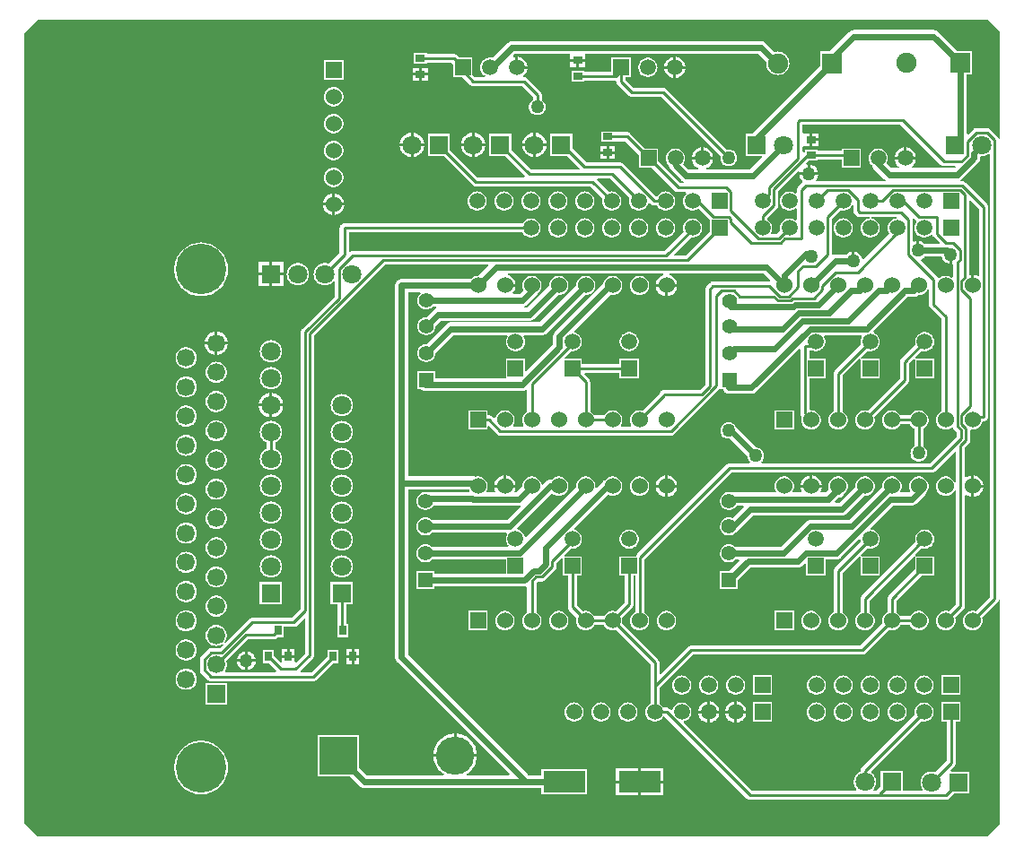
<source format=gtl>
G04*
G04 #@! TF.GenerationSoftware,Altium Limited,Altium Designer,18.1.7 (191)*
G04*
G04 Layer_Physical_Order=1*
G04 Layer_Color=255*
%FSLAX44Y44*%
%MOMM*%
G71*
G01*
G75*
%ADD13C,0.2540*%
%ADD37R,0.7000X0.9500*%
%ADD38R,4.0000X2.0000*%
%ADD39R,0.9000X0.7000*%
%ADD40C,0.6096*%
%ADD41C,3.6000*%
%ADD42R,3.6000X3.6000*%
%ADD43C,1.8000*%
%ADD44R,1.8000X1.8000*%
%ADD45R,1.9000X1.9000*%
%ADD46C,1.9000*%
%ADD47C,1.5240*%
%ADD48R,1.5240X1.5240*%
%ADD49R,1.5240X1.5240*%
%ADD50C,1.5000*%
%ADD51R,1.5000X1.5000*%
%ADD52R,1.8000X1.8000*%
%ADD53C,1.6900*%
%ADD54R,1.6900X1.6900*%
%ADD55C,4.7600*%
%ADD56C,1.4000*%
%ADD57R,1.4000X1.4000*%
%ADD58R,1.5000X1.5000*%
%ADD59C,1.2700*%
G36*
X1396200Y1101993D02*
Y1001208D01*
X1394977Y1001007D01*
X1394732Y1001812D01*
X1394336Y1002554D01*
X1393802Y1003204D01*
X1393802Y1003204D01*
X1386893Y1010113D01*
X1386243Y1010647D01*
X1385502Y1011043D01*
X1384697Y1011287D01*
X1383860Y1011370D01*
X1383859Y1011370D01*
X1374089D01*
X1374089Y1011370D01*
X1373252Y1011287D01*
X1372447Y1011043D01*
X1371705Y1010647D01*
X1371055Y1010113D01*
X1371055Y1010113D01*
X1366079Y1005136D01*
X1364905Y1005623D01*
Y1061525D01*
X1369863D01*
Y1083573D01*
X1356394D01*
X1337966Y1102001D01*
X1337242Y1102619D01*
X1336430Y1103117D01*
X1335551Y1103481D01*
X1334625Y1103704D01*
X1333676Y1103778D01*
X1333676Y1103778D01*
X1257781D01*
X1257781Y1103778D01*
X1256832Y1103704D01*
X1255906Y1103481D01*
X1255026Y1103117D01*
X1254215Y1102620D01*
X1253491Y1102001D01*
X1253491Y1102001D01*
X1234903Y1083414D01*
X1226255D01*
Y1069946D01*
X1162374Y1006065D01*
X1162156Y1005809D01*
X1156140D01*
Y984761D01*
X1171301D01*
X1171787Y983588D01*
X1160358Y972159D01*
X1119106D01*
X1118896Y973429D01*
X1119223Y973540D01*
X1120403Y974121D01*
X1121497Y974853D01*
X1122487Y975721D01*
X1123355Y976710D01*
X1124086Y977804D01*
X1124668Y978985D01*
X1125091Y980231D01*
X1125348Y981522D01*
X1125351Y981565D01*
X1105394D01*
X1105397Y981522D01*
X1105654Y980231D01*
X1106077Y978985D01*
X1106659Y977804D01*
X1107390Y976710D01*
X1108258Y975721D01*
X1109247Y974853D01*
X1110341Y974121D01*
X1111522Y973540D01*
X1111848Y973429D01*
X1111639Y972159D01*
X1102473D01*
X1097209Y977422D01*
X1097804Y978313D01*
X1098327Y979374D01*
X1098708Y980495D01*
X1098938Y981655D01*
X1099016Y982835D01*
X1098938Y984016D01*
X1098708Y985176D01*
X1098327Y986296D01*
X1097804Y987357D01*
X1097147Y988340D01*
X1096367Y989230D01*
X1095478Y990010D01*
X1094494Y990667D01*
X1093433Y991190D01*
X1092313Y991570D01*
X1091153Y991801D01*
X1089972Y991878D01*
X1088792Y991801D01*
X1087632Y991570D01*
X1086512Y991190D01*
X1085451Y990667D01*
X1084467Y990010D01*
X1083578Y989230D01*
X1082798Y988340D01*
X1082141Y987357D01*
X1081617Y986296D01*
X1081237Y985176D01*
X1081006Y984016D01*
X1080929Y982835D01*
X1081006Y981655D01*
X1081237Y980495D01*
X1081617Y979374D01*
X1082141Y978313D01*
X1082798Y977330D01*
X1083578Y976441D01*
X1083906Y976153D01*
Y976080D01*
X1083906Y976079D01*
X1083980Y975130D01*
X1084203Y974204D01*
X1084567Y973325D01*
X1085064Y972513D01*
X1085683Y971789D01*
X1095670Y961802D01*
X1095670Y961802D01*
X1096394Y961184D01*
X1097205Y960686D01*
X1098085Y960322D01*
X1097754Y959112D01*
X1094363D01*
X1073596Y979879D01*
Y991859D01*
X1061616D01*
X1047421Y1006054D01*
X1046771Y1006587D01*
X1046030Y1006984D01*
X1045225Y1007228D01*
X1044388Y1007311D01*
X1044387Y1007310D01*
X1032104D01*
Y1008044D01*
X1020057D01*
Y997996D01*
X1032104D01*
Y998729D01*
X1042610D01*
X1055548Y985791D01*
Y973811D01*
X1067528D01*
X1089552Y951787D01*
X1089552Y951787D01*
X1090202Y951254D01*
X1090944Y950857D01*
X1091749Y950613D01*
X1092586Y950531D01*
X1092586Y950531D01*
X1099932D01*
X1100059Y950356D01*
X1100375Y949261D01*
X1099775Y948735D01*
X1098995Y947845D01*
X1098338Y946862D01*
X1097815Y945801D01*
X1097435Y944681D01*
X1097204Y943520D01*
X1097127Y942340D01*
X1097204Y941160D01*
X1097435Y939999D01*
X1097815Y938879D01*
X1098338Y937818D01*
X1098995Y936835D01*
X1099775Y935945D01*
X1100665Y935165D01*
X1101648Y934508D01*
X1102709Y933985D01*
X1103829Y933605D01*
X1104990Y933374D01*
X1106170Y933297D01*
X1107350Y933374D01*
X1108511Y933605D01*
X1109631Y933985D01*
X1110692Y934508D01*
X1111675Y935165D01*
X1111680Y935170D01*
X1122546Y924304D01*
Y913984D01*
X1099437Y890874D01*
X1089360D01*
X1088874Y892048D01*
X1104832Y908005D01*
X1104990Y907974D01*
X1106170Y907897D01*
X1107350Y907974D01*
X1108511Y908205D01*
X1109631Y908585D01*
X1110692Y909108D01*
X1111675Y909765D01*
X1112565Y910545D01*
X1113345Y911435D01*
X1114002Y912418D01*
X1114525Y913479D01*
X1114905Y914599D01*
X1115136Y915760D01*
X1115213Y916940D01*
X1115136Y918120D01*
X1114905Y919281D01*
X1114525Y920401D01*
X1114002Y921462D01*
X1113345Y922445D01*
X1112565Y923335D01*
X1111675Y924115D01*
X1110692Y924772D01*
X1109631Y925295D01*
X1108511Y925675D01*
X1107350Y925906D01*
X1106170Y925983D01*
X1104990Y925906D01*
X1103829Y925675D01*
X1102709Y925295D01*
X1101648Y924772D01*
X1100665Y924115D01*
X1099775Y923335D01*
X1098995Y922445D01*
X1098338Y921462D01*
X1097815Y920401D01*
X1097435Y919281D01*
X1097204Y918120D01*
X1097127Y916940D01*
X1097204Y915760D01*
X1097435Y914599D01*
X1097815Y913479D01*
X1097932Y913242D01*
X1079629Y894939D01*
X785343D01*
X784506Y894856D01*
X783701Y894612D01*
X783075Y894277D01*
X782640Y894408D01*
X781805Y894911D01*
Y912649D01*
X945824D01*
X945938Y912418D01*
X946595Y911435D01*
X947375Y910545D01*
X948265Y909765D01*
X949248Y909108D01*
X950309Y908585D01*
X951429Y908205D01*
X952590Y907974D01*
X953770Y907897D01*
X954950Y907974D01*
X956111Y908205D01*
X957231Y908585D01*
X958292Y909108D01*
X959275Y909765D01*
X960165Y910545D01*
X960945Y911435D01*
X961602Y912418D01*
X962125Y913479D01*
X962505Y914599D01*
X962736Y915760D01*
X962813Y916940D01*
X962736Y918120D01*
X962505Y919281D01*
X962125Y920401D01*
X961602Y921462D01*
X960945Y922445D01*
X960165Y923335D01*
X959275Y924115D01*
X958292Y924772D01*
X957231Y925295D01*
X956111Y925675D01*
X954950Y925906D01*
X953770Y925983D01*
X952590Y925906D01*
X951429Y925675D01*
X950309Y925295D01*
X949248Y924772D01*
X948265Y924115D01*
X947375Y923335D01*
X946595Y922445D01*
X945938Y921462D01*
X945824Y921231D01*
X777514D01*
X776677Y921148D01*
X775872Y920904D01*
X775130Y920508D01*
X774480Y919974D01*
X773947Y919324D01*
X773550Y918582D01*
X773306Y917777D01*
X773224Y916940D01*
Y893317D01*
X762949Y883043D01*
X761912Y883395D01*
X760559Y883664D01*
X759182Y883754D01*
X757805Y883664D01*
X756452Y883395D01*
X755146Y882952D01*
X753909Y882341D01*
X752762Y881575D01*
X751724Y880665D01*
X750815Y879628D01*
X750049Y878481D01*
X749438Y877244D01*
X748995Y875938D01*
X748726Y874584D01*
X748635Y873208D01*
X748726Y871831D01*
X748995Y870478D01*
X749438Y869172D01*
X750049Y867934D01*
X750815Y866787D01*
X751724Y865750D01*
X752762Y864841D01*
X753909Y864074D01*
X755146Y863464D01*
X756452Y863021D01*
X757805Y862751D01*
X759182Y862661D01*
X760559Y862751D01*
X761912Y863021D01*
X763218Y863464D01*
X764455Y864074D01*
X765602Y864841D01*
X766640Y865750D01*
X767227Y866421D01*
X768497Y865943D01*
Y852259D01*
X737987Y821748D01*
X737453Y821098D01*
X737057Y820356D01*
X736812Y819551D01*
X736730Y818715D01*
X736730Y818714D01*
Y557229D01*
X728029Y548529D01*
X690818D01*
X690818Y548529D01*
X689981Y548446D01*
X689176Y548202D01*
X688434Y547805D01*
X687784Y547272D01*
X687784Y547272D01*
X665624Y525112D01*
X664663Y525931D01*
X665389Y527018D01*
X665968Y528191D01*
X666388Y529429D01*
X666643Y530711D01*
X666729Y532016D01*
X666643Y533321D01*
X666388Y534603D01*
X665968Y535841D01*
X665389Y537014D01*
X664663Y538101D01*
X663801Y539084D01*
X662818Y539946D01*
X661731Y540672D01*
X660558Y541250D01*
X659320Y541671D01*
X658038Y541926D01*
X656733Y542011D01*
X655428Y541926D01*
X654146Y541671D01*
X652908Y541250D01*
X651736Y540672D01*
X650648Y539946D01*
X649665Y539084D01*
X648803Y538101D01*
X648077Y537014D01*
X647499Y535841D01*
X647078Y534603D01*
X646823Y533321D01*
X646738Y532016D01*
X646823Y530711D01*
X647078Y529429D01*
X647499Y528191D01*
X648077Y527018D01*
X648803Y525931D01*
X649665Y524948D01*
X650648Y524086D01*
X651736Y523359D01*
X652908Y522781D01*
X654146Y522361D01*
X655428Y522106D01*
X656733Y522020D01*
X658038Y522106D01*
X659320Y522361D01*
X660558Y522781D01*
X661731Y523359D01*
X662818Y524086D01*
X663637Y523125D01*
X660453Y519940D01*
X652076D01*
X652076Y519940D01*
X651239Y519858D01*
X650434Y519614D01*
X649692Y519217D01*
X649042Y518684D01*
X649042Y518684D01*
X642455Y512097D01*
X641922Y511447D01*
X641525Y510705D01*
X641281Y509900D01*
X641199Y509063D01*
X641199Y509063D01*
Y499372D01*
X641199Y499372D01*
X641281Y498535D01*
X641525Y497730D01*
X641922Y496988D01*
X642455Y496338D01*
X648666Y490128D01*
X648666Y490128D01*
X649316Y489594D01*
X650058Y489198D01*
X650863Y488954D01*
X651700Y488871D01*
X651700Y488871D01*
X748225D01*
X748226Y488871D01*
X749063Y488954D01*
X749867Y489198D01*
X750609Y489594D01*
X751260Y490128D01*
X767051Y505920D01*
X771756D01*
Y518468D01*
X761708D01*
Y512712D01*
X746448Y497452D01*
X736770D01*
X736284Y498626D01*
X748118Y510461D01*
X748119Y510461D01*
X748652Y511111D01*
X749049Y511853D01*
X749293Y512658D01*
X749375Y513495D01*
X749375Y513495D01*
Y815254D01*
X816415Y882293D01*
X913162D01*
X913648Y881120D01*
X904209Y871680D01*
X903661Y871716D01*
X902464Y871638D01*
X901289Y871404D01*
X900154Y871019D01*
X899079Y870489D01*
X898082Y869822D01*
X897181Y869032D01*
X896819Y868619D01*
X831599D01*
X830650Y868544D01*
X829724Y868322D01*
X828845Y867958D01*
X828033Y867461D01*
X827309Y866842D01*
X826691Y866118D01*
X826193Y865307D01*
X825829Y864427D01*
X825607Y863502D01*
X825532Y862553D01*
Y676086D01*
Y511349D01*
X825532Y511349D01*
X825607Y510400D01*
X825829Y509474D01*
X826193Y508595D01*
X826691Y507783D01*
X827309Y507059D01*
X933361Y401007D01*
X932875Y399834D01*
X893120D01*
X892769Y401104D01*
X893605Y401605D01*
X895226Y402808D01*
X896721Y404163D01*
X898076Y405658D01*
X899279Y407279D01*
X900316Y409010D01*
X901179Y410835D01*
X901859Y412735D01*
X902349Y414692D01*
X902645Y416689D01*
X902682Y417434D01*
X861677D01*
X861714Y416689D01*
X862010Y414692D01*
X862501Y412735D01*
X863180Y410835D01*
X864043Y409010D01*
X865081Y407279D01*
X866283Y405658D01*
X867638Y404163D01*
X869134Y402808D01*
X870754Y401605D01*
X871591Y401104D01*
X871239Y399834D01*
X799139D01*
X791214Y407760D01*
Y438228D01*
X752166D01*
Y399180D01*
X782634D01*
X792337Y389478D01*
X792337Y389478D01*
X793061Y388859D01*
X793872Y388362D01*
X794752Y387998D01*
X795677Y387775D01*
X796627Y387701D01*
X796627Y387701D01*
X949180D01*
X949180Y387701D01*
X949181Y387701D01*
X963417D01*
Y382243D01*
X1006464D01*
Y405291D01*
X963417D01*
Y399834D01*
X951693D01*
X837666Y513862D01*
Y670019D01*
X895031D01*
X895194Y669538D01*
X895724Y668463D01*
X895841Y668288D01*
X895162Y667018D01*
X857063D01*
X856274Y667286D01*
X855178Y667504D01*
X854063Y667577D01*
X852948Y667504D01*
X851852Y667286D01*
X850794Y666927D01*
X849792Y666433D01*
X848863Y665812D01*
X848023Y665075D01*
X847286Y664235D01*
X846665Y663306D01*
X846171Y662304D01*
X845812Y661246D01*
X845594Y660150D01*
X845521Y659035D01*
X845594Y657920D01*
X845812Y656824D01*
X846171Y655766D01*
X846665Y654764D01*
X847286Y653835D01*
X848023Y652995D01*
X848863Y652258D01*
X849792Y651637D01*
X850794Y651143D01*
X851852Y650783D01*
X852948Y650566D01*
X854063Y650492D01*
X855178Y650566D01*
X856274Y650783D01*
X857332Y651143D01*
X858334Y651637D01*
X859263Y652258D01*
X860103Y652995D01*
X860840Y653835D01*
X861461Y654764D01*
X861521Y654885D01*
X897560D01*
X897661Y654861D01*
X898610Y654786D01*
X942268D01*
X942269Y654786D01*
X943217Y654861D01*
X943644Y654963D01*
X944288Y653811D01*
X931448Y640971D01*
X860073D01*
X859263Y641682D01*
X858334Y642303D01*
X857332Y642797D01*
X856274Y643156D01*
X855178Y643374D01*
X854063Y643447D01*
X852948Y643374D01*
X851852Y643156D01*
X850794Y642797D01*
X849792Y642303D01*
X848863Y641682D01*
X848023Y640945D01*
X847286Y640105D01*
X846665Y639176D01*
X846171Y638174D01*
X845812Y637116D01*
X845594Y636020D01*
X845521Y634905D01*
X845594Y633790D01*
X845812Y632694D01*
X846171Y631636D01*
X846665Y630634D01*
X847286Y629705D01*
X848023Y628865D01*
X848863Y628128D01*
X849792Y627507D01*
X850794Y627013D01*
X851852Y626654D01*
X852948Y626436D01*
X854063Y626362D01*
X855178Y626436D01*
X856274Y626654D01*
X857332Y627013D01*
X858334Y627507D01*
X859263Y628128D01*
X860073Y628838D01*
X930667D01*
X931352Y627576D01*
X930829Y626515D01*
X930448Y625395D01*
X930218Y624235D01*
X930140Y623055D01*
X930218Y621874D01*
X930448Y620714D01*
X930829Y619594D01*
X931352Y618533D01*
X932009Y617549D01*
X932435Y617063D01*
X931893Y615793D01*
X859820D01*
X859263Y616282D01*
X858334Y616903D01*
X857332Y617397D01*
X856274Y617756D01*
X855178Y617974D01*
X854063Y618047D01*
X852948Y617974D01*
X851852Y617756D01*
X850794Y617397D01*
X849792Y616903D01*
X848863Y616282D01*
X848023Y615545D01*
X847286Y614705D01*
X846665Y613776D01*
X846171Y612774D01*
X845812Y611716D01*
X845594Y610620D01*
X845521Y609505D01*
X845594Y608390D01*
X845812Y607294D01*
X846171Y606236D01*
X846665Y605234D01*
X847286Y604305D01*
X848023Y603465D01*
X848863Y602728D01*
X849792Y602107D01*
X850794Y601613D01*
X851852Y601254D01*
X852948Y601036D01*
X854063Y600962D01*
X855178Y601036D01*
X856274Y601254D01*
X857332Y601613D01*
X858334Y602107D01*
X859263Y602728D01*
X860103Y603465D01*
X860275Y603660D01*
X930160D01*
Y590171D01*
X862587D01*
Y592629D01*
X845539D01*
Y575581D01*
X862587D01*
Y578038D01*
X947099D01*
X947100Y578038D01*
X948048Y578113D01*
X948900Y578317D01*
X948992Y578322D01*
X950170Y577456D01*
Y554124D01*
X949879Y553980D01*
X948882Y553315D01*
X947981Y552524D01*
X947190Y551623D01*
X946525Y550626D01*
X945994Y549551D01*
X945609Y548416D01*
X945375Y547241D01*
X945297Y546045D01*
X945375Y544848D01*
X945609Y543673D01*
X945994Y542538D01*
X946525Y541463D01*
X947190Y540466D01*
X947981Y539565D01*
X948882Y538774D01*
X949879Y538109D01*
X950954Y537578D01*
X952089Y537193D01*
X953264Y536959D01*
X954461Y536881D01*
X955657Y536959D01*
X956832Y537193D01*
X957967Y537578D01*
X959042Y538109D01*
X960039Y538774D01*
X960940Y539565D01*
X961730Y540466D01*
X962396Y541463D01*
X962926Y542538D01*
X963312Y543673D01*
X963546Y544848D01*
X963624Y546045D01*
X963546Y547241D01*
X963312Y548416D01*
X962926Y549551D01*
X962396Y550626D01*
X961730Y551623D01*
X960940Y552524D01*
X960039Y553315D01*
X959042Y553980D01*
X958751Y554124D01*
Y581427D01*
X960343Y583019D01*
X963834D01*
X963834Y583019D01*
X964671Y583101D01*
X965476Y583345D01*
X966218Y583742D01*
X966868Y584276D01*
X976688Y594095D01*
X976688Y594096D01*
X977222Y594746D01*
X977618Y595488D01*
X977863Y596293D01*
X977945Y597130D01*
Y600621D01*
X982560Y605235D01*
X983733Y604749D01*
Y588631D01*
X988466D01*
Y558548D01*
X988466Y558548D01*
X988549Y557711D01*
X988793Y556906D01*
X989189Y556164D01*
X989723Y555514D01*
X996514Y548724D01*
X996409Y548416D01*
X996175Y547241D01*
X996097Y546045D01*
X996175Y544848D01*
X996409Y543673D01*
X996794Y542538D01*
X997325Y541463D01*
X997990Y540466D01*
X998781Y539565D01*
X999682Y538774D01*
X1000679Y538109D01*
X1001754Y537578D01*
X1002889Y537193D01*
X1004064Y536959D01*
X1005260Y536881D01*
X1006457Y536959D01*
X1007632Y537193D01*
X1008767Y537578D01*
X1009842Y538109D01*
X1010839Y538774D01*
X1011740Y539565D01*
X1012531Y540466D01*
X1013196Y541463D01*
X1013340Y541754D01*
X1022581D01*
X1022725Y541463D01*
X1023391Y540466D01*
X1024181Y539565D01*
X1025082Y538774D01*
X1026079Y538109D01*
X1027154Y537578D01*
X1028289Y537193D01*
X1029464Y536959D01*
X1030660Y536881D01*
X1031857Y536959D01*
X1033032Y537193D01*
X1033340Y537298D01*
X1066319Y504318D01*
Y484004D01*
X1066319Y484003D01*
X1066319Y484003D01*
Y467686D01*
X1066088Y467572D01*
X1065105Y466915D01*
X1064215Y466135D01*
X1063435Y465245D01*
X1062778Y464262D01*
X1062255Y463201D01*
X1061875Y462081D01*
X1061644Y460920D01*
X1061567Y459740D01*
X1061644Y458560D01*
X1061875Y457399D01*
X1062255Y456279D01*
X1062778Y455218D01*
X1063435Y454235D01*
X1064215Y453345D01*
X1065105Y452565D01*
X1066088Y451908D01*
X1067149Y451385D01*
X1068269Y451005D01*
X1069430Y450774D01*
X1070610Y450697D01*
X1071790Y450774D01*
X1072951Y451005D01*
X1074071Y451385D01*
X1075132Y451908D01*
X1076115Y452565D01*
X1077005Y453345D01*
X1077785Y454235D01*
X1078442Y455218D01*
X1078474Y455283D01*
X1079728Y455396D01*
X1157219Y377905D01*
X1157220Y377905D01*
X1157870Y377371D01*
X1158612Y376974D01*
X1159417Y376730D01*
X1160254Y376648D01*
X1160254Y376648D01*
X1345013D01*
X1345013Y376648D01*
X1345850Y376730D01*
X1346655Y376974D01*
X1347397Y377371D01*
X1348047Y377905D01*
X1352589Y382447D01*
X1367569D01*
Y403495D01*
X1349896D01*
X1349410Y404668D01*
X1353044Y408302D01*
X1353044Y408302D01*
X1353578Y408952D01*
X1353974Y409694D01*
X1354218Y410499D01*
X1354301Y411336D01*
Y450716D01*
X1359034D01*
Y468764D01*
X1340986D01*
Y450716D01*
X1345719D01*
Y413113D01*
X1335412Y402806D01*
X1334375Y403158D01*
X1333022Y403427D01*
X1331645Y403517D01*
X1330268Y403427D01*
X1328915Y403158D01*
X1327609Y402714D01*
X1326372Y402104D01*
X1325225Y401338D01*
X1324187Y400428D01*
X1323278Y399391D01*
X1322511Y398244D01*
X1321901Y397007D01*
X1321458Y395700D01*
X1321189Y394347D01*
X1321098Y392971D01*
X1321189Y391594D01*
X1321458Y390241D01*
X1321901Y388935D01*
X1322511Y387697D01*
X1323278Y386550D01*
X1323323Y386499D01*
X1322747Y385229D01*
X1304618D01*
Y404291D01*
X1283570D01*
Y389311D01*
X1279488Y385229D01*
X1276845D01*
X1276481Y385797D01*
X1276318Y386499D01*
X1277061Y387347D01*
X1277828Y388494D01*
X1278438Y389731D01*
X1278881Y391038D01*
X1279150Y392391D01*
X1279241Y393767D01*
X1279150Y395144D01*
X1278881Y396497D01*
X1278438Y397803D01*
X1277828Y399041D01*
X1277061Y400188D01*
X1276152Y401225D01*
X1275115Y402135D01*
X1274967Y402233D01*
X1274806Y403868D01*
X1322025Y451088D01*
X1322269Y451005D01*
X1323430Y450774D01*
X1324610Y450697D01*
X1325790Y450774D01*
X1326951Y451005D01*
X1328071Y451385D01*
X1329132Y451908D01*
X1330115Y452565D01*
X1331005Y453345D01*
X1331785Y454235D01*
X1332442Y455218D01*
X1332965Y456279D01*
X1333345Y457399D01*
X1333576Y458560D01*
X1333653Y459740D01*
X1333576Y460920D01*
X1333345Y462081D01*
X1332965Y463201D01*
X1332442Y464262D01*
X1331785Y465245D01*
X1331005Y466135D01*
X1330115Y466915D01*
X1329132Y467572D01*
X1328071Y468095D01*
X1326951Y468475D01*
X1325790Y468706D01*
X1324610Y468783D01*
X1323430Y468706D01*
X1322269Y468475D01*
X1321149Y468095D01*
X1320088Y467572D01*
X1319105Y466915D01*
X1318215Y466135D01*
X1317435Y465245D01*
X1316778Y464262D01*
X1316255Y463201D01*
X1315875Y462081D01*
X1315644Y460920D01*
X1315567Y459740D01*
X1315644Y458560D01*
X1315875Y457399D01*
X1315958Y457155D01*
X1265660Y406858D01*
X1265127Y406208D01*
X1264730Y405466D01*
X1264486Y404661D01*
X1264404Y403824D01*
X1264404Y403824D01*
Y403386D01*
X1263421Y402901D01*
X1262274Y402135D01*
X1261237Y401225D01*
X1260327Y400188D01*
X1259560Y399041D01*
X1258950Y397803D01*
X1258507Y396497D01*
X1258238Y395144D01*
X1258148Y393767D01*
X1258238Y392391D01*
X1258507Y391038D01*
X1258950Y389731D01*
X1259560Y388494D01*
X1260327Y387347D01*
X1261071Y386499D01*
X1260907Y385797D01*
X1260543Y385229D01*
X1162031D01*
X1097683Y449577D01*
X1098101Y450955D01*
X1098351Y451005D01*
X1099471Y451385D01*
X1100532Y451908D01*
X1101515Y452565D01*
X1102405Y453345D01*
X1103185Y454235D01*
X1103842Y455218D01*
X1104365Y456279D01*
X1104745Y457399D01*
X1104976Y458560D01*
X1105053Y459740D01*
X1104976Y460920D01*
X1104745Y462081D01*
X1104365Y463201D01*
X1103842Y464262D01*
X1103185Y465245D01*
X1102405Y466135D01*
X1101515Y466915D01*
X1100532Y467572D01*
X1099471Y468095D01*
X1098351Y468475D01*
X1097190Y468706D01*
X1096010Y468783D01*
X1094830Y468706D01*
X1093669Y468475D01*
X1092549Y468095D01*
X1091488Y467572D01*
X1090505Y466915D01*
X1089615Y466135D01*
X1088835Y465245D01*
X1088178Y464262D01*
X1087655Y463201D01*
X1087275Y462081D01*
X1087225Y461831D01*
X1085847Y461413D01*
X1084486Y462774D01*
X1083836Y463307D01*
X1083094Y463704D01*
X1082289Y463948D01*
X1081452Y464031D01*
X1081452Y464031D01*
X1078556D01*
X1078442Y464262D01*
X1077785Y465245D01*
X1077005Y466135D01*
X1076115Y466915D01*
X1075132Y467572D01*
X1074901Y467686D01*
Y482226D01*
X1106412Y513737D01*
X1266197D01*
X1266197Y513737D01*
X1267034Y513820D01*
X1267839Y514064D01*
X1268580Y514460D01*
X1269231Y514994D01*
X1291534Y537298D01*
X1291841Y537193D01*
X1293017Y536959D01*
X1294213Y536881D01*
X1295409Y536959D01*
X1296585Y537193D01*
X1297720Y537578D01*
X1298795Y538109D01*
X1299792Y538774D01*
X1300693Y539565D01*
X1301483Y540466D01*
X1302149Y541463D01*
X1302293Y541754D01*
X1311534D01*
X1311677Y541463D01*
X1312343Y540466D01*
X1313134Y539565D01*
X1314035Y538774D01*
X1315031Y538109D01*
X1316106Y537578D01*
X1317241Y537193D01*
X1318417Y536959D01*
X1319613Y536881D01*
X1320809Y536959D01*
X1321985Y537193D01*
X1323120Y537578D01*
X1324195Y538109D01*
X1325192Y538774D01*
X1326093Y539565D01*
X1326883Y540466D01*
X1327549Y541463D01*
X1328079Y542538D01*
X1328465Y543673D01*
X1328698Y544848D01*
X1328777Y546045D01*
X1328698Y547241D01*
X1328465Y548416D01*
X1328079Y549551D01*
X1327549Y550626D01*
X1326883Y551623D01*
X1326093Y552524D01*
X1325192Y553315D01*
X1324195Y553980D01*
X1323120Y554510D01*
X1321985Y554896D01*
X1320809Y555130D01*
X1319613Y555208D01*
X1318417Y555130D01*
X1317241Y554896D01*
X1316106Y554510D01*
X1315031Y553980D01*
X1314035Y553315D01*
X1313134Y552524D01*
X1312343Y551623D01*
X1311677Y550626D01*
X1311534Y550335D01*
X1302293D01*
X1302149Y550626D01*
X1301483Y551623D01*
X1300693Y552524D01*
X1299792Y553315D01*
X1298795Y553980D01*
X1298504Y554124D01*
Y565032D01*
X1322102Y588631D01*
X1334082D01*
Y606679D01*
X1317176D01*
X1316546Y606679D01*
X1316010Y607939D01*
X1322474Y614402D01*
X1322718Y614319D01*
X1323878Y614089D01*
X1325058Y614011D01*
X1326239Y614089D01*
X1327399Y614319D01*
X1328519Y614700D01*
X1329580Y615223D01*
X1330564Y615880D01*
X1331453Y616660D01*
X1332233Y617549D01*
X1332890Y618533D01*
X1333413Y619594D01*
X1333793Y620714D01*
X1334024Y621874D01*
X1334102Y623055D01*
X1334024Y624235D01*
X1333793Y625395D01*
X1333413Y626515D01*
X1332890Y627576D01*
X1332233Y628560D01*
X1331453Y629449D01*
X1330564Y630229D01*
X1329580Y630886D01*
X1328519Y631410D01*
X1327399Y631790D01*
X1326239Y632021D01*
X1325058Y632098D01*
X1323878Y632021D01*
X1322718Y631790D01*
X1321598Y631410D01*
X1320537Y630886D01*
X1319553Y630229D01*
X1318664Y629449D01*
X1317884Y628560D01*
X1317227Y627576D01*
X1316703Y626515D01*
X1316323Y625395D01*
X1316092Y624235D01*
X1316015Y623055D01*
X1316092Y621874D01*
X1316323Y620714D01*
X1316406Y620470D01*
X1265779Y569843D01*
X1265246Y569193D01*
X1264849Y568451D01*
X1264605Y567646D01*
X1264522Y566809D01*
X1264522Y566809D01*
Y554124D01*
X1264231Y553980D01*
X1263235Y553315D01*
X1262334Y552524D01*
X1261543Y551623D01*
X1260877Y550626D01*
X1260347Y549551D01*
X1259962Y548416D01*
X1259728Y547241D01*
X1259650Y546045D01*
X1259728Y544848D01*
X1259962Y543673D01*
X1260347Y542538D01*
X1260877Y541463D01*
X1261543Y540466D01*
X1262334Y539565D01*
X1263235Y538774D01*
X1264231Y538109D01*
X1265306Y537578D01*
X1266441Y537193D01*
X1267617Y536959D01*
X1268813Y536881D01*
X1270009Y536959D01*
X1271185Y537193D01*
X1272320Y537578D01*
X1273395Y538109D01*
X1274392Y538774D01*
X1275293Y539565D01*
X1276083Y540466D01*
X1276749Y541463D01*
X1277279Y542538D01*
X1277664Y543673D01*
X1277898Y544848D01*
X1277977Y546045D01*
X1277898Y547241D01*
X1277664Y548416D01*
X1277279Y549551D01*
X1276749Y550626D01*
X1276083Y551623D01*
X1275293Y552524D01*
X1274392Y553315D01*
X1273395Y553980D01*
X1273104Y554124D01*
Y565032D01*
X1314774Y606703D01*
X1316034Y606167D01*
X1316034Y605621D01*
Y594698D01*
X1291179Y569843D01*
X1290646Y569193D01*
X1290249Y568451D01*
X1290005Y567646D01*
X1289922Y566809D01*
X1289922Y566809D01*
Y554124D01*
X1289631Y553980D01*
X1288635Y553315D01*
X1287733Y552524D01*
X1286943Y551623D01*
X1286277Y550626D01*
X1285747Y549551D01*
X1285362Y548416D01*
X1285128Y547241D01*
X1285049Y546045D01*
X1285128Y544848D01*
X1285362Y543673D01*
X1285466Y543365D01*
X1264419Y522319D01*
X1104635D01*
X1103798Y522236D01*
X1102993Y521992D01*
X1102251Y521596D01*
X1101601Y521062D01*
X1101601Y521062D01*
X1076074Y495535D01*
X1074901Y496021D01*
Y506095D01*
X1074901Y506095D01*
X1074818Y506932D01*
X1074574Y507737D01*
X1074177Y508479D01*
X1073644Y509129D01*
X1073644Y509129D01*
X1039408Y543365D01*
X1039512Y543673D01*
X1039746Y544848D01*
X1039824Y546045D01*
X1039746Y547241D01*
X1039512Y548416D01*
X1039408Y548724D01*
X1049364Y558680D01*
X1049364Y558680D01*
X1049898Y559330D01*
X1050294Y560072D01*
X1050538Y560877D01*
X1050621Y561714D01*
Y588631D01*
X1052334D01*
Y554402D01*
X1051479Y553980D01*
X1050482Y553315D01*
X1049581Y552524D01*
X1048791Y551623D01*
X1048124Y550626D01*
X1047594Y549551D01*
X1047209Y548416D01*
X1046975Y547241D01*
X1046897Y546045D01*
X1046975Y544848D01*
X1047209Y543673D01*
X1047594Y542538D01*
X1048124Y541463D01*
X1048791Y540466D01*
X1049581Y539565D01*
X1050482Y538774D01*
X1051479Y538109D01*
X1052554Y537578D01*
X1053689Y537193D01*
X1054864Y536959D01*
X1056060Y536881D01*
X1057257Y536959D01*
X1058432Y537193D01*
X1059567Y537578D01*
X1060642Y538109D01*
X1061639Y538774D01*
X1062540Y539565D01*
X1063331Y540466D01*
X1063996Y541463D01*
X1064527Y542538D01*
X1064912Y543673D01*
X1065146Y544848D01*
X1065224Y546045D01*
X1065146Y547241D01*
X1064912Y548416D01*
X1064527Y549551D01*
X1063996Y550626D01*
X1063331Y551623D01*
X1062540Y552524D01*
X1061639Y553315D01*
X1060915Y553798D01*
Y604100D01*
X1142660Y685845D01*
X1332002D01*
X1332002Y685845D01*
X1332840Y685927D01*
X1333644Y686171D01*
X1334386Y686568D01*
X1335036Y687102D01*
X1353375Y705440D01*
X1354548Y704954D01*
Y677255D01*
X1353278Y676959D01*
X1352949Y677626D01*
X1352283Y678623D01*
X1351493Y679524D01*
X1350592Y680314D01*
X1349595Y680980D01*
X1348520Y681510D01*
X1347385Y681896D01*
X1346209Y682130D01*
X1345013Y682208D01*
X1343817Y682130D01*
X1342641Y681896D01*
X1341506Y681510D01*
X1340431Y680980D01*
X1339435Y680314D01*
X1338533Y679524D01*
X1337743Y678623D01*
X1337077Y677626D01*
X1336547Y676551D01*
X1336162Y675416D01*
X1335928Y674241D01*
X1335849Y673045D01*
X1335928Y671848D01*
X1336162Y670673D01*
X1336547Y669538D01*
X1337077Y668463D01*
X1337743Y667466D01*
X1338533Y666565D01*
X1339435Y665775D01*
X1340431Y665109D01*
X1341506Y664578D01*
X1342641Y664193D01*
X1343817Y663959D01*
X1345013Y663881D01*
X1346209Y663959D01*
X1347385Y664193D01*
X1348520Y664578D01*
X1349595Y665109D01*
X1350592Y665775D01*
X1351493Y666565D01*
X1352283Y667466D01*
X1352949Y668463D01*
X1353278Y669130D01*
X1354548Y668834D01*
Y561647D01*
X1347692Y554791D01*
X1347385Y554896D01*
X1346209Y555130D01*
X1345013Y555208D01*
X1343817Y555130D01*
X1342641Y554896D01*
X1341506Y554510D01*
X1340431Y553980D01*
X1339435Y553315D01*
X1338533Y552524D01*
X1337743Y551623D01*
X1337077Y550626D01*
X1336547Y549551D01*
X1336162Y548416D01*
X1335928Y547241D01*
X1335849Y546045D01*
X1335928Y544848D01*
X1336162Y543673D01*
X1336547Y542538D01*
X1337077Y541463D01*
X1337743Y540466D01*
X1338533Y539565D01*
X1339435Y538774D01*
X1340431Y538109D01*
X1341506Y537578D01*
X1342641Y537193D01*
X1343817Y536959D01*
X1345013Y536881D01*
X1346209Y536959D01*
X1347385Y537193D01*
X1348520Y537578D01*
X1349595Y538109D01*
X1350592Y538774D01*
X1351493Y539565D01*
X1352283Y540466D01*
X1352949Y541463D01*
X1353479Y542538D01*
X1353864Y543673D01*
X1354098Y544848D01*
X1354177Y546045D01*
X1354098Y547241D01*
X1353864Y548416D01*
X1353760Y548724D01*
X1361872Y556836D01*
X1361873Y556836D01*
X1362406Y557486D01*
X1362803Y558228D01*
X1363047Y559033D01*
X1363129Y559870D01*
Y664230D01*
X1363766Y664662D01*
X1364399Y664844D01*
X1365322Y664227D01*
X1366517Y663638D01*
X1367778Y663210D01*
X1369084Y662950D01*
X1369143Y662946D01*
Y673045D01*
Y683143D01*
X1369084Y683139D01*
X1367778Y682879D01*
X1366517Y682451D01*
X1365322Y681862D01*
X1364399Y681245D01*
X1363766Y681427D01*
X1363129Y681859D01*
Y709447D01*
X1367097Y713415D01*
X1367097Y713415D01*
X1367631Y714065D01*
X1368027Y714807D01*
X1368271Y715612D01*
X1368354Y716449D01*
X1368354Y716449D01*
Y725585D01*
X1369624Y726441D01*
X1370413Y726389D01*
X1371609Y726467D01*
X1372785Y726701D01*
X1373920Y727086D01*
X1374995Y727617D01*
X1375992Y728283D01*
X1376893Y729073D01*
X1377683Y729974D01*
X1378349Y730971D01*
X1378879Y732046D01*
X1379265Y733181D01*
X1379498Y734357D01*
X1379500Y734378D01*
X1380827D01*
X1381664Y734461D01*
X1382469Y734705D01*
X1383211Y735101D01*
X1383861Y735635D01*
X1384395Y736285D01*
X1384791Y737027D01*
X1385035Y737832D01*
X1385118Y738669D01*
Y936655D01*
X1385035Y937492D01*
X1384791Y938297D01*
X1384395Y939039D01*
X1383861Y939689D01*
X1383861Y939689D01*
X1363818Y959732D01*
X1363168Y960266D01*
X1362426Y960662D01*
X1361621Y960906D01*
X1360784Y960989D01*
X1360784Y960989D01*
X1359449D01*
X1359091Y962259D01*
X1359463Y962487D01*
X1360187Y963105D01*
X1375500Y978418D01*
X1376118Y979142D01*
X1376616Y979954D01*
X1376980Y980833D01*
X1377202Y981759D01*
X1377277Y982708D01*
X1377277Y982708D01*
Y983679D01*
X1378547Y984766D01*
X1378974Y984738D01*
X1380351Y984829D01*
X1381704Y985098D01*
X1383010Y985541D01*
X1384248Y986152D01*
X1385208Y986793D01*
X1385848Y986608D01*
X1386478Y986179D01*
Y568177D01*
X1373092Y554791D01*
X1372785Y554896D01*
X1371609Y555130D01*
X1370413Y555208D01*
X1369217Y555130D01*
X1368041Y554896D01*
X1366906Y554510D01*
X1365831Y553980D01*
X1364835Y553315D01*
X1363934Y552524D01*
X1363143Y551623D01*
X1362477Y550626D01*
X1361947Y549551D01*
X1361562Y548416D01*
X1361328Y547241D01*
X1361250Y546045D01*
X1361328Y544848D01*
X1361562Y543673D01*
X1361947Y542538D01*
X1362477Y541463D01*
X1363143Y540466D01*
X1363934Y539565D01*
X1364835Y538774D01*
X1365831Y538109D01*
X1366906Y537578D01*
X1368041Y537193D01*
X1369217Y536959D01*
X1370413Y536881D01*
X1371609Y536959D01*
X1372785Y537193D01*
X1373920Y537578D01*
X1374995Y538109D01*
X1375992Y538774D01*
X1376893Y539565D01*
X1377683Y540466D01*
X1378349Y541463D01*
X1378879Y542538D01*
X1379265Y543673D01*
X1379498Y544848D01*
X1379577Y546045D01*
X1379498Y547241D01*
X1379265Y548416D01*
X1379160Y548724D01*
X1393802Y563366D01*
X1393802Y563366D01*
X1394336Y564016D01*
X1394732Y564758D01*
X1394977Y565563D01*
X1396200Y565362D01*
X1396200Y354160D01*
X1384000Y341961D01*
X488598D01*
X475812Y354747D01*
Y1100492D01*
X488599Y1113280D01*
X1384913Y1113280D01*
X1396200Y1101993D01*
D02*
G37*
G36*
X1340380Y976718D02*
X1340380Y976718D01*
X1341030Y976185D01*
X1341772Y975788D01*
X1342577Y975544D01*
X1343414Y975462D01*
X1343414Y975462D01*
X1353639D01*
X1354113Y974352D01*
X1353378Y973462D01*
X1313040D01*
X1312655Y974732D01*
X1312836Y974853D01*
X1313826Y975721D01*
X1314694Y976710D01*
X1315425Y977804D01*
X1316007Y978985D01*
X1316430Y980231D01*
X1316687Y981522D01*
X1316689Y981565D01*
X1296733D01*
X1296736Y981522D01*
X1296993Y980231D01*
X1297416Y978985D01*
X1297998Y977804D01*
X1298729Y976710D01*
X1299597Y975721D01*
X1300586Y974853D01*
X1300768Y974732D01*
X1300382Y973462D01*
X1293946D01*
X1289124Y978284D01*
X1289143Y978313D01*
X1289666Y979374D01*
X1290046Y980495D01*
X1290277Y981655D01*
X1290355Y982835D01*
X1290277Y984016D01*
X1290046Y985176D01*
X1289666Y986296D01*
X1289143Y987357D01*
X1288486Y988340D01*
X1287706Y989230D01*
X1286817Y990010D01*
X1285833Y990667D01*
X1284772Y991190D01*
X1283652Y991570D01*
X1282492Y991801D01*
X1281311Y991878D01*
X1280131Y991801D01*
X1278971Y991570D01*
X1277850Y991190D01*
X1276790Y990667D01*
X1275806Y990010D01*
X1274917Y989230D01*
X1274137Y988340D01*
X1273480Y987357D01*
X1272956Y986296D01*
X1272576Y985176D01*
X1272345Y984016D01*
X1272268Y982835D01*
X1272345Y981655D01*
X1272576Y980495D01*
X1272956Y979374D01*
X1273480Y978313D01*
X1274137Y977330D01*
X1274917Y976441D01*
X1275465Y975959D01*
X1275542Y975642D01*
X1275906Y974763D01*
X1276403Y973951D01*
X1277021Y973227D01*
X1287144Y963105D01*
X1287144Y963105D01*
X1287868Y962487D01*
X1288240Y962259D01*
X1287882Y960989D01*
X1223172D01*
X1222597Y962259D01*
X1222893Y962597D01*
X1223541Y963566D01*
X1224056Y964611D01*
X1224431Y965715D01*
X1224637Y966751D01*
X1207014D01*
X1207220Y965715D01*
X1207594Y964611D01*
X1208110Y963566D01*
X1208757Y962597D01*
X1209526Y961721D01*
X1209851Y961435D01*
X1209931Y961252D01*
X1209897Y959981D01*
X1209813Y959819D01*
X1209707Y959732D01*
X1209707Y959732D01*
X1205829Y955854D01*
X1205296Y955204D01*
X1204899Y954463D01*
X1204655Y953658D01*
X1204573Y952821D01*
X1204573Y952820D01*
Y949926D01*
X1203303Y949350D01*
X1203115Y949515D01*
X1202132Y950172D01*
X1201071Y950695D01*
X1199951Y951075D01*
X1198790Y951306D01*
X1197610Y951383D01*
X1196430Y951306D01*
X1195269Y951075D01*
X1194149Y950695D01*
X1193088Y950172D01*
X1192105Y949515D01*
X1191215Y948735D01*
X1190435Y947845D01*
X1189778Y946862D01*
X1189255Y945801D01*
X1188875Y944681D01*
X1188644Y943520D01*
X1188567Y942340D01*
X1188644Y941160D01*
X1188875Y939999D01*
X1189255Y938879D01*
X1189778Y937818D01*
X1190435Y936835D01*
X1191215Y935945D01*
X1192105Y935165D01*
X1193088Y934508D01*
X1194149Y933985D01*
X1195269Y933605D01*
X1196430Y933374D01*
X1197610Y933297D01*
X1198790Y933374D01*
X1199951Y933605D01*
X1201071Y933985D01*
X1202132Y934508D01*
X1203115Y935165D01*
X1203303Y935330D01*
X1204573Y934754D01*
Y924526D01*
X1203303Y923950D01*
X1203115Y924115D01*
X1202132Y924772D01*
X1201071Y925295D01*
X1199951Y925675D01*
X1198790Y925906D01*
X1197610Y925983D01*
X1196430Y925906D01*
X1195269Y925675D01*
X1194149Y925295D01*
X1193088Y924772D01*
X1192105Y924115D01*
X1191215Y923335D01*
X1190435Y922445D01*
X1189778Y921462D01*
X1189255Y920401D01*
X1188875Y919281D01*
X1188644Y918120D01*
X1188567Y916940D01*
X1188644Y915760D01*
X1188875Y914599D01*
X1188958Y914355D01*
X1185539Y910937D01*
X1180579D01*
X1179900Y912207D01*
X1180042Y912418D01*
X1180565Y913479D01*
X1180945Y914599D01*
X1181176Y915760D01*
X1181253Y916940D01*
X1181176Y918120D01*
X1180945Y919281D01*
X1180565Y920401D01*
X1180042Y921462D01*
X1179385Y922445D01*
X1178605Y923335D01*
X1177715Y924115D01*
X1176732Y924772D01*
X1176667Y924804D01*
X1176554Y926058D01*
X1185538Y935042D01*
X1185538Y935042D01*
X1186071Y935692D01*
X1186468Y936434D01*
X1186712Y937239D01*
X1186795Y938076D01*
X1186795Y938076D01*
Y951361D01*
X1205966Y970532D01*
X1207136Y969906D01*
X1207014Y969291D01*
X1214555D01*
Y976832D01*
X1213940Y976710D01*
X1213314Y977880D01*
X1215704Y980270D01*
X1224037D01*
Y981128D01*
X1246887D01*
Y973811D01*
X1264935D01*
Y991859D01*
X1246887D01*
Y989710D01*
X1224037D01*
Y990319D01*
X1211989D01*
Y988927D01*
X1211368Y988450D01*
X1210104Y989023D01*
Y993344D01*
X1210973Y994255D01*
X1211374Y994255D01*
X1216743D01*
Y1000294D01*
Y1006335D01*
X1211374D01*
X1210973Y1006335D01*
X1210104Y1007245D01*
Y1014734D01*
X1302364D01*
X1340380Y976718D01*
D02*
G37*
G36*
X1258001Y938570D02*
Y932862D01*
X1258001Y932862D01*
X1258084Y932025D01*
X1258328Y931220D01*
X1258724Y930479D01*
X1259258Y929828D01*
X1260622Y928464D01*
X1261273Y927930D01*
X1262014Y927534D01*
X1262819Y927290D01*
X1263656Y927207D01*
X1263656Y927207D01*
X1273065D01*
X1273107Y925937D01*
X1272630Y925906D01*
X1271469Y925675D01*
X1270349Y925295D01*
X1269288Y924772D01*
X1268305Y924115D01*
X1267415Y923335D01*
X1266635Y922445D01*
X1265978Y921462D01*
X1265455Y920401D01*
X1265075Y919281D01*
X1264844Y918120D01*
X1264767Y916940D01*
X1264844Y915760D01*
X1265075Y914599D01*
X1265455Y913479D01*
X1265978Y912418D01*
X1266635Y911435D01*
X1267415Y910545D01*
X1268305Y909765D01*
X1269288Y909108D01*
X1270349Y908585D01*
X1271469Y908205D01*
X1272630Y907974D01*
X1273810Y907897D01*
X1274990Y907974D01*
X1276151Y908205D01*
X1277271Y908585D01*
X1278332Y909108D01*
X1279315Y909765D01*
X1280205Y910545D01*
X1280985Y911435D01*
X1281642Y912418D01*
X1282165Y913479D01*
X1282545Y914599D01*
X1282776Y915760D01*
X1282853Y916940D01*
X1282776Y918120D01*
X1282545Y919281D01*
X1282165Y920401D01*
X1281642Y921462D01*
X1280985Y922445D01*
X1280205Y923335D01*
X1279315Y924115D01*
X1278332Y924772D01*
X1277271Y925295D01*
X1276151Y925675D01*
X1274990Y925906D01*
X1274513Y925937D01*
X1274555Y927207D01*
X1298465D01*
X1298507Y925937D01*
X1298030Y925906D01*
X1296869Y925675D01*
X1295749Y925295D01*
X1294688Y924772D01*
X1293705Y924115D01*
X1292815Y923335D01*
X1292035Y922445D01*
X1291378Y921462D01*
X1290855Y920401D01*
X1290475Y919281D01*
X1290244Y918120D01*
X1290167Y916940D01*
X1290244Y915760D01*
X1290475Y914599D01*
X1290855Y913479D01*
X1291378Y912418D01*
X1292035Y911435D01*
X1292083Y911381D01*
X1267686Y886984D01*
X1266364Y887458D01*
X1266246Y888047D01*
X1265872Y889151D01*
X1265356Y890196D01*
X1264709Y891165D01*
X1263941Y892041D01*
X1263064Y892810D01*
X1262095Y893457D01*
X1261050Y893972D01*
X1259947Y894347D01*
X1258911Y894553D01*
Y885742D01*
X1256371D01*
Y894553D01*
X1255335Y894347D01*
X1254231Y893972D01*
X1253186Y893457D01*
X1252217Y892810D01*
X1251341Y892041D01*
X1251137Y891808D01*
X1241202D01*
X1241202Y891808D01*
X1240253Y891734D01*
X1239327Y891511D01*
X1238815Y891299D01*
X1237965Y891694D01*
X1237595Y892114D01*
Y925457D01*
X1245826Y933688D01*
X1246069Y933605D01*
X1247230Y933374D01*
X1248410Y933297D01*
X1249590Y933374D01*
X1250751Y933605D01*
X1251871Y933985D01*
X1252932Y934508D01*
X1253915Y935165D01*
X1254805Y935945D01*
X1255585Y936835D01*
X1256242Y937818D01*
X1256765Y938879D01*
X1258001Y938570D01*
D02*
G37*
G36*
X1316371Y924439D02*
X1316371Y924438D01*
X1317021Y923905D01*
X1317025Y923903D01*
X1317408Y922543D01*
X1317392Y922433D01*
X1317355Y922325D01*
X1316778Y921462D01*
X1316255Y920401D01*
X1315875Y919281D01*
X1315644Y918120D01*
X1315567Y916940D01*
X1315644Y915760D01*
X1315875Y914599D01*
X1316255Y913479D01*
X1316778Y912418D01*
X1317435Y911435D01*
X1318215Y910545D01*
X1319105Y909765D01*
X1320088Y909108D01*
X1321149Y908585D01*
X1322269Y908205D01*
X1323430Y907974D01*
X1324610Y907897D01*
X1325790Y907974D01*
X1326951Y908205D01*
X1328071Y908585D01*
X1329132Y909108D01*
X1330115Y909765D01*
X1331005Y910545D01*
X1331270Y910847D01*
X1332587Y910424D01*
X1332594Y910360D01*
X1332838Y909555D01*
X1333235Y908813D01*
X1333768Y908163D01*
X1338978Y902953D01*
X1338492Y901779D01*
X1325283D01*
X1325078Y902012D01*
X1324202Y902781D01*
X1323233Y903428D01*
X1322188Y903943D01*
X1321085Y904318D01*
X1320049Y904524D01*
Y895713D01*
X1317509D01*
Y904524D01*
X1316473Y904318D01*
X1315370Y903943D01*
X1315195Y903858D01*
X1313925Y904647D01*
Y924552D01*
X1313925Y924552D01*
X1313867Y925146D01*
X1314415Y925560D01*
X1315058Y925751D01*
X1316371Y924439D01*
D02*
G37*
G36*
X1350895Y882746D02*
X1351644Y882239D01*
Y870588D01*
X1351097Y870190D01*
X1350374Y869968D01*
X1349595Y870489D01*
X1348520Y871019D01*
X1347385Y871404D01*
X1346209Y871638D01*
X1345013Y871716D01*
X1343817Y871638D01*
X1342641Y871404D01*
X1341506Y871019D01*
X1340431Y870489D01*
X1339435Y869822D01*
X1338994Y869436D01*
X1338230Y869487D01*
X1337681Y869653D01*
X1337503Y869783D01*
X1337243Y870268D01*
X1336710Y870918D01*
X1336710Y870918D01*
X1321665Y885963D01*
X1322005Y887419D01*
X1322188Y887482D01*
X1323233Y887997D01*
X1324202Y888644D01*
X1325078Y889413D01*
X1325283Y889646D01*
X1341021D01*
X1341394Y888549D01*
X1341909Y887503D01*
X1342556Y886534D01*
X1343325Y885658D01*
X1344201Y884890D01*
X1345170Y884242D01*
X1346215Y883727D01*
X1347319Y883352D01*
X1348355Y883146D01*
Y891958D01*
X1350895D01*
Y882746D01*
D02*
G37*
G36*
X1376537Y934878D02*
Y871973D01*
X1375267Y871487D01*
X1374310Y871959D01*
X1373048Y872387D01*
X1371742Y872647D01*
X1371683Y872651D01*
Y862552D01*
X1369143D01*
Y872651D01*
X1369084Y872647D01*
X1368393Y872510D01*
X1367123Y873361D01*
Y942632D01*
X1368297Y943118D01*
X1376537Y934878D01*
D02*
G37*
G36*
X1179207Y867379D02*
X1178630Y866160D01*
X1178562Y866167D01*
X1178562Y866167D01*
X1125363D01*
X1125363Y866167D01*
X1124526Y866084D01*
X1123721Y865840D01*
X1122979Y865443D01*
X1122329Y864910D01*
X1119343Y861924D01*
X1118809Y861274D01*
X1118413Y860532D01*
X1118169Y859727D01*
X1118086Y858890D01*
X1118086Y858890D01*
Y769266D01*
X1112901Y764081D01*
X1079352D01*
X1078515Y763998D01*
X1077710Y763754D01*
X1076968Y763357D01*
X1076318Y762824D01*
X1075785Y762174D01*
X1075388Y761432D01*
X1075178Y760737D01*
X1058740Y744300D01*
X1058432Y744404D01*
X1057257Y744638D01*
X1056060Y744716D01*
X1054864Y744638D01*
X1053689Y744404D01*
X1052554Y744019D01*
X1051479Y743488D01*
X1050482Y742822D01*
X1049581Y742032D01*
X1048791Y741131D01*
X1048124Y740134D01*
X1047594Y739059D01*
X1047209Y737924D01*
X1046975Y736749D01*
X1046897Y735553D01*
X1046975Y734357D01*
X1047209Y733181D01*
X1047594Y732046D01*
X1048124Y730971D01*
X1048306Y730699D01*
X1047627Y729429D01*
X1039094D01*
X1038415Y730699D01*
X1038596Y730971D01*
X1039127Y732046D01*
X1039512Y733181D01*
X1039746Y734357D01*
X1039824Y735553D01*
X1039746Y736749D01*
X1039512Y737924D01*
X1039127Y739059D01*
X1038596Y740134D01*
X1037931Y741131D01*
X1037140Y742032D01*
X1036239Y742822D01*
X1035242Y743488D01*
X1034167Y744019D01*
X1033032Y744404D01*
X1031857Y744638D01*
X1030660Y744716D01*
X1029464Y744638D01*
X1028289Y744404D01*
X1027154Y744019D01*
X1026079Y743488D01*
X1025082Y742822D01*
X1024181Y742032D01*
X1023391Y741131D01*
X1022725Y740134D01*
X1022581Y739843D01*
X1013340D01*
X1013196Y740134D01*
X1012531Y741131D01*
X1011740Y742032D01*
X1010839Y742822D01*
X1009842Y743488D01*
X1009551Y743632D01*
Y771591D01*
X1009469Y772428D01*
X1009224Y773233D01*
X1008828Y773975D01*
X1008294Y774625D01*
X1008294Y774625D01*
X1004289Y778631D01*
X1004775Y779804D01*
X1037306D01*
Y775071D01*
X1055354D01*
Y793119D01*
X1037306D01*
Y788385D01*
X1001781D01*
Y793119D01*
X985662D01*
X985176Y794292D01*
X991440Y800556D01*
X991577Y800529D01*
X992757Y800451D01*
X993937Y800529D01*
X995097Y800760D01*
X996218Y801140D01*
X997279Y801663D01*
X998262Y802320D01*
X999151Y803100D01*
X999931Y803989D01*
X1000589Y804973D01*
X1001112Y806034D01*
X1001492Y807154D01*
X1001723Y808314D01*
X1001800Y809495D01*
X1001723Y810675D01*
X1001492Y811835D01*
X1001112Y812955D01*
X1000589Y814016D01*
X999931Y815000D01*
X999151Y815889D01*
X998262Y816669D01*
X997279Y817327D01*
X996218Y817850D01*
X995097Y818230D01*
X994846Y818280D01*
X994427Y819658D01*
X1028440Y853671D01*
X1029464Y853467D01*
X1030660Y853389D01*
X1031857Y853467D01*
X1033032Y853701D01*
X1034167Y854087D01*
X1035242Y854617D01*
X1036239Y855283D01*
X1037140Y856073D01*
X1037931Y856974D01*
X1038596Y857971D01*
X1039127Y859046D01*
X1039512Y860181D01*
X1039746Y861357D01*
X1039824Y862553D01*
X1039746Y863749D01*
X1039512Y864924D01*
X1039127Y866059D01*
X1038596Y867134D01*
X1037931Y868131D01*
X1037140Y869032D01*
X1036239Y869822D01*
X1035242Y870489D01*
X1034167Y871019D01*
X1033032Y871404D01*
X1031857Y871638D01*
X1030660Y871716D01*
X1029464Y871638D01*
X1028289Y871404D01*
X1027154Y871019D01*
X1026079Y870489D01*
X1025082Y869822D01*
X1024181Y869032D01*
X1023391Y868131D01*
X1022725Y867134D01*
X1022194Y866059D01*
X1021809Y864924D01*
X1021629Y864019D01*
X976395Y818785D01*
X975777Y818061D01*
X975279Y817249D01*
X974915Y816370D01*
X974693Y815444D01*
X974618Y814495D01*
X974618Y814495D01*
Y806643D01*
X949381Y781406D01*
X948207Y781892D01*
Y793119D01*
X930160D01*
Y775118D01*
X863388D01*
Y781965D01*
X846340D01*
Y764917D01*
X849640D01*
X849773Y764762D01*
X850497Y764143D01*
X851309Y763646D01*
X852188Y763281D01*
X853114Y763059D01*
X854063Y762985D01*
X945606D01*
X945606Y762985D01*
X946555Y763059D01*
X947481Y763281D01*
X948360Y763646D01*
X948900Y763977D01*
X949746Y763673D01*
X950170Y763325D01*
Y743632D01*
X949879Y743488D01*
X948882Y742822D01*
X947981Y742032D01*
X947190Y741131D01*
X946525Y740134D01*
X945994Y739059D01*
X945609Y737924D01*
X945375Y736749D01*
X945297Y735553D01*
X945375Y734357D01*
X945609Y733181D01*
X945994Y732046D01*
X946525Y730971D01*
X946706Y730699D01*
X946027Y729429D01*
X937494D01*
X936815Y730699D01*
X936996Y730971D01*
X937526Y732046D01*
X937912Y733181D01*
X938146Y734357D01*
X938224Y735553D01*
X938146Y736749D01*
X937912Y737924D01*
X937526Y739059D01*
X936996Y740134D01*
X936330Y741131D01*
X935540Y742032D01*
X934639Y742822D01*
X933642Y743488D01*
X932567Y744019D01*
X931432Y744404D01*
X930257Y744638D01*
X929061Y744716D01*
X927864Y744638D01*
X926689Y744404D01*
X925554Y744019D01*
X924479Y743488D01*
X923482Y742822D01*
X922581Y742032D01*
X921790Y741131D01*
X921124Y740134D01*
X920594Y739059D01*
X920209Y737924D01*
X920145Y737604D01*
X918767Y737186D01*
X917367Y738587D01*
X916717Y739120D01*
X915975Y739517D01*
X915170Y739761D01*
X914333Y739843D01*
X914333Y739843D01*
X912804D01*
Y744697D01*
X894517D01*
Y726409D01*
X912804D01*
Y729354D01*
X913978Y729840D01*
X921713Y722105D01*
X921713Y722105D01*
X922363Y721571D01*
X923105Y721174D01*
X923910Y720930D01*
X924747Y720848D01*
X924747Y720848D01*
X1085774D01*
X1085774Y720848D01*
X1086611Y720930D01*
X1087416Y721174D01*
X1088158Y721571D01*
X1088808Y722105D01*
X1131324Y764621D01*
X1132595Y764564D01*
X1132595Y764564D01*
X1134770D01*
X1134819Y764362D01*
X1135183Y763483D01*
X1135680Y762671D01*
X1136299Y761947D01*
X1137023Y761329D01*
X1137834Y760832D01*
X1138714Y760467D01*
X1139640Y760245D01*
X1140589Y760170D01*
X1161777D01*
X1161777Y760170D01*
X1162726Y760245D01*
X1163652Y760467D01*
X1164531Y760832D01*
X1165343Y761329D01*
X1166067Y761947D01*
X1206594Y802474D01*
X1207767Y801988D01*
Y741508D01*
X1207767Y741508D01*
X1207850Y740671D01*
X1208094Y739866D01*
X1208491Y739124D01*
X1209024Y738474D01*
X1209266Y738232D01*
X1209162Y737924D01*
X1208928Y736749D01*
X1208849Y735553D01*
X1208928Y734357D01*
X1209162Y733181D01*
X1209547Y732046D01*
X1210077Y730971D01*
X1210743Y729974D01*
X1211534Y729073D01*
X1212435Y728283D01*
X1213431Y727617D01*
X1214506Y727086D01*
X1215641Y726701D01*
X1216817Y726467D01*
X1218013Y726389D01*
X1219209Y726467D01*
X1220385Y726701D01*
X1221520Y727086D01*
X1222595Y727617D01*
X1223592Y728283D01*
X1224493Y729073D01*
X1225283Y729974D01*
X1225949Y730971D01*
X1226479Y732046D01*
X1226864Y733181D01*
X1227098Y734357D01*
X1227177Y735553D01*
X1227098Y736749D01*
X1226864Y737924D01*
X1226479Y739059D01*
X1225949Y740134D01*
X1225283Y741131D01*
X1224493Y742032D01*
X1223592Y742822D01*
X1222595Y743488D01*
X1221520Y744019D01*
X1220385Y744404D01*
X1219209Y744638D01*
X1218013Y744716D01*
X1217619Y744690D01*
X1216349Y745715D01*
Y775071D01*
X1231376D01*
Y793119D01*
X1216349D01*
Y800865D01*
X1218013D01*
X1218013Y800865D01*
X1218850Y800948D01*
X1219171Y801045D01*
X1220012Y800760D01*
X1221172Y800529D01*
X1222352Y800451D01*
X1223532Y800529D01*
X1224693Y800760D01*
X1225813Y801140D01*
X1226874Y801663D01*
X1227857Y802320D01*
X1228747Y803100D01*
X1229527Y803989D01*
X1230184Y804973D01*
X1230707Y806034D01*
X1231087Y807154D01*
X1231318Y808314D01*
X1231395Y809495D01*
X1231318Y810675D01*
X1231087Y811835D01*
X1230707Y812955D01*
X1230184Y814016D01*
X1230041Y814230D01*
X1230720Y815500D01*
X1265337D01*
X1266016Y814230D01*
X1265873Y814016D01*
X1265350Y812955D01*
X1264970Y811835D01*
X1264739Y810675D01*
X1264662Y809495D01*
X1264739Y808314D01*
X1264970Y807154D01*
X1265053Y806910D01*
X1240379Y782237D01*
X1239846Y781586D01*
X1239449Y780845D01*
X1239205Y780040D01*
X1239122Y779203D01*
X1239122Y779202D01*
Y743632D01*
X1238831Y743488D01*
X1237835Y742822D01*
X1236934Y742032D01*
X1236143Y741131D01*
X1235477Y740134D01*
X1234947Y739059D01*
X1234562Y737924D01*
X1234328Y736749D01*
X1234249Y735553D01*
X1234328Y734357D01*
X1234562Y733181D01*
X1234947Y732046D01*
X1235477Y730971D01*
X1236143Y729974D01*
X1236934Y729073D01*
X1237835Y728283D01*
X1238831Y727617D01*
X1239906Y727086D01*
X1241041Y726701D01*
X1242217Y726467D01*
X1243413Y726389D01*
X1244609Y726467D01*
X1245785Y726701D01*
X1246920Y727086D01*
X1247995Y727617D01*
X1248992Y728283D01*
X1249893Y729073D01*
X1250683Y729974D01*
X1251349Y730971D01*
X1251879Y732046D01*
X1252264Y733181D01*
X1252498Y734357D01*
X1252577Y735553D01*
X1252498Y736749D01*
X1252264Y737924D01*
X1251879Y739059D01*
X1251349Y740134D01*
X1250683Y741131D01*
X1249893Y742032D01*
X1248992Y742822D01*
X1247995Y743488D01*
X1247704Y743632D01*
Y777425D01*
X1263421Y793143D01*
X1264681Y792607D01*
X1264681Y792061D01*
Y775071D01*
X1282729D01*
Y793119D01*
X1265823D01*
X1265193Y793119D01*
X1264657Y794379D01*
X1271121Y800842D01*
X1271365Y800760D01*
X1272525Y800529D01*
X1273705Y800451D01*
X1274886Y800529D01*
X1276046Y800760D01*
X1277166Y801140D01*
X1278227Y801663D01*
X1279210Y802320D01*
X1280100Y803100D01*
X1280880Y803989D01*
X1281537Y804973D01*
X1282060Y806034D01*
X1282440Y807154D01*
X1282671Y808314D01*
X1282749Y809495D01*
X1282671Y810675D01*
X1282440Y811835D01*
X1282060Y812955D01*
X1281537Y814016D01*
X1280880Y815000D01*
X1280100Y815889D01*
X1279210Y816669D01*
X1278227Y817327D01*
X1277166Y817850D01*
X1277138Y817859D01*
X1276798Y819316D01*
X1308918Y851436D01*
X1314563D01*
X1314563Y851436D01*
X1315512Y851510D01*
X1316438Y851733D01*
X1317317Y852097D01*
X1318129Y852594D01*
X1318853Y853213D01*
X1319065Y853425D01*
X1319613Y853389D01*
X1320809Y853467D01*
X1321985Y853701D01*
X1323120Y854087D01*
X1324195Y854617D01*
X1325192Y855283D01*
X1326093Y856073D01*
X1326883Y856974D01*
X1327549Y857971D01*
X1328079Y859046D01*
X1328115Y859152D01*
X1329385Y858942D01*
Y844427D01*
X1329385Y844427D01*
X1329468Y843590D01*
X1329712Y842785D01*
X1330108Y842043D01*
X1330642Y841393D01*
X1340723Y831312D01*
Y743632D01*
X1340431Y743488D01*
X1339435Y742822D01*
X1338533Y742032D01*
X1337743Y741131D01*
X1337077Y740134D01*
X1336547Y739059D01*
X1336162Y737924D01*
X1335928Y736749D01*
X1335849Y735553D01*
X1335928Y734357D01*
X1336162Y733181D01*
X1336547Y732046D01*
X1337077Y730971D01*
X1337743Y729974D01*
X1338533Y729073D01*
X1339435Y728283D01*
X1340431Y727617D01*
X1341506Y727086D01*
X1342641Y726701D01*
X1343817Y726467D01*
X1345013Y726389D01*
X1346209Y726467D01*
X1347385Y726701D01*
X1348520Y727086D01*
X1349595Y727617D01*
X1350591Y728283D01*
X1351938Y727922D01*
X1352011Y727838D01*
X1352368Y727172D01*
X1352901Y726522D01*
X1355708Y723714D01*
Y719909D01*
X1330225Y694426D01*
X1171477D01*
X1171008Y695696D01*
X1171359Y695996D01*
X1172164Y696938D01*
X1172812Y697995D01*
X1173286Y699140D01*
X1173575Y700345D01*
X1173672Y701581D01*
X1173575Y702816D01*
X1173286Y704022D01*
X1172812Y705167D01*
X1172164Y706224D01*
X1171359Y707166D01*
X1170417Y707971D01*
X1169360Y708618D01*
X1168215Y709093D01*
X1167010Y709382D01*
X1166514Y709421D01*
X1147604Y728331D01*
X1147265Y729149D01*
X1146617Y730206D01*
X1145812Y731148D01*
X1144870Y731953D01*
X1143813Y732601D01*
X1142668Y733075D01*
X1141463Y733364D01*
X1140227Y733462D01*
X1138992Y733364D01*
X1137787Y733075D01*
X1136641Y732601D01*
X1135585Y731953D01*
X1134642Y731148D01*
X1133837Y730206D01*
X1133190Y729149D01*
X1132716Y728004D01*
X1132426Y726799D01*
X1132329Y725563D01*
X1132426Y724328D01*
X1132716Y723123D01*
X1133190Y721978D01*
X1133837Y720921D01*
X1134642Y719978D01*
X1135585Y719173D01*
X1136641Y718526D01*
X1137787Y718052D01*
X1138992Y717762D01*
X1140227Y717665D01*
X1141046Y717729D01*
X1157934Y700842D01*
X1157973Y700345D01*
X1158262Y699140D01*
X1158736Y697995D01*
X1159384Y696938D01*
X1160189Y695996D01*
X1160540Y695696D01*
X1160072Y694426D01*
X1140883D01*
X1140883Y694426D01*
X1140046Y694344D01*
X1139241Y694100D01*
X1138499Y693703D01*
X1137849Y693169D01*
X1137849Y693169D01*
X1053590Y608911D01*
X1053057Y608261D01*
X1052660Y607519D01*
X1052416Y606714D01*
X1052412Y606679D01*
X1037306D01*
Y588631D01*
X1042039D01*
Y563491D01*
X1033340Y554791D01*
X1033032Y554896D01*
X1031857Y555130D01*
X1030660Y555208D01*
X1029464Y555130D01*
X1028289Y554896D01*
X1027154Y554510D01*
X1026079Y553980D01*
X1025082Y553315D01*
X1024181Y552524D01*
X1023391Y551623D01*
X1022725Y550626D01*
X1022581Y550335D01*
X1013340D01*
X1013196Y550626D01*
X1012531Y551623D01*
X1011740Y552524D01*
X1010839Y553315D01*
X1009842Y553980D01*
X1008767Y554510D01*
X1007632Y554896D01*
X1006457Y555130D01*
X1005260Y555208D01*
X1004064Y555130D01*
X1002889Y554896D01*
X1002581Y554791D01*
X997048Y560325D01*
Y588631D01*
X1001781D01*
Y606679D01*
X985662D01*
X985176Y607852D01*
X991440Y614116D01*
X991577Y614089D01*
X992757Y614011D01*
X993937Y614089D01*
X995097Y614319D01*
X996218Y614700D01*
X997279Y615223D01*
X998262Y615880D01*
X999151Y616660D01*
X999931Y617549D01*
X1000589Y618533D01*
X1001112Y619594D01*
X1001492Y620714D01*
X1001723Y621874D01*
X1001800Y623055D01*
X1001723Y624235D01*
X1001492Y625395D01*
X1001112Y626515D01*
X1000589Y627576D01*
X999931Y628560D01*
X999151Y629449D01*
X998262Y630229D01*
X997279Y630886D01*
X996218Y631410D01*
X995097Y631790D01*
X994845Y631840D01*
X994427Y633218D01*
X1026239Y665030D01*
X1027154Y664578D01*
X1028289Y664193D01*
X1029464Y663959D01*
X1030660Y663881D01*
X1031857Y663959D01*
X1033032Y664193D01*
X1034167Y664578D01*
X1035242Y665109D01*
X1036239Y665775D01*
X1037140Y666565D01*
X1037931Y667466D01*
X1038596Y668463D01*
X1039127Y669538D01*
X1039512Y670673D01*
X1039746Y671848D01*
X1039824Y673045D01*
X1039746Y674241D01*
X1039512Y675416D01*
X1039127Y676551D01*
X1038596Y677626D01*
X1037931Y678623D01*
X1037140Y679524D01*
X1036239Y680314D01*
X1035242Y680980D01*
X1034167Y681510D01*
X1033032Y681896D01*
X1031857Y682130D01*
X1030660Y682208D01*
X1029464Y682130D01*
X1028289Y681896D01*
X1027154Y681510D01*
X1026079Y680980D01*
X1025082Y680314D01*
X1024181Y679524D01*
X1023421Y678657D01*
X1022920Y678450D01*
X1022108Y677952D01*
X1021385Y677334D01*
X1021384Y677334D01*
X1015576Y671526D01*
X1014959Y671688D01*
X1014363Y672109D01*
X1014424Y673045D01*
X1014346Y674241D01*
X1014112Y675416D01*
X1013727Y676551D01*
X1013196Y677626D01*
X1012531Y678623D01*
X1011740Y679524D01*
X1010839Y680314D01*
X1009842Y680980D01*
X1008767Y681510D01*
X1007632Y681896D01*
X1006457Y682130D01*
X1005260Y682208D01*
X1004064Y682130D01*
X1002889Y681896D01*
X1001754Y681510D01*
X1000679Y680980D01*
X999682Y680314D01*
X998781Y679524D01*
X997990Y678623D01*
X997325Y677626D01*
X996794Y676551D01*
X996409Y675416D01*
X996175Y674241D01*
X996097Y673045D01*
X996175Y671848D01*
X996224Y671602D01*
X949347Y624725D01*
X947969Y625143D01*
X947919Y625395D01*
X947539Y626515D01*
X947015Y627576D01*
X946358Y628560D01*
X945578Y629449D01*
X944689Y630229D01*
X943705Y630886D01*
X942644Y631410D01*
X941524Y631790D01*
X941272Y631840D01*
X940854Y633218D01*
X973818Y666182D01*
X974282Y665775D01*
X975279Y665109D01*
X976354Y664578D01*
X977489Y664193D01*
X978664Y663959D01*
X979861Y663881D01*
X981057Y663959D01*
X982232Y664193D01*
X983367Y664578D01*
X984442Y665109D01*
X985439Y665775D01*
X986340Y666565D01*
X987131Y667466D01*
X987796Y668463D01*
X988326Y669538D01*
X988712Y670673D01*
X988946Y671848D01*
X989024Y673045D01*
X988946Y674241D01*
X988712Y675416D01*
X988326Y676551D01*
X987796Y677626D01*
X987131Y678623D01*
X986340Y679524D01*
X985439Y680314D01*
X984442Y680980D01*
X983367Y681510D01*
X982232Y681896D01*
X981057Y682130D01*
X979861Y682208D01*
X978664Y682130D01*
X977489Y681896D01*
X976354Y681510D01*
X975279Y680980D01*
X974282Y680314D01*
X973381Y679524D01*
X973019Y679111D01*
X972101D01*
X971152Y679036D01*
X970226Y678814D01*
X969347Y678450D01*
X968535Y677952D01*
X967811Y677334D01*
X964748Y674271D01*
X963442Y674761D01*
X963312Y675416D01*
X962926Y676551D01*
X962396Y677626D01*
X961730Y678623D01*
X960940Y679524D01*
X960039Y680314D01*
X959042Y680980D01*
X957967Y681510D01*
X956832Y681896D01*
X955657Y682130D01*
X954461Y682208D01*
X953264Y682130D01*
X952089Y681896D01*
X950954Y681510D01*
X949879Y680980D01*
X948882Y680314D01*
X947981Y679524D01*
X947190Y678623D01*
X946525Y677626D01*
X945994Y676551D01*
X945609Y675416D01*
X945375Y674241D01*
X945297Y673045D01*
X945333Y672496D01*
X939756Y666919D01*
X938478D01*
X937994Y668189D01*
X938467Y669148D01*
X938895Y670409D01*
X939155Y671715D01*
X939159Y671775D01*
X929061D01*
X918962D01*
X918966Y671715D01*
X919226Y670409D01*
X919654Y669148D01*
X920127Y668189D01*
X919643Y666919D01*
X912093D01*
X911414Y668189D01*
X911596Y668463D01*
X912126Y669538D01*
X912512Y670673D01*
X912746Y671848D01*
X912824Y673045D01*
X912746Y674241D01*
X912512Y675416D01*
X912126Y676551D01*
X911596Y677626D01*
X910930Y678623D01*
X910140Y679524D01*
X909239Y680314D01*
X908242Y680980D01*
X907167Y681510D01*
X906032Y681896D01*
X904857Y682130D01*
X903661Y682208D01*
X902464Y682130D01*
X901856Y682009D01*
X901568Y682078D01*
X900619Y682152D01*
X900619Y682152D01*
X837666D01*
Y856486D01*
X849380D01*
X849765Y855216D01*
X849664Y855148D01*
X848824Y854412D01*
X848087Y853572D01*
X847466Y852643D01*
X846972Y851640D01*
X846613Y850582D01*
X846395Y849486D01*
X846322Y848371D01*
X846395Y847256D01*
X846613Y846161D01*
X846972Y845102D01*
X847466Y844100D01*
X848087Y843171D01*
X848824Y842331D01*
X849664Y841594D01*
X850593Y840974D01*
X851595Y840479D01*
X852653Y840120D01*
X853749Y839902D01*
X854864Y839829D01*
X855979Y839902D01*
X857075Y840120D01*
X858133Y840479D01*
X859135Y840974D01*
X860064Y841594D01*
X860874Y842305D01*
X863998D01*
X864148Y841035D01*
X863970Y840992D01*
X863091Y840628D01*
X862279Y840130D01*
X861555Y839512D01*
X861555Y839512D01*
X854824Y832781D01*
X853749Y832711D01*
X852653Y832493D01*
X851595Y832133D01*
X850593Y831639D01*
X849664Y831018D01*
X848824Y830282D01*
X848087Y829442D01*
X847466Y828512D01*
X846972Y827510D01*
X846613Y826452D01*
X846395Y825356D01*
X846322Y824241D01*
X846395Y823126D01*
X846613Y822030D01*
X846972Y820972D01*
X847466Y819970D01*
X848087Y819041D01*
X848824Y818201D01*
X849664Y817464D01*
X850593Y816844D01*
X851595Y816349D01*
X852653Y815990D01*
X853749Y815772D01*
X854864Y815699D01*
X855979Y815772D01*
X857075Y815990D01*
X858133Y816349D01*
X859135Y816844D01*
X860064Y817464D01*
X860904Y818201D01*
X861641Y819041D01*
X862262Y819970D01*
X862756Y820972D01*
X863115Y822030D01*
X863333Y823126D01*
X863404Y824201D01*
X868358Y829156D01*
X952530D01*
X952530Y829155D01*
X953479Y829230D01*
X954405Y829452D01*
X955284Y829817D01*
X956096Y830314D01*
X956820Y830932D01*
X979312Y853425D01*
X979861Y853389D01*
X981057Y853467D01*
X982232Y853701D01*
X983367Y854087D01*
X984442Y854617D01*
X985439Y855283D01*
X986340Y856073D01*
X987131Y856974D01*
X987796Y857971D01*
X988326Y859046D01*
X988712Y860181D01*
X988946Y861357D01*
X989024Y862553D01*
X988946Y863749D01*
X988712Y864924D01*
X988326Y866059D01*
X987796Y867134D01*
X987131Y868131D01*
X986340Y869032D01*
X985439Y869822D01*
X984442Y870489D01*
X983367Y871019D01*
X982232Y871404D01*
X981057Y871638D01*
X979861Y871716D01*
X978664Y871638D01*
X977489Y871404D01*
X976354Y871019D01*
X975279Y870489D01*
X974282Y869822D01*
X973381Y869032D01*
X972590Y868131D01*
X971925Y867134D01*
X971394Y866059D01*
X971009Y864924D01*
X970775Y863749D01*
X970697Y862553D01*
X970733Y862004D01*
X950017Y841289D01*
X947176D01*
X947026Y842559D01*
X947204Y842602D01*
X948084Y842966D01*
X948895Y843463D01*
X949619Y844082D01*
X958750Y853213D01*
X958750Y853213D01*
X959369Y853937D01*
X959866Y854748D01*
X960115Y855349D01*
X960940Y856073D01*
X961730Y856974D01*
X962396Y857971D01*
X962926Y859046D01*
X963312Y860181D01*
X963546Y861357D01*
X963624Y862553D01*
X963546Y863749D01*
X963312Y864924D01*
X962926Y866059D01*
X962396Y867134D01*
X961730Y868131D01*
X960940Y869032D01*
X960039Y869822D01*
X959042Y870489D01*
X957967Y871019D01*
X956832Y871404D01*
X955657Y871638D01*
X954461Y871716D01*
X953264Y871638D01*
X952089Y871404D01*
X950954Y871019D01*
X949879Y870489D01*
X948882Y869822D01*
X947981Y869032D01*
X947190Y868131D01*
X946525Y867134D01*
X945994Y866059D01*
X945609Y864924D01*
X945375Y863749D01*
X945297Y862553D01*
X945375Y861357D01*
X945609Y860181D01*
X945994Y859046D01*
X946467Y858088D01*
X942816Y854438D01*
X937117D01*
X937017Y854545D01*
X936572Y855708D01*
X937138Y856354D01*
X937878Y857462D01*
X938467Y858656D01*
X938895Y859917D01*
X939155Y861224D01*
X939159Y861283D01*
X929060D01*
Y863822D01*
X939159D01*
X939155Y863882D01*
X938895Y865188D01*
X938467Y866449D01*
X937878Y867644D01*
X937138Y868751D01*
X936260Y869752D01*
X935259Y870630D01*
X934151Y871370D01*
X932957Y871959D01*
X932161Y872229D01*
X932371Y873499D01*
X1078150D01*
X1078360Y872229D01*
X1077564Y871959D01*
X1076370Y871370D01*
X1075262Y870630D01*
X1074261Y869752D01*
X1073383Y868751D01*
X1072643Y867644D01*
X1072054Y866449D01*
X1071626Y865188D01*
X1071366Y863882D01*
X1071362Y863822D01*
X1081460D01*
X1091559D01*
X1091555Y863882D01*
X1091295Y865188D01*
X1090867Y866449D01*
X1090278Y867644D01*
X1089538Y868751D01*
X1088660Y869752D01*
X1087659Y870630D01*
X1086551Y871370D01*
X1085357Y871959D01*
X1084561Y872229D01*
X1084771Y873499D01*
X1173087D01*
X1179207Y867379D01*
D02*
G37*
G36*
X740794Y547498D02*
Y515272D01*
X731899Y506377D01*
X730726Y506863D01*
Y510924D01*
X724686D01*
X718646D01*
Y506961D01*
X717473Y506475D01*
X710710Y513238D01*
Y518468D01*
X700662D01*
Y505920D01*
X705892D01*
X713186Y498626D01*
X712700Y497452D01*
X665475D01*
X664931Y498722D01*
X665389Y499408D01*
X665968Y500581D01*
X666388Y501819D01*
X666643Y503101D01*
X666729Y504406D01*
X666643Y505710D01*
X666388Y506993D01*
X666135Y507739D01*
X686855Y528460D01*
X711243D01*
X711243Y528460D01*
X712080Y528543D01*
X712885Y528787D01*
X713627Y529183D01*
X714277Y529717D01*
X714980Y530420D01*
X720210D01*
Y539947D01*
X729806D01*
X729806Y539947D01*
X730643Y540030D01*
X731448Y540274D01*
X732190Y540670D01*
X732840Y541204D01*
X739621Y547984D01*
X740794Y547498D01*
D02*
G37*
%LPC*%
G36*
X1171112Y1093026D02*
X1171112Y1093026D01*
X943332Y1093026D01*
X935798D01*
X935798Y1093026D01*
X934848Y1092951D01*
X933923Y1092729D01*
X933043Y1092365D01*
X932232Y1091868D01*
X931508Y1091249D01*
X917452Y1077193D01*
X917194Y1077281D01*
X916033Y1077512D01*
X914853Y1077589D01*
X913672Y1077512D01*
X912512Y1077281D01*
X911392Y1076901D01*
X910331Y1076378D01*
X909348Y1075720D01*
X908458Y1074940D01*
X907678Y1074051D01*
X907021Y1073067D01*
X906498Y1072007D01*
X906118Y1070886D01*
X905887Y1069726D01*
X905809Y1068546D01*
X905887Y1067365D01*
X906118Y1066205D01*
X906498Y1065085D01*
X907021Y1064024D01*
X907678Y1063040D01*
X908458Y1062151D01*
X909348Y1061371D01*
X910331Y1060714D01*
X910590Y1060586D01*
X910294Y1059316D01*
X901056D01*
X898477Y1061895D01*
Y1077570D01*
X886497D01*
X883856Y1080211D01*
X883206Y1080744D01*
X882464Y1081141D01*
X881659Y1081385D01*
X880822Y1081467D01*
X880822Y1081467D01*
X855478D01*
Y1082039D01*
X843430D01*
Y1071991D01*
X855478D01*
Y1072886D01*
X879045D01*
X880429Y1071502D01*
Y1059522D01*
X888714D01*
X896245Y1051992D01*
X896895Y1051458D01*
X897637Y1051062D01*
X898441Y1050817D01*
X899278Y1050735D01*
X945316D01*
X955400Y1040651D01*
Y1037846D01*
X955048Y1037630D01*
X954106Y1036825D01*
X953301Y1035882D01*
X952653Y1034826D01*
X952179Y1033681D01*
X951889Y1032476D01*
X951792Y1031240D01*
X951889Y1030004D01*
X952179Y1028799D01*
X952653Y1027654D01*
X953301Y1026598D01*
X954106Y1025655D01*
X955048Y1024850D01*
X956105Y1024202D01*
X957250Y1023728D01*
X958455Y1023439D01*
X959691Y1023342D01*
X960926Y1023439D01*
X962131Y1023728D01*
X963276Y1024202D01*
X964333Y1024850D01*
X965276Y1025655D01*
X966081Y1026598D01*
X966728Y1027654D01*
X967203Y1028799D01*
X967492Y1030004D01*
X967589Y1031240D01*
X967492Y1032476D01*
X967203Y1033681D01*
X966728Y1034826D01*
X966081Y1035882D01*
X965276Y1036825D01*
X964333Y1037630D01*
X963981Y1037846D01*
Y1042429D01*
X963899Y1043266D01*
X963655Y1044071D01*
X963258Y1044812D01*
X962725Y1045462D01*
X962725Y1045463D01*
X950127Y1058060D01*
X949477Y1058593D01*
X948736Y1058990D01*
X947931Y1059234D01*
X947094Y1059316D01*
X947093Y1059316D01*
X946797D01*
X946400Y1060497D01*
X946404Y1060586D01*
X947367Y1061431D01*
X948235Y1062421D01*
X948966Y1063515D01*
X949548Y1064695D01*
X949972Y1065942D01*
X950228Y1067233D01*
X950231Y1067276D01*
X940253D01*
Y1068546D01*
X938983D01*
Y1078524D01*
X938940Y1078521D01*
X937649Y1078264D01*
X937391Y1078177D01*
X936702Y1079284D01*
X938310Y1080893D01*
X943332D01*
X990714D01*
Y1076285D01*
X997754D01*
X1004794D01*
Y1080893D01*
X1168599Y1080893D01*
X1175548Y1073944D01*
X1175526Y1073832D01*
X1175431Y1072390D01*
X1175526Y1070948D01*
X1175807Y1069531D01*
X1176272Y1068162D01*
X1176911Y1066866D01*
X1177714Y1065665D01*
X1178667Y1064578D01*
X1179753Y1063625D01*
X1180955Y1062822D01*
X1182251Y1062183D01*
X1183619Y1061719D01*
X1185037Y1061437D01*
X1186479Y1061342D01*
X1187921Y1061437D01*
X1189338Y1061719D01*
X1190706Y1062183D01*
X1192002Y1062822D01*
X1193204Y1063625D01*
X1194291Y1064578D01*
X1195243Y1065665D01*
X1196046Y1066866D01*
X1196685Y1068162D01*
X1197150Y1069531D01*
X1197432Y1070948D01*
X1197526Y1072390D01*
X1197432Y1073832D01*
X1197150Y1075249D01*
X1196685Y1076618D01*
X1196046Y1077914D01*
X1195243Y1079115D01*
X1194291Y1080202D01*
X1193204Y1081155D01*
X1192002Y1081957D01*
X1190706Y1082597D01*
X1189338Y1083061D01*
X1187921Y1083343D01*
X1186479Y1083438D01*
X1185037Y1083343D01*
X1183619Y1083061D01*
X1183597Y1083054D01*
X1175402Y1091249D01*
X1174678Y1091868D01*
X1173866Y1092365D01*
X1172987Y1092729D01*
X1172061Y1092952D01*
X1171112Y1093026D01*
D02*
G37*
G36*
X1090678Y1078524D02*
Y1069816D01*
X1099386D01*
X1099383Y1069859D01*
X1099127Y1071150D01*
X1098704Y1072396D01*
X1098121Y1073577D01*
X1097390Y1074671D01*
X1096522Y1075660D01*
X1095533Y1076528D01*
X1094439Y1077259D01*
X1093258Y1077841D01*
X1092012Y1078264D01*
X1090721Y1078521D01*
X1090678Y1078524D01*
D02*
G37*
G36*
X1088138D02*
X1088094Y1078521D01*
X1086804Y1078264D01*
X1085557Y1077841D01*
X1084377Y1077259D01*
X1083283Y1076528D01*
X1082293Y1075660D01*
X1081425Y1074671D01*
X1080694Y1073577D01*
X1080112Y1072396D01*
X1079689Y1071150D01*
X1079432Y1069859D01*
X1079429Y1069816D01*
X1088138D01*
Y1078524D01*
D02*
G37*
G36*
X941523D02*
Y1069816D01*
X950231D01*
X950228Y1069859D01*
X949972Y1071150D01*
X949548Y1072396D01*
X948966Y1073577D01*
X948235Y1074671D01*
X947367Y1075660D01*
X946378Y1076528D01*
X945284Y1077259D01*
X944103Y1077841D01*
X942857Y1078264D01*
X941566Y1078521D01*
X941523Y1078524D01*
D02*
G37*
G36*
X1004794Y1073745D02*
X999024D01*
Y1068975D01*
X1004794D01*
Y1073745D01*
D02*
G37*
G36*
X996484D02*
X990714D01*
Y1068975D01*
X996484D01*
Y1073745D01*
D02*
G37*
G36*
X1047632Y1077570D02*
X1029584D01*
Y1064306D01*
X1003778D01*
Y1065039D01*
X991730D01*
Y1054991D01*
X1003778D01*
Y1055724D01*
X1033360D01*
X1034155Y1055144D01*
X1034370Y1054488D01*
X1034400Y1054189D01*
X1034644Y1053384D01*
X1035040Y1052642D01*
X1035574Y1051992D01*
X1045442Y1042123D01*
X1046092Y1041590D01*
X1046834Y1041193D01*
X1047639Y1040949D01*
X1048476Y1040867D01*
X1076400D01*
X1132523Y984744D01*
X1132426Y984343D01*
X1132329Y983108D01*
X1132426Y981872D01*
X1132716Y980667D01*
X1133190Y979522D01*
X1133837Y978465D01*
X1134642Y977523D01*
X1135585Y976718D01*
X1136641Y976070D01*
X1137787Y975596D01*
X1138992Y975306D01*
X1140227Y975209D01*
X1141463Y975306D01*
X1142668Y975596D01*
X1143813Y976070D01*
X1144870Y976718D01*
X1145812Y977523D01*
X1146617Y978465D01*
X1147265Y979522D01*
X1147739Y980667D01*
X1148028Y981872D01*
X1148126Y983108D01*
X1148028Y984343D01*
X1147739Y985548D01*
X1147265Y986693D01*
X1146617Y987750D01*
X1145812Y988693D01*
X1144870Y989498D01*
X1143813Y990145D01*
X1142668Y990619D01*
X1141463Y990909D01*
X1140227Y991006D01*
X1138992Y990909D01*
X1138590Y990812D01*
X1081211Y1048191D01*
X1080561Y1048725D01*
X1079819Y1049121D01*
X1079015Y1049366D01*
X1078177Y1049448D01*
X1078177Y1049448D01*
X1050253D01*
X1042898Y1056803D01*
Y1059522D01*
X1047632D01*
Y1077570D01*
D02*
G37*
G36*
X856494Y1068055D02*
X850724D01*
Y1063285D01*
X856494D01*
Y1068055D01*
D02*
G37*
G36*
X848184D02*
X842414D01*
Y1063285D01*
X848184D01*
Y1068055D01*
D02*
G37*
G36*
X1064008Y1077589D02*
X1062827Y1077512D01*
X1061667Y1077281D01*
X1060547Y1076901D01*
X1059486Y1076378D01*
X1058503Y1075720D01*
X1057613Y1074940D01*
X1056833Y1074051D01*
X1056176Y1073067D01*
X1055653Y1072007D01*
X1055273Y1070886D01*
X1055042Y1069726D01*
X1054965Y1068546D01*
X1055042Y1067365D01*
X1055273Y1066205D01*
X1055653Y1065085D01*
X1056176Y1064024D01*
X1056833Y1063040D01*
X1057613Y1062151D01*
X1058503Y1061371D01*
X1059486Y1060714D01*
X1060547Y1060191D01*
X1061667Y1059811D01*
X1062827Y1059580D01*
X1064008Y1059502D01*
X1065188Y1059580D01*
X1066348Y1059811D01*
X1067469Y1060191D01*
X1068530Y1060714D01*
X1069513Y1061371D01*
X1070402Y1062151D01*
X1071182Y1063040D01*
X1071840Y1064024D01*
X1072363Y1065085D01*
X1072743Y1066205D01*
X1072974Y1067365D01*
X1073051Y1068546D01*
X1072974Y1069726D01*
X1072743Y1070886D01*
X1072363Y1072007D01*
X1071840Y1073067D01*
X1071182Y1074051D01*
X1070402Y1074940D01*
X1069513Y1075720D01*
X1068530Y1076378D01*
X1067469Y1076901D01*
X1066348Y1077281D01*
X1065188Y1077512D01*
X1064008Y1077589D01*
D02*
G37*
G36*
X1099386Y1067276D02*
X1090678D01*
Y1058568D01*
X1090721Y1058570D01*
X1092012Y1058827D01*
X1093258Y1059250D01*
X1094439Y1059832D01*
X1095533Y1060563D01*
X1096522Y1061431D01*
X1097390Y1062421D01*
X1098121Y1063515D01*
X1098704Y1064695D01*
X1099127Y1065942D01*
X1099383Y1067233D01*
X1099386Y1067276D01*
D02*
G37*
G36*
X1088138D02*
X1079429D01*
X1079432Y1067233D01*
X1079689Y1065942D01*
X1080112Y1064695D01*
X1080694Y1063515D01*
X1081425Y1062421D01*
X1082293Y1061431D01*
X1083283Y1060563D01*
X1084377Y1059832D01*
X1085557Y1059250D01*
X1086804Y1058827D01*
X1088094Y1058570D01*
X1088138Y1058568D01*
Y1067276D01*
D02*
G37*
G36*
X776718Y1075333D02*
X758430D01*
Y1057045D01*
X776718D01*
Y1075333D01*
D02*
G37*
G36*
X856494Y1060745D02*
X850724D01*
Y1055975D01*
X856494D01*
Y1060745D01*
D02*
G37*
G36*
X848184D02*
X842414D01*
Y1055975D01*
X848184D01*
Y1060745D01*
D02*
G37*
G36*
X767574Y1049952D02*
X766378Y1049874D01*
X765202Y1049640D01*
X764067Y1049255D01*
X762992Y1048725D01*
X761996Y1048059D01*
X761095Y1047268D01*
X760304Y1046367D01*
X759638Y1045370D01*
X759108Y1044295D01*
X758723Y1043160D01*
X758489Y1041985D01*
X758410Y1040789D01*
X758489Y1039593D01*
X758723Y1038417D01*
X759108Y1037282D01*
X759638Y1036207D01*
X760304Y1035210D01*
X761095Y1034309D01*
X761996Y1033519D01*
X762992Y1032853D01*
X764067Y1032323D01*
X765202Y1031937D01*
X766378Y1031703D01*
X767574Y1031625D01*
X768770Y1031703D01*
X769946Y1031937D01*
X771081Y1032323D01*
X772156Y1032853D01*
X773153Y1033519D01*
X774054Y1034309D01*
X774844Y1035210D01*
X775510Y1036207D01*
X776040Y1037282D01*
X776425Y1038417D01*
X776659Y1039593D01*
X776738Y1040789D01*
X776659Y1041985D01*
X776425Y1043160D01*
X776040Y1044295D01*
X775510Y1045370D01*
X774844Y1046367D01*
X774054Y1047268D01*
X773153Y1048059D01*
X772156Y1048725D01*
X771081Y1049255D01*
X769946Y1049640D01*
X768770Y1049874D01*
X767574Y1049952D01*
D02*
G37*
G36*
Y1024552D02*
X766378Y1024474D01*
X765202Y1024240D01*
X764067Y1023855D01*
X762992Y1023325D01*
X761996Y1022659D01*
X761095Y1021868D01*
X760304Y1020967D01*
X759638Y1019970D01*
X759108Y1018895D01*
X758723Y1017760D01*
X758489Y1016585D01*
X758410Y1015389D01*
X758489Y1014193D01*
X758723Y1013017D01*
X759108Y1011882D01*
X759638Y1010807D01*
X760304Y1009810D01*
X761095Y1008909D01*
X761996Y1008119D01*
X762992Y1007453D01*
X764067Y1006923D01*
X765202Y1006537D01*
X766378Y1006303D01*
X767574Y1006225D01*
X768770Y1006303D01*
X769946Y1006537D01*
X771081Y1006923D01*
X772156Y1007453D01*
X773153Y1008119D01*
X774054Y1008909D01*
X774844Y1009810D01*
X775510Y1010807D01*
X776040Y1011882D01*
X776425Y1013017D01*
X776659Y1014193D01*
X776738Y1015389D01*
X776659Y1016585D01*
X776425Y1017760D01*
X776040Y1018895D01*
X775510Y1019970D01*
X774844Y1020967D01*
X774054Y1021868D01*
X773153Y1022659D01*
X772156Y1023325D01*
X771081Y1023855D01*
X769946Y1024240D01*
X768770Y1024474D01*
X767574Y1024552D01*
D02*
G37*
G36*
X900450Y1006815D02*
Y996604D01*
X910661D01*
X910645Y996843D01*
X910350Y998327D01*
X909864Y999760D01*
X909195Y1001116D01*
X908354Y1002374D01*
X907357Y1003511D01*
X906220Y1004509D01*
X904962Y1005349D01*
X903605Y1006018D01*
X902173Y1006505D01*
X900689Y1006800D01*
X900450Y1006815D01*
D02*
G37*
G36*
X958192D02*
Y996604D01*
X968404D01*
X968388Y996843D01*
X968093Y998327D01*
X967607Y999760D01*
X966938Y1001116D01*
X966097Y1002374D01*
X965100Y1003511D01*
X963962Y1004509D01*
X962705Y1005349D01*
X961348Y1006018D01*
X959915Y1006505D01*
X958432Y1006800D01*
X958192Y1006815D01*
D02*
G37*
G36*
X842707D02*
Y996604D01*
X852918D01*
X852902Y996843D01*
X852607Y998327D01*
X852121Y999760D01*
X851452Y1001116D01*
X850611Y1002374D01*
X849614Y1003511D01*
X848477Y1004509D01*
X847219Y1005349D01*
X845862Y1006018D01*
X844430Y1006505D01*
X842946Y1006800D01*
X842707Y1006815D01*
D02*
G37*
G36*
X955652D02*
X955413Y1006800D01*
X953929Y1006505D01*
X952497Y1006018D01*
X951140Y1005349D01*
X949882Y1004509D01*
X948745Y1003511D01*
X947747Y1002374D01*
X946907Y1001116D01*
X946238Y999760D01*
X945752Y998327D01*
X945456Y996843D01*
X945441Y996604D01*
X955652D01*
Y1006815D01*
D02*
G37*
G36*
X840167D02*
X839927Y1006800D01*
X838443Y1006505D01*
X837011Y1006018D01*
X835654Y1005349D01*
X834396Y1004509D01*
X833259Y1003511D01*
X832262Y1002374D01*
X831421Y1001116D01*
X830752Y999760D01*
X830266Y998327D01*
X829971Y996843D01*
X829955Y996604D01*
X840167D01*
Y1006815D01*
D02*
G37*
G36*
X897910D02*
X897670Y1006800D01*
X896186Y1006505D01*
X894754Y1006018D01*
X893397Y1005349D01*
X892139Y1004509D01*
X891002Y1003511D01*
X890005Y1002374D01*
X889164Y1001116D01*
X888495Y999760D01*
X888009Y998327D01*
X887714Y996843D01*
X887698Y996604D01*
X897910D01*
Y1006815D01*
D02*
G37*
G36*
X1033120Y994060D02*
X1027350D01*
Y989290D01*
X1033120D01*
Y994060D01*
D02*
G37*
G36*
X1024810D02*
X1019041D01*
Y989290D01*
X1024810D01*
Y994060D01*
D02*
G37*
G36*
X1116642Y992813D02*
Y984105D01*
X1125351D01*
X1125348Y984148D01*
X1125091Y985439D01*
X1124668Y986685D01*
X1124086Y987866D01*
X1123355Y988960D01*
X1122487Y989950D01*
X1121497Y990817D01*
X1120403Y991549D01*
X1119223Y992131D01*
X1117976Y992554D01*
X1116686Y992811D01*
X1116642Y992813D01*
D02*
G37*
G36*
X1114102D02*
X1114059Y992811D01*
X1112768Y992554D01*
X1111522Y992131D01*
X1110341Y991549D01*
X1109247Y990817D01*
X1108258Y989950D01*
X1107390Y988960D01*
X1106659Y987866D01*
X1106077Y986685D01*
X1105654Y985439D01*
X1105397Y984148D01*
X1105394Y984105D01*
X1114102D01*
Y992813D01*
D02*
G37*
G36*
X910661Y994064D02*
X900450D01*
Y983852D01*
X900689Y983868D01*
X902173Y984163D01*
X903605Y984650D01*
X904962Y985319D01*
X906220Y986159D01*
X907357Y987156D01*
X908354Y988294D01*
X909195Y989551D01*
X909864Y990908D01*
X910350Y992341D01*
X910645Y993824D01*
X910661Y994064D01*
D02*
G37*
G36*
X968404D02*
X958192D01*
Y983852D01*
X958432Y983868D01*
X959915Y984163D01*
X961348Y984650D01*
X962705Y985319D01*
X963962Y986159D01*
X965100Y987156D01*
X966097Y988294D01*
X966938Y989551D01*
X967607Y990908D01*
X968093Y992341D01*
X968388Y993824D01*
X968404Y994064D01*
D02*
G37*
G36*
X852918D02*
X842707D01*
Y983852D01*
X842946Y983868D01*
X844430Y984163D01*
X845862Y984650D01*
X847219Y985319D01*
X848477Y986159D01*
X849614Y987156D01*
X850611Y988294D01*
X851452Y989551D01*
X852121Y990908D01*
X852607Y992341D01*
X852902Y993824D01*
X852918Y994064D01*
D02*
G37*
G36*
X955652D02*
X945441D01*
X945456Y993824D01*
X945752Y992341D01*
X946238Y990908D01*
X946907Y989551D01*
X947747Y988294D01*
X948745Y987156D01*
X949882Y986159D01*
X951140Y985319D01*
X952497Y984650D01*
X953929Y984163D01*
X955413Y983868D01*
X955652Y983852D01*
Y994064D01*
D02*
G37*
G36*
X840167D02*
X829955D01*
X829971Y993824D01*
X830266Y992341D01*
X830752Y990908D01*
X831421Y989551D01*
X832262Y988294D01*
X833259Y987156D01*
X834396Y986159D01*
X835654Y985319D01*
X837011Y984650D01*
X838443Y984163D01*
X839927Y983868D01*
X840167Y983852D01*
Y994064D01*
D02*
G37*
G36*
X897910D02*
X887698D01*
X887714Y993824D01*
X888009Y992341D01*
X888495Y990908D01*
X889164Y989551D01*
X890005Y988294D01*
X891002Y987156D01*
X892139Y986159D01*
X893397Y985319D01*
X894754Y984650D01*
X896186Y984163D01*
X897670Y983868D01*
X897910Y983852D01*
Y994064D01*
D02*
G37*
G36*
X1033120Y986750D02*
X1027350D01*
Y981980D01*
X1033120D01*
Y986750D01*
D02*
G37*
G36*
X1024810D02*
X1019041D01*
Y981980D01*
X1024810D01*
Y986750D01*
D02*
G37*
G36*
X767574Y999152D02*
X766378Y999074D01*
X765202Y998840D01*
X764067Y998455D01*
X762992Y997925D01*
X761996Y997259D01*
X761095Y996468D01*
X760304Y995567D01*
X759638Y994570D01*
X759108Y993495D01*
X758723Y992360D01*
X758489Y991185D01*
X758410Y989989D01*
X758489Y988793D01*
X758723Y987617D01*
X759108Y986482D01*
X759638Y985407D01*
X760304Y984410D01*
X761095Y983509D01*
X761996Y982719D01*
X762992Y982053D01*
X764067Y981523D01*
X765202Y981137D01*
X766378Y980903D01*
X767574Y980825D01*
X768770Y980903D01*
X769946Y981137D01*
X771081Y981523D01*
X772156Y982053D01*
X773153Y982719D01*
X774054Y983509D01*
X774844Y984410D01*
X775510Y985407D01*
X776040Y986482D01*
X776425Y987617D01*
X776659Y988793D01*
X776738Y989989D01*
X776659Y991185D01*
X776425Y992360D01*
X776040Y993495D01*
X775510Y994570D01*
X774844Y995567D01*
X774054Y996468D01*
X773153Y997259D01*
X772156Y997925D01*
X771081Y998455D01*
X769946Y998840D01*
X768770Y999074D01*
X767574Y999152D01*
D02*
G37*
G36*
X992846Y1005858D02*
X971798D01*
Y984810D01*
X988122D01*
X999788Y973143D01*
X999302Y971970D01*
X954011D01*
X935103Y990878D01*
Y1005858D01*
X914055D01*
Y984810D01*
X929035D01*
X947840Y966005D01*
X947354Y964832D01*
X903407D01*
X877361Y990878D01*
Y1005858D01*
X856313D01*
Y984810D01*
X871293D01*
X898596Y957507D01*
X899246Y956973D01*
X899987Y956577D01*
X900792Y956333D01*
X901629Y956250D01*
X901630Y956250D01*
X1009992D01*
X1021318Y944924D01*
X1021235Y944681D01*
X1021004Y943520D01*
X1020927Y942340D01*
X1021004Y941160D01*
X1021235Y939999D01*
X1021615Y938879D01*
X1022138Y937818D01*
X1022795Y936835D01*
X1023575Y935945D01*
X1024465Y935165D01*
X1025448Y934508D01*
X1026509Y933985D01*
X1027629Y933605D01*
X1028790Y933374D01*
X1029970Y933297D01*
X1031150Y933374D01*
X1032311Y933605D01*
X1033431Y933985D01*
X1034492Y934508D01*
X1035475Y935165D01*
X1036365Y935945D01*
X1037145Y936835D01*
X1037802Y937818D01*
X1038325Y938879D01*
X1038705Y939999D01*
X1038936Y941160D01*
X1039013Y942340D01*
X1038936Y943520D01*
X1038705Y944681D01*
X1038325Y945801D01*
X1037802Y946862D01*
X1037145Y947845D01*
X1036365Y948735D01*
X1035475Y949515D01*
X1034492Y950172D01*
X1033431Y950695D01*
X1032311Y951075D01*
X1031150Y951306D01*
X1029970Y951383D01*
X1028790Y951306D01*
X1027629Y951075D01*
X1027385Y950992D01*
X1016162Y962215D01*
X1016648Y963389D01*
X1028253D01*
X1046718Y944924D01*
X1046635Y944681D01*
X1046404Y943520D01*
X1046327Y942340D01*
X1046404Y941160D01*
X1046635Y939999D01*
X1047015Y938879D01*
X1047538Y937818D01*
X1048195Y936835D01*
X1048975Y935945D01*
X1049865Y935165D01*
X1050848Y934508D01*
X1051909Y933985D01*
X1053029Y933605D01*
X1054190Y933374D01*
X1055370Y933297D01*
X1056550Y933374D01*
X1057711Y933605D01*
X1058831Y933985D01*
X1059892Y934508D01*
X1060875Y935165D01*
X1061765Y935945D01*
X1062545Y936835D01*
X1063202Y937818D01*
X1063725Y938879D01*
X1064105Y939999D01*
X1064155Y940249D01*
X1065533Y940667D01*
X1066894Y939306D01*
X1066894Y939306D01*
X1067544Y938773D01*
X1068286Y938376D01*
X1069091Y938132D01*
X1069928Y938049D01*
X1069928Y938049D01*
X1072824D01*
X1072938Y937818D01*
X1073595Y936835D01*
X1074375Y935945D01*
X1075265Y935165D01*
X1076248Y934508D01*
X1077309Y933985D01*
X1078429Y933605D01*
X1079590Y933374D01*
X1080770Y933297D01*
X1081950Y933374D01*
X1083111Y933605D01*
X1084231Y933985D01*
X1085292Y934508D01*
X1086275Y935165D01*
X1087165Y935945D01*
X1087945Y936835D01*
X1088602Y937818D01*
X1089125Y938879D01*
X1089505Y939999D01*
X1089736Y941160D01*
X1089813Y942340D01*
X1089736Y943520D01*
X1089505Y944681D01*
X1089125Y945801D01*
X1088602Y946862D01*
X1087945Y947845D01*
X1087165Y948735D01*
X1086275Y949515D01*
X1085292Y950172D01*
X1084231Y950695D01*
X1083111Y951075D01*
X1081950Y951306D01*
X1080770Y951383D01*
X1079590Y951306D01*
X1078429Y951075D01*
X1077309Y950695D01*
X1076248Y950172D01*
X1075265Y949515D01*
X1074375Y948735D01*
X1073595Y947845D01*
X1072938Y946862D01*
X1072906Y946797D01*
X1071652Y946684D01*
X1040484Y977852D01*
X1039834Y978385D01*
X1039092Y978782D01*
X1038287Y979026D01*
X1037450Y979109D01*
X1037450Y979109D01*
X1005959D01*
X992846Y992221D01*
Y1005858D01*
D02*
G37*
G36*
X767574Y973752D02*
X766378Y973674D01*
X765202Y973440D01*
X764067Y973055D01*
X762992Y972525D01*
X761996Y971859D01*
X761095Y971068D01*
X760304Y970167D01*
X759638Y969171D01*
X759108Y968095D01*
X758723Y966960D01*
X758489Y965785D01*
X758410Y964589D01*
X758489Y963393D01*
X758723Y962217D01*
X759108Y961082D01*
X759638Y960007D01*
X760304Y959010D01*
X761095Y958109D01*
X761996Y957319D01*
X762992Y956653D01*
X764067Y956123D01*
X765202Y955737D01*
X766378Y955503D01*
X767574Y955425D01*
X768770Y955503D01*
X769946Y955737D01*
X771081Y956123D01*
X772156Y956653D01*
X773153Y957319D01*
X774054Y958109D01*
X774844Y959010D01*
X775510Y960007D01*
X776040Y961082D01*
X776425Y962217D01*
X776659Y963393D01*
X776738Y964589D01*
X776659Y965785D01*
X776425Y966960D01*
X776040Y968095D01*
X775510Y969171D01*
X774844Y970167D01*
X774054Y971068D01*
X773153Y971859D01*
X772156Y972525D01*
X771081Y973055D01*
X769946Y973440D01*
X768770Y973674D01*
X767574Y973752D01*
D02*
G37*
G36*
X768844Y949287D02*
Y940459D01*
X777673D01*
X777669Y940518D01*
X777409Y941824D01*
X776981Y943085D01*
X776392Y944280D01*
X775652Y945387D01*
X774774Y946388D01*
X773772Y947266D01*
X772665Y948006D01*
X771470Y948595D01*
X770209Y949024D01*
X768903Y949283D01*
X768844Y949287D01*
D02*
G37*
G36*
X766304D02*
X766245Y949283D01*
X764939Y949024D01*
X763678Y948595D01*
X762483Y948006D01*
X761376Y947266D01*
X760375Y946388D01*
X759496Y945387D01*
X758756Y944280D01*
X758167Y943085D01*
X757739Y941824D01*
X757479Y940518D01*
X757476Y940459D01*
X766304D01*
Y949287D01*
D02*
G37*
G36*
X1004570Y951383D02*
X1003390Y951306D01*
X1002229Y951075D01*
X1001109Y950695D01*
X1000048Y950172D01*
X999065Y949515D01*
X998175Y948735D01*
X997395Y947845D01*
X996738Y946862D01*
X996215Y945801D01*
X995835Y944681D01*
X995604Y943520D01*
X995527Y942340D01*
X995604Y941160D01*
X995835Y939999D01*
X996215Y938879D01*
X996738Y937818D01*
X997395Y936835D01*
X998175Y935945D01*
X999065Y935165D01*
X1000048Y934508D01*
X1001109Y933985D01*
X1002229Y933605D01*
X1003390Y933374D01*
X1004570Y933297D01*
X1005750Y933374D01*
X1006911Y933605D01*
X1008031Y933985D01*
X1009092Y934508D01*
X1010075Y935165D01*
X1010965Y935945D01*
X1011745Y936835D01*
X1012402Y937818D01*
X1012925Y938879D01*
X1013305Y939999D01*
X1013536Y941160D01*
X1013613Y942340D01*
X1013536Y943520D01*
X1013305Y944681D01*
X1012925Y945801D01*
X1012402Y946862D01*
X1011745Y947845D01*
X1010965Y948735D01*
X1010075Y949515D01*
X1009092Y950172D01*
X1008031Y950695D01*
X1006911Y951075D01*
X1005750Y951306D01*
X1004570Y951383D01*
D02*
G37*
G36*
X979170D02*
X977990Y951306D01*
X976829Y951075D01*
X975709Y950695D01*
X974648Y950172D01*
X973665Y949515D01*
X972775Y948735D01*
X971995Y947845D01*
X971338Y946862D01*
X970815Y945801D01*
X970435Y944681D01*
X970204Y943520D01*
X970127Y942340D01*
X970204Y941160D01*
X970435Y939999D01*
X970815Y938879D01*
X971338Y937818D01*
X971995Y936835D01*
X972775Y935945D01*
X973665Y935165D01*
X974648Y934508D01*
X975709Y933985D01*
X976829Y933605D01*
X977990Y933374D01*
X979170Y933297D01*
X980350Y933374D01*
X981511Y933605D01*
X982631Y933985D01*
X983692Y934508D01*
X984675Y935165D01*
X985565Y935945D01*
X986345Y936835D01*
X987002Y937818D01*
X987525Y938879D01*
X987905Y939999D01*
X988136Y941160D01*
X988213Y942340D01*
X988136Y943520D01*
X987905Y944681D01*
X987525Y945801D01*
X987002Y946862D01*
X986345Y947845D01*
X985565Y948735D01*
X984675Y949515D01*
X983692Y950172D01*
X982631Y950695D01*
X981511Y951075D01*
X980350Y951306D01*
X979170Y951383D01*
D02*
G37*
G36*
X953770D02*
X952590Y951306D01*
X951429Y951075D01*
X950309Y950695D01*
X949248Y950172D01*
X948265Y949515D01*
X947375Y948735D01*
X946595Y947845D01*
X945938Y946862D01*
X945415Y945801D01*
X945035Y944681D01*
X944804Y943520D01*
X944727Y942340D01*
X944804Y941160D01*
X945035Y939999D01*
X945415Y938879D01*
X945938Y937818D01*
X946595Y936835D01*
X947375Y935945D01*
X948265Y935165D01*
X949248Y934508D01*
X950309Y933985D01*
X951429Y933605D01*
X952590Y933374D01*
X953770Y933297D01*
X954950Y933374D01*
X956111Y933605D01*
X957231Y933985D01*
X958292Y934508D01*
X959275Y935165D01*
X960165Y935945D01*
X960945Y936835D01*
X961602Y937818D01*
X962125Y938879D01*
X962505Y939999D01*
X962736Y941160D01*
X962813Y942340D01*
X962736Y943520D01*
X962505Y944681D01*
X962125Y945801D01*
X961602Y946862D01*
X960945Y947845D01*
X960165Y948735D01*
X959275Y949515D01*
X958292Y950172D01*
X957231Y950695D01*
X956111Y951075D01*
X954950Y951306D01*
X953770Y951383D01*
D02*
G37*
G36*
X928370D02*
X927190Y951306D01*
X926029Y951075D01*
X924909Y950695D01*
X923848Y950172D01*
X922865Y949515D01*
X921975Y948735D01*
X921195Y947845D01*
X920538Y946862D01*
X920015Y945801D01*
X919635Y944681D01*
X919404Y943520D01*
X919327Y942340D01*
X919404Y941160D01*
X919635Y939999D01*
X920015Y938879D01*
X920538Y937818D01*
X921195Y936835D01*
X921975Y935945D01*
X922865Y935165D01*
X923848Y934508D01*
X924909Y933985D01*
X926029Y933605D01*
X927190Y933374D01*
X928370Y933297D01*
X929550Y933374D01*
X930711Y933605D01*
X931831Y933985D01*
X932892Y934508D01*
X933875Y935165D01*
X934765Y935945D01*
X935545Y936835D01*
X936202Y937818D01*
X936725Y938879D01*
X937105Y939999D01*
X937336Y941160D01*
X937413Y942340D01*
X937336Y943520D01*
X937105Y944681D01*
X936725Y945801D01*
X936202Y946862D01*
X935545Y947845D01*
X934765Y948735D01*
X933875Y949515D01*
X932892Y950172D01*
X931831Y950695D01*
X930711Y951075D01*
X929550Y951306D01*
X928370Y951383D01*
D02*
G37*
G36*
X902970D02*
X901790Y951306D01*
X900629Y951075D01*
X899509Y950695D01*
X898448Y950172D01*
X897465Y949515D01*
X896575Y948735D01*
X895795Y947845D01*
X895138Y946862D01*
X894615Y945801D01*
X894235Y944681D01*
X894004Y943520D01*
X893927Y942340D01*
X894004Y941160D01*
X894235Y939999D01*
X894615Y938879D01*
X895138Y937818D01*
X895795Y936835D01*
X896575Y935945D01*
X897465Y935165D01*
X898448Y934508D01*
X899509Y933985D01*
X900629Y933605D01*
X901790Y933374D01*
X902970Y933297D01*
X904150Y933374D01*
X905311Y933605D01*
X906431Y933985D01*
X907492Y934508D01*
X908475Y935165D01*
X909365Y935945D01*
X910145Y936835D01*
X910802Y937818D01*
X911325Y938879D01*
X911705Y939999D01*
X911936Y941160D01*
X912013Y942340D01*
X911936Y943520D01*
X911705Y944681D01*
X911325Y945801D01*
X910802Y946862D01*
X910145Y947845D01*
X909365Y948735D01*
X908475Y949515D01*
X907492Y950172D01*
X906431Y950695D01*
X905311Y951075D01*
X904150Y951306D01*
X902970Y951383D01*
D02*
G37*
G36*
X777673Y937919D02*
X768844D01*
Y929090D01*
X768903Y929094D01*
X770209Y929354D01*
X771470Y929782D01*
X772665Y930371D01*
X773772Y931111D01*
X774774Y931989D01*
X775652Y932990D01*
X776392Y934098D01*
X776981Y935292D01*
X777409Y936553D01*
X777669Y937860D01*
X777673Y937919D01*
D02*
G37*
G36*
X766304D02*
X757476D01*
X757479Y937860D01*
X757739Y936553D01*
X758167Y935292D01*
X758756Y934098D01*
X759496Y932990D01*
X760375Y931989D01*
X761376Y931111D01*
X762483Y930371D01*
X763678Y929782D01*
X764939Y929354D01*
X766245Y929094D01*
X766304Y929090D01*
Y937919D01*
D02*
G37*
G36*
X1080770Y925983D02*
X1079590Y925906D01*
X1078429Y925675D01*
X1077309Y925295D01*
X1076248Y924772D01*
X1075265Y924115D01*
X1074375Y923335D01*
X1073595Y922445D01*
X1072938Y921462D01*
X1072415Y920401D01*
X1072035Y919281D01*
X1071804Y918120D01*
X1071727Y916940D01*
X1071804Y915760D01*
X1072035Y914599D01*
X1072415Y913479D01*
X1072938Y912418D01*
X1073595Y911435D01*
X1074375Y910545D01*
X1075265Y909765D01*
X1076248Y909108D01*
X1077309Y908585D01*
X1078429Y908205D01*
X1079590Y907974D01*
X1080770Y907897D01*
X1081950Y907974D01*
X1083111Y908205D01*
X1084231Y908585D01*
X1085292Y909108D01*
X1086275Y909765D01*
X1087165Y910545D01*
X1087945Y911435D01*
X1088602Y912418D01*
X1089125Y913479D01*
X1089505Y914599D01*
X1089736Y915760D01*
X1089813Y916940D01*
X1089736Y918120D01*
X1089505Y919281D01*
X1089125Y920401D01*
X1088602Y921462D01*
X1087945Y922445D01*
X1087165Y923335D01*
X1086275Y924115D01*
X1085292Y924772D01*
X1084231Y925295D01*
X1083111Y925675D01*
X1081950Y925906D01*
X1080770Y925983D01*
D02*
G37*
G36*
X1055370D02*
X1054190Y925906D01*
X1053029Y925675D01*
X1051909Y925295D01*
X1050848Y924772D01*
X1049865Y924115D01*
X1048975Y923335D01*
X1048195Y922445D01*
X1047538Y921462D01*
X1047015Y920401D01*
X1046635Y919281D01*
X1046404Y918120D01*
X1046327Y916940D01*
X1046404Y915760D01*
X1046635Y914599D01*
X1047015Y913479D01*
X1047538Y912418D01*
X1048195Y911435D01*
X1048975Y910545D01*
X1049865Y909765D01*
X1050848Y909108D01*
X1051909Y908585D01*
X1053029Y908205D01*
X1054190Y907974D01*
X1055370Y907897D01*
X1056550Y907974D01*
X1057711Y908205D01*
X1058831Y908585D01*
X1059892Y909108D01*
X1060875Y909765D01*
X1061765Y910545D01*
X1062545Y911435D01*
X1063202Y912418D01*
X1063725Y913479D01*
X1064105Y914599D01*
X1064336Y915760D01*
X1064413Y916940D01*
X1064336Y918120D01*
X1064105Y919281D01*
X1063725Y920401D01*
X1063202Y921462D01*
X1062545Y922445D01*
X1061765Y923335D01*
X1060875Y924115D01*
X1059892Y924772D01*
X1058831Y925295D01*
X1057711Y925675D01*
X1056550Y925906D01*
X1055370Y925983D01*
D02*
G37*
G36*
X1029970D02*
X1028790Y925906D01*
X1027629Y925675D01*
X1026509Y925295D01*
X1025448Y924772D01*
X1024465Y924115D01*
X1023575Y923335D01*
X1022795Y922445D01*
X1022138Y921462D01*
X1021615Y920401D01*
X1021235Y919281D01*
X1021004Y918120D01*
X1020927Y916940D01*
X1021004Y915760D01*
X1021235Y914599D01*
X1021615Y913479D01*
X1022138Y912418D01*
X1022795Y911435D01*
X1023575Y910545D01*
X1024465Y909765D01*
X1025448Y909108D01*
X1026509Y908585D01*
X1027629Y908205D01*
X1028790Y907974D01*
X1029970Y907897D01*
X1031150Y907974D01*
X1032311Y908205D01*
X1033431Y908585D01*
X1034492Y909108D01*
X1035475Y909765D01*
X1036365Y910545D01*
X1037145Y911435D01*
X1037802Y912418D01*
X1038325Y913479D01*
X1038705Y914599D01*
X1038936Y915760D01*
X1039013Y916940D01*
X1038936Y918120D01*
X1038705Y919281D01*
X1038325Y920401D01*
X1037802Y921462D01*
X1037145Y922445D01*
X1036365Y923335D01*
X1035475Y924115D01*
X1034492Y924772D01*
X1033431Y925295D01*
X1032311Y925675D01*
X1031150Y925906D01*
X1029970Y925983D01*
D02*
G37*
G36*
X1004570D02*
X1003390Y925906D01*
X1002229Y925675D01*
X1001109Y925295D01*
X1000048Y924772D01*
X999065Y924115D01*
X998175Y923335D01*
X997395Y922445D01*
X996738Y921462D01*
X996215Y920401D01*
X995835Y919281D01*
X995604Y918120D01*
X995527Y916940D01*
X995604Y915760D01*
X995835Y914599D01*
X996215Y913479D01*
X996738Y912418D01*
X997395Y911435D01*
X998175Y910545D01*
X999065Y909765D01*
X1000048Y909108D01*
X1001109Y908585D01*
X1002229Y908205D01*
X1003390Y907974D01*
X1004570Y907897D01*
X1005750Y907974D01*
X1006911Y908205D01*
X1008031Y908585D01*
X1009092Y909108D01*
X1010075Y909765D01*
X1010965Y910545D01*
X1011745Y911435D01*
X1012402Y912418D01*
X1012925Y913479D01*
X1013305Y914599D01*
X1013536Y915760D01*
X1013613Y916940D01*
X1013536Y918120D01*
X1013305Y919281D01*
X1012925Y920401D01*
X1012402Y921462D01*
X1011745Y922445D01*
X1010965Y923335D01*
X1010075Y924115D01*
X1009092Y924772D01*
X1008031Y925295D01*
X1006911Y925675D01*
X1005750Y925906D01*
X1004570Y925983D01*
D02*
G37*
G36*
X979170D02*
X977990Y925906D01*
X976829Y925675D01*
X975709Y925295D01*
X974648Y924772D01*
X973665Y924115D01*
X972775Y923335D01*
X971995Y922445D01*
X971338Y921462D01*
X970815Y920401D01*
X970435Y919281D01*
X970204Y918120D01*
X970127Y916940D01*
X970204Y915760D01*
X970435Y914599D01*
X970815Y913479D01*
X971338Y912418D01*
X971995Y911435D01*
X972775Y910545D01*
X973665Y909765D01*
X974648Y909108D01*
X975709Y908585D01*
X976829Y908205D01*
X977990Y907974D01*
X979170Y907897D01*
X980350Y907974D01*
X981511Y908205D01*
X982631Y908585D01*
X983692Y909108D01*
X984675Y909765D01*
X985565Y910545D01*
X986345Y911435D01*
X987002Y912418D01*
X987525Y913479D01*
X987905Y914599D01*
X988136Y915760D01*
X988213Y916940D01*
X988136Y918120D01*
X987905Y919281D01*
X987525Y920401D01*
X987002Y921462D01*
X986345Y922445D01*
X985565Y923335D01*
X984675Y924115D01*
X983692Y924772D01*
X982631Y925295D01*
X981511Y925675D01*
X980350Y925906D01*
X979170Y925983D01*
D02*
G37*
G36*
X719922Y884748D02*
X709652D01*
Y874478D01*
X719922D01*
Y884748D01*
D02*
G37*
G36*
X707112D02*
X696842D01*
Y874478D01*
X707112D01*
Y884748D01*
D02*
G37*
G36*
X733782Y883754D02*
X732405Y883664D01*
X731052Y883395D01*
X729746Y882952D01*
X728509Y882341D01*
X727362Y881575D01*
X726324Y880665D01*
X725415Y879628D01*
X724649Y878481D01*
X724038Y877244D01*
X723595Y875938D01*
X723326Y874584D01*
X723235Y873208D01*
X723326Y871831D01*
X723595Y870478D01*
X724038Y869172D01*
X724649Y867934D01*
X725415Y866787D01*
X726324Y865750D01*
X727362Y864841D01*
X728509Y864074D01*
X729746Y863464D01*
X731052Y863021D01*
X732405Y862751D01*
X733782Y862661D01*
X735159Y862751D01*
X736512Y863021D01*
X737818Y863464D01*
X739055Y864074D01*
X740202Y864841D01*
X741240Y865750D01*
X742149Y866787D01*
X742916Y867934D01*
X743526Y869172D01*
X743969Y870478D01*
X744238Y871831D01*
X744329Y873208D01*
X744238Y874584D01*
X743969Y875938D01*
X743526Y877244D01*
X742916Y878481D01*
X742149Y879628D01*
X741240Y880665D01*
X740202Y881575D01*
X739055Y882341D01*
X737818Y882952D01*
X736512Y883395D01*
X735159Y883664D01*
X733782Y883754D01*
D02*
G37*
G36*
X719922Y871938D02*
X709652D01*
Y861668D01*
X719922D01*
Y871938D01*
D02*
G37*
G36*
X707112D02*
X696842D01*
Y861668D01*
X707112D01*
Y871938D01*
D02*
G37*
G36*
X642533Y903064D02*
X640324Y902967D01*
X638131Y902679D01*
X635973Y902200D01*
X633864Y901535D01*
X631821Y900689D01*
X629859Y899668D01*
X627994Y898480D01*
X626240Y897134D01*
X624609Y895640D01*
X623115Y894009D01*
X621769Y892255D01*
X620581Y890390D01*
X619560Y888428D01*
X618714Y886385D01*
X618049Y884276D01*
X617570Y882117D01*
X617281Y879925D01*
X617185Y877716D01*
X617281Y875507D01*
X617570Y873314D01*
X618049Y871155D01*
X618714Y869046D01*
X619560Y867003D01*
X620581Y865042D01*
X621769Y863177D01*
X623115Y861422D01*
X624609Y859792D01*
X626240Y858298D01*
X627994Y856952D01*
X629859Y855764D01*
X631821Y854743D01*
X633864Y853896D01*
X635973Y853231D01*
X638131Y852753D01*
X640324Y852464D01*
X642533Y852368D01*
X644742Y852464D01*
X646935Y852753D01*
X649094Y853231D01*
X651203Y853896D01*
X653246Y854743D01*
X655207Y855764D01*
X657072Y856952D01*
X658827Y858298D01*
X660457Y859792D01*
X661951Y861422D01*
X663297Y863177D01*
X664485Y865042D01*
X665506Y867003D01*
X666353Y869046D01*
X667018Y871155D01*
X667496Y873314D01*
X667785Y875507D01*
X667881Y877716D01*
X667785Y879925D01*
X667496Y882117D01*
X667018Y884276D01*
X666353Y886385D01*
X665506Y888428D01*
X664485Y890390D01*
X663297Y892255D01*
X661951Y894009D01*
X660457Y895640D01*
X658827Y897134D01*
X657072Y898480D01*
X655207Y899668D01*
X653246Y900689D01*
X651203Y901535D01*
X649094Y902200D01*
X646935Y902679D01*
X644742Y902967D01*
X642533Y903064D01*
D02*
G37*
G36*
X658003Y819046D02*
Y809386D01*
X667663D01*
X667653Y809553D01*
X667372Y810966D01*
X666908Y812330D01*
X666271Y813623D01*
X665471Y814820D01*
X664521Y815903D01*
X663438Y816853D01*
X662240Y817654D01*
X660948Y818291D01*
X659584Y818754D01*
X658171Y819035D01*
X658003Y819046D01*
D02*
G37*
G36*
X655463D02*
X655296Y819035D01*
X653883Y818754D01*
X652518Y818291D01*
X651226Y817654D01*
X650029Y816853D01*
X648945Y815903D01*
X647996Y814820D01*
X647195Y813623D01*
X646558Y812330D01*
X646095Y810966D01*
X645814Y809553D01*
X645803Y809386D01*
X655463D01*
Y819046D01*
D02*
G37*
G36*
X667663Y806846D02*
X658003D01*
Y797186D01*
X658171Y797196D01*
X659584Y797477D01*
X660948Y797941D01*
X662240Y798578D01*
X663438Y799378D01*
X664521Y800328D01*
X665471Y801411D01*
X666271Y802609D01*
X666908Y803901D01*
X667372Y805265D01*
X667653Y806678D01*
X667663Y806846D01*
D02*
G37*
G36*
X655463D02*
X645803D01*
X645814Y806678D01*
X646095Y805265D01*
X646558Y803901D01*
X647195Y802609D01*
X647996Y801411D01*
X648945Y800328D01*
X650029Y799378D01*
X651226Y798578D01*
X652518Y797941D01*
X653883Y797477D01*
X655296Y797196D01*
X655463Y797186D01*
Y806846D01*
D02*
G37*
G36*
X708412Y810834D02*
X707036Y810743D01*
X705683Y810474D01*
X704376Y810031D01*
X703139Y809420D01*
X701992Y808654D01*
X700955Y807745D01*
X700045Y806707D01*
X699279Y805560D01*
X698668Y804323D01*
X698225Y803017D01*
X697956Y801664D01*
X697866Y800287D01*
X697956Y798910D01*
X698225Y797557D01*
X698668Y796251D01*
X699279Y795014D01*
X700045Y793867D01*
X700955Y792829D01*
X701992Y791920D01*
X703139Y791153D01*
X704376Y790543D01*
X705683Y790100D01*
X707036Y789831D01*
X708412Y789740D01*
X709789Y789831D01*
X711142Y790100D01*
X712448Y790543D01*
X713685Y791153D01*
X714833Y791920D01*
X715870Y792829D01*
X716779Y793867D01*
X717546Y795014D01*
X718156Y796251D01*
X718599Y797557D01*
X718868Y798910D01*
X718959Y800287D01*
X718868Y801664D01*
X718599Y803017D01*
X718156Y804323D01*
X717546Y805560D01*
X716779Y806707D01*
X715870Y807745D01*
X714833Y808654D01*
X713685Y809420D01*
X712448Y810031D01*
X711142Y810474D01*
X709789Y810743D01*
X708412Y810834D01*
D02*
G37*
G36*
X628333Y804306D02*
X627029Y804221D01*
X625746Y803966D01*
X624508Y803545D01*
X623335Y802967D01*
X622248Y802241D01*
X621265Y801379D01*
X620403Y800396D01*
X619677Y799308D01*
X619099Y798136D01*
X618678Y796898D01*
X618423Y795615D01*
X618338Y794311D01*
X618423Y793006D01*
X618678Y791724D01*
X619099Y790486D01*
X619677Y789313D01*
X620403Y788226D01*
X621265Y787243D01*
X622248Y786381D01*
X623335Y785655D01*
X624508Y785076D01*
X625746Y784656D01*
X627029Y784401D01*
X628333Y784315D01*
X629638Y784401D01*
X630920Y784656D01*
X632158Y785076D01*
X633331Y785655D01*
X634418Y786381D01*
X635401Y787243D01*
X636263Y788226D01*
X636990Y789313D01*
X637568Y790486D01*
X637988Y791724D01*
X638243Y793006D01*
X638329Y794311D01*
X638243Y795615D01*
X637988Y796898D01*
X637568Y798136D01*
X636990Y799308D01*
X636263Y800396D01*
X635401Y801379D01*
X634418Y802241D01*
X633331Y802967D01*
X632158Y803545D01*
X630920Y803966D01*
X629638Y804221D01*
X628333Y804306D01*
D02*
G37*
G36*
X656733Y790501D02*
X655428Y790416D01*
X654146Y790161D01*
X652908Y789740D01*
X651736Y789162D01*
X650648Y788436D01*
X649665Y787574D01*
X648803Y786591D01*
X648077Y785503D01*
X647499Y784331D01*
X647078Y783093D01*
X646823Y781811D01*
X646738Y780506D01*
X646823Y779201D01*
X647078Y777919D01*
X647499Y776681D01*
X648077Y775508D01*
X648803Y774421D01*
X649665Y773438D01*
X650648Y772576D01*
X651736Y771850D01*
X652908Y771271D01*
X654146Y770851D01*
X655428Y770596D01*
X656733Y770510D01*
X658038Y770596D01*
X659320Y770851D01*
X660558Y771271D01*
X661731Y771850D01*
X662818Y772576D01*
X663801Y773438D01*
X664663Y774421D01*
X665389Y775508D01*
X665968Y776681D01*
X666388Y777919D01*
X666643Y779201D01*
X666729Y780506D01*
X666643Y781811D01*
X666388Y783093D01*
X665968Y784331D01*
X665389Y785503D01*
X664663Y786591D01*
X663801Y787574D01*
X662818Y788436D01*
X661731Y789162D01*
X660558Y789740D01*
X659320Y790161D01*
X658038Y790416D01*
X656733Y790501D01*
D02*
G37*
G36*
X708412Y785434D02*
X707036Y785343D01*
X705683Y785074D01*
X704376Y784631D01*
X703139Y784020D01*
X701992Y783254D01*
X700955Y782345D01*
X700045Y781307D01*
X699279Y780160D01*
X698668Y778923D01*
X698225Y777617D01*
X697956Y776264D01*
X697866Y774887D01*
X697956Y773510D01*
X698225Y772157D01*
X698668Y770851D01*
X699279Y769614D01*
X700045Y768467D01*
X700955Y767429D01*
X701992Y766520D01*
X703139Y765753D01*
X704376Y765143D01*
X705683Y764700D01*
X707036Y764431D01*
X708412Y764340D01*
X709789Y764431D01*
X711142Y764700D01*
X712448Y765143D01*
X713685Y765753D01*
X714833Y766520D01*
X715870Y767429D01*
X716779Y768467D01*
X717546Y769614D01*
X718156Y770851D01*
X718599Y772157D01*
X718868Y773510D01*
X718959Y774887D01*
X718868Y776264D01*
X718599Y777617D01*
X718156Y778923D01*
X717546Y780160D01*
X716779Y781307D01*
X715870Y782345D01*
X714833Y783254D01*
X713685Y784020D01*
X712448Y784631D01*
X711142Y785074D01*
X709789Y785343D01*
X708412Y785434D01*
D02*
G37*
G36*
X628333Y776696D02*
X627029Y776611D01*
X625746Y776356D01*
X624508Y775935D01*
X623335Y775357D01*
X622248Y774631D01*
X621265Y773769D01*
X620403Y772786D01*
X619677Y771699D01*
X619099Y770526D01*
X618678Y769288D01*
X618423Y768006D01*
X618338Y766701D01*
X618423Y765396D01*
X618678Y764114D01*
X619099Y762876D01*
X619677Y761703D01*
X620403Y760616D01*
X621265Y759633D01*
X622248Y758771D01*
X623335Y758045D01*
X624508Y757466D01*
X625746Y757046D01*
X627029Y756791D01*
X628333Y756705D01*
X629638Y756791D01*
X630920Y757046D01*
X632158Y757466D01*
X633331Y758045D01*
X634418Y758771D01*
X635401Y759633D01*
X636263Y760616D01*
X636990Y761703D01*
X637568Y762876D01*
X637988Y764114D01*
X638243Y765396D01*
X638329Y766701D01*
X638243Y768006D01*
X637988Y769288D01*
X637568Y770526D01*
X636990Y771699D01*
X636263Y772786D01*
X635401Y773769D01*
X634418Y774631D01*
X633331Y775357D01*
X632158Y775935D01*
X630920Y776356D01*
X629638Y776611D01*
X628333Y776696D01*
D02*
G37*
G36*
X709682Y760968D02*
Y750757D01*
X719894D01*
X719878Y750996D01*
X719583Y752480D01*
X719097Y753913D01*
X718428Y755269D01*
X717587Y756527D01*
X716590Y757664D01*
X715452Y758662D01*
X714194Y759502D01*
X712838Y760171D01*
X711405Y760658D01*
X709922Y760953D01*
X709682Y760968D01*
D02*
G37*
G36*
X707142D02*
X706903Y760953D01*
X705419Y760658D01*
X703987Y760171D01*
X702630Y759502D01*
X701372Y758662D01*
X700235Y757664D01*
X699237Y756527D01*
X698397Y755269D01*
X697728Y753913D01*
X697242Y752480D01*
X696946Y750996D01*
X696931Y750757D01*
X707142D01*
Y760968D01*
D02*
G37*
G36*
X656733Y762891D02*
X655428Y762806D01*
X654146Y762551D01*
X652908Y762130D01*
X651736Y761552D01*
X650648Y760826D01*
X649665Y759964D01*
X648803Y758981D01*
X648077Y757894D01*
X647499Y756721D01*
X647078Y755483D01*
X646823Y754201D01*
X646738Y752896D01*
X646823Y751591D01*
X647078Y750309D01*
X647499Y749071D01*
X648077Y747898D01*
X648803Y746811D01*
X649665Y745828D01*
X650648Y744966D01*
X651736Y744240D01*
X652908Y743661D01*
X654146Y743241D01*
X655428Y742986D01*
X656733Y742900D01*
X658038Y742986D01*
X659320Y743241D01*
X660558Y743661D01*
X661731Y744240D01*
X662818Y744966D01*
X663801Y745828D01*
X664663Y746811D01*
X665389Y747898D01*
X665968Y749071D01*
X666388Y750309D01*
X666643Y751591D01*
X666729Y752896D01*
X666643Y754201D01*
X666388Y755483D01*
X665968Y756721D01*
X665389Y757894D01*
X664663Y758981D01*
X663801Y759964D01*
X662818Y760826D01*
X661731Y761552D01*
X660558Y762130D01*
X659320Y762551D01*
X658038Y762806D01*
X656733Y762891D01*
D02*
G37*
G36*
X775252Y760033D02*
X773876Y759943D01*
X772523Y759674D01*
X771216Y759231D01*
X769979Y758621D01*
X768832Y757854D01*
X767795Y756945D01*
X766885Y755907D01*
X766119Y754760D01*
X765509Y753523D01*
X765065Y752217D01*
X764796Y750863D01*
X764706Y749487D01*
X764796Y748110D01*
X765065Y746757D01*
X765509Y745451D01*
X766119Y744214D01*
X766885Y743067D01*
X767795Y742029D01*
X768832Y741120D01*
X769979Y740353D01*
X771216Y739743D01*
X772523Y739300D01*
X773876Y739031D01*
X775252Y738940D01*
X776629Y739031D01*
X777982Y739300D01*
X779288Y739743D01*
X780526Y740353D01*
X781673Y741120D01*
X782710Y742029D01*
X783619Y743067D01*
X784386Y744214D01*
X784996Y745451D01*
X785440Y746757D01*
X785709Y748110D01*
X785799Y749487D01*
X785709Y750863D01*
X785440Y752217D01*
X784996Y753523D01*
X784386Y754760D01*
X783619Y755907D01*
X782710Y756945D01*
X781673Y757854D01*
X780526Y758621D01*
X779288Y759231D01*
X777982Y759674D01*
X776629Y759943D01*
X775252Y760033D01*
D02*
G37*
G36*
X719894Y748217D02*
X709682D01*
Y738005D01*
X709922Y738021D01*
X711405Y738316D01*
X712838Y738802D01*
X714194Y739472D01*
X715452Y740312D01*
X716590Y741309D01*
X717587Y742447D01*
X718428Y743705D01*
X719097Y745061D01*
X719583Y746494D01*
X719878Y747977D01*
X719894Y748217D01*
D02*
G37*
G36*
X707142D02*
X696931D01*
X696946Y747977D01*
X697242Y746494D01*
X697728Y745061D01*
X698397Y743705D01*
X699237Y742447D01*
X700235Y741309D01*
X701372Y740312D01*
X702630Y739472D01*
X703987Y738802D01*
X705419Y738316D01*
X706903Y738021D01*
X707142Y738005D01*
Y748217D01*
D02*
G37*
G36*
X628333Y749086D02*
X627029Y749001D01*
X625746Y748746D01*
X624508Y748325D01*
X623335Y747747D01*
X622248Y747021D01*
X621265Y746159D01*
X620403Y745176D01*
X619677Y744089D01*
X619099Y742916D01*
X618678Y741678D01*
X618423Y740396D01*
X618338Y739091D01*
X618423Y737786D01*
X618678Y736504D01*
X619099Y735266D01*
X619677Y734093D01*
X620403Y733006D01*
X621265Y732023D01*
X622248Y731161D01*
X623335Y730434D01*
X624508Y729856D01*
X625746Y729436D01*
X627029Y729181D01*
X628333Y729095D01*
X629638Y729181D01*
X630920Y729436D01*
X632158Y729856D01*
X633331Y730434D01*
X634418Y731161D01*
X635401Y732023D01*
X636263Y733006D01*
X636990Y734093D01*
X637568Y735266D01*
X637988Y736504D01*
X638243Y737786D01*
X638329Y739091D01*
X638243Y740396D01*
X637988Y741678D01*
X637568Y742916D01*
X636990Y744089D01*
X636263Y745176D01*
X635401Y746159D01*
X634418Y747021D01*
X633331Y747747D01*
X632158Y748325D01*
X630920Y748746D01*
X629638Y749001D01*
X628333Y749086D01*
D02*
G37*
G36*
X656733Y735281D02*
X655428Y735196D01*
X654146Y734941D01*
X652908Y734520D01*
X651736Y733942D01*
X650648Y733216D01*
X649665Y732354D01*
X648803Y731371D01*
X648077Y730284D01*
X647499Y729111D01*
X647078Y727873D01*
X646823Y726590D01*
X646738Y725286D01*
X646823Y723981D01*
X647078Y722699D01*
X647499Y721461D01*
X648077Y720288D01*
X648803Y719201D01*
X649665Y718218D01*
X650648Y717356D01*
X651736Y716629D01*
X652908Y716051D01*
X654146Y715631D01*
X655428Y715376D01*
X656733Y715290D01*
X658038Y715376D01*
X659320Y715631D01*
X660558Y716051D01*
X661731Y716629D01*
X662818Y717356D01*
X663801Y718218D01*
X664663Y719201D01*
X665389Y720288D01*
X665968Y721461D01*
X666388Y722699D01*
X666643Y723981D01*
X666729Y725286D01*
X666643Y726590D01*
X666388Y727873D01*
X665968Y729111D01*
X665389Y730284D01*
X664663Y731371D01*
X663801Y732354D01*
X662818Y733216D01*
X661731Y733942D01*
X660558Y734520D01*
X659320Y734941D01*
X658038Y735196D01*
X656733Y735281D01*
D02*
G37*
G36*
X775252Y734633D02*
X773876Y734543D01*
X772523Y734274D01*
X771216Y733831D01*
X769979Y733221D01*
X768832Y732454D01*
X767795Y731544D01*
X766885Y730507D01*
X766119Y729360D01*
X765509Y728123D01*
X765065Y726817D01*
X764796Y725463D01*
X764706Y724087D01*
X764796Y722710D01*
X765065Y721357D01*
X765509Y720051D01*
X766119Y718814D01*
X766885Y717667D01*
X767795Y716629D01*
X768832Y715720D01*
X769979Y714953D01*
X771216Y714343D01*
X772523Y713900D01*
X773876Y713631D01*
X775252Y713540D01*
X776629Y713631D01*
X777982Y713900D01*
X779288Y714343D01*
X780526Y714953D01*
X781673Y715720D01*
X782710Y716629D01*
X783619Y717667D01*
X784386Y718814D01*
X784996Y720051D01*
X785440Y721357D01*
X785709Y722710D01*
X785799Y724087D01*
X785709Y725463D01*
X785440Y726817D01*
X784996Y728123D01*
X784386Y729360D01*
X783619Y730507D01*
X782710Y731544D01*
X781673Y732454D01*
X780526Y733221D01*
X779288Y733831D01*
X777982Y734274D01*
X776629Y734543D01*
X775252Y734633D01*
D02*
G37*
G36*
X628333Y721476D02*
X627029Y721391D01*
X625746Y721136D01*
X624508Y720715D01*
X623335Y720137D01*
X622248Y719411D01*
X621265Y718549D01*
X620403Y717566D01*
X619677Y716479D01*
X619099Y715306D01*
X618678Y714068D01*
X618423Y712785D01*
X618338Y711481D01*
X618423Y710176D01*
X618678Y708894D01*
X619099Y707656D01*
X619677Y706483D01*
X620403Y705396D01*
X621265Y704413D01*
X622248Y703551D01*
X623335Y702824D01*
X624508Y702246D01*
X625746Y701826D01*
X627029Y701571D01*
X628333Y701485D01*
X629638Y701571D01*
X630920Y701826D01*
X632158Y702246D01*
X633331Y702824D01*
X634418Y703551D01*
X635401Y704413D01*
X636263Y705396D01*
X636990Y706483D01*
X637568Y707656D01*
X637988Y708894D01*
X638243Y710176D01*
X638329Y711481D01*
X638243Y712785D01*
X637988Y714068D01*
X637568Y715306D01*
X636990Y716479D01*
X636263Y717566D01*
X635401Y718549D01*
X634418Y719411D01*
X633331Y720137D01*
X632158Y720715D01*
X630920Y721136D01*
X629638Y721391D01*
X628333Y721476D01*
D02*
G37*
G36*
X775252Y709233D02*
X773876Y709143D01*
X772523Y708874D01*
X771216Y708431D01*
X769979Y707821D01*
X768832Y707054D01*
X767795Y706144D01*
X766885Y705107D01*
X766119Y703960D01*
X765509Y702723D01*
X765065Y701417D01*
X764796Y700063D01*
X764706Y698687D01*
X764796Y697310D01*
X765065Y695957D01*
X765509Y694651D01*
X766119Y693414D01*
X766885Y692267D01*
X767795Y691229D01*
X768832Y690320D01*
X769979Y689553D01*
X771216Y688943D01*
X772523Y688500D01*
X773876Y688231D01*
X775252Y688140D01*
X776629Y688231D01*
X777982Y688500D01*
X779288Y688943D01*
X780526Y689553D01*
X781673Y690320D01*
X782710Y691229D01*
X783619Y692267D01*
X784386Y693414D01*
X784996Y694651D01*
X785440Y695957D01*
X785709Y697310D01*
X785799Y698687D01*
X785709Y700063D01*
X785440Y701417D01*
X784996Y702723D01*
X784386Y703960D01*
X783619Y705107D01*
X782710Y706144D01*
X781673Y707054D01*
X780526Y707821D01*
X779288Y708431D01*
X777982Y708874D01*
X776629Y709143D01*
X775252Y709233D01*
D02*
G37*
G36*
X708412Y734633D02*
X707036Y734543D01*
X705683Y734274D01*
X704376Y733831D01*
X703139Y733221D01*
X701992Y732454D01*
X700955Y731544D01*
X700045Y730507D01*
X699279Y729360D01*
X698668Y728123D01*
X698225Y726817D01*
X697956Y725463D01*
X697866Y724087D01*
X697956Y722710D01*
X698225Y721357D01*
X698668Y720051D01*
X699279Y718814D01*
X700045Y717667D01*
X700955Y716629D01*
X701992Y715720D01*
X703139Y714953D01*
X704121Y714469D01*
Y708305D01*
X703139Y707821D01*
X701992Y707054D01*
X700955Y706144D01*
X700045Y705107D01*
X699279Y703960D01*
X698668Y702723D01*
X698225Y701417D01*
X697956Y700063D01*
X697866Y698687D01*
X697956Y697310D01*
X698225Y695957D01*
X698668Y694651D01*
X699279Y693414D01*
X700045Y692267D01*
X700955Y691229D01*
X701992Y690320D01*
X703139Y689553D01*
X704376Y688943D01*
X705683Y688500D01*
X707036Y688231D01*
X708412Y688140D01*
X709789Y688231D01*
X711142Y688500D01*
X712448Y688943D01*
X713685Y689553D01*
X714833Y690320D01*
X715870Y691229D01*
X716779Y692267D01*
X717546Y693414D01*
X718156Y694651D01*
X718599Y695957D01*
X718868Y697310D01*
X718959Y698687D01*
X718868Y700063D01*
X718599Y701417D01*
X718156Y702723D01*
X717546Y703960D01*
X716779Y705107D01*
X715870Y706144D01*
X714833Y707054D01*
X713685Y707821D01*
X712703Y708305D01*
Y714469D01*
X713685Y714953D01*
X714833Y715720D01*
X715870Y716629D01*
X716779Y717667D01*
X717546Y718814D01*
X718156Y720051D01*
X718599Y721357D01*
X718868Y722710D01*
X718959Y724087D01*
X718868Y725463D01*
X718599Y726817D01*
X718156Y728123D01*
X717546Y729360D01*
X716779Y730507D01*
X715870Y731544D01*
X714833Y732454D01*
X713685Y733221D01*
X712448Y733831D01*
X711142Y734274D01*
X709789Y734543D01*
X708412Y734633D01*
D02*
G37*
G36*
X656733Y707671D02*
X655428Y707586D01*
X654146Y707331D01*
X652908Y706910D01*
X651736Y706332D01*
X650648Y705606D01*
X649665Y704744D01*
X648803Y703761D01*
X648077Y702673D01*
X647499Y701501D01*
X647078Y700263D01*
X646823Y698980D01*
X646738Y697676D01*
X646823Y696371D01*
X647078Y695089D01*
X647499Y693851D01*
X648077Y692678D01*
X648803Y691591D01*
X649665Y690608D01*
X650648Y689746D01*
X651736Y689019D01*
X652908Y688441D01*
X654146Y688021D01*
X655428Y687766D01*
X656733Y687680D01*
X658038Y687766D01*
X659320Y688021D01*
X660558Y688441D01*
X661731Y689019D01*
X662818Y689746D01*
X663801Y690608D01*
X664663Y691591D01*
X665389Y692678D01*
X665968Y693851D01*
X666388Y695089D01*
X666643Y696371D01*
X666729Y697676D01*
X666643Y698980D01*
X666388Y700263D01*
X665968Y701501D01*
X665389Y702673D01*
X664663Y703761D01*
X663801Y704744D01*
X662818Y705606D01*
X661731Y706332D01*
X660558Y706910D01*
X659320Y707331D01*
X658038Y707586D01*
X656733Y707671D01*
D02*
G37*
G36*
X1371683Y683143D02*
Y674314D01*
X1380512D01*
X1380508Y674373D01*
X1380248Y675680D01*
X1379820Y676941D01*
X1379231Y678135D01*
X1378491Y679243D01*
X1377613Y680244D01*
X1376611Y681122D01*
X1375504Y681862D01*
X1374310Y682451D01*
X1373048Y682879D01*
X1371742Y683139D01*
X1371683Y683143D01*
D02*
G37*
G36*
X1219283D02*
Y674314D01*
X1228112D01*
X1228108Y674373D01*
X1227848Y675680D01*
X1227420Y676941D01*
X1226831Y678135D01*
X1226091Y679243D01*
X1225213Y680244D01*
X1224211Y681122D01*
X1223104Y681862D01*
X1221909Y682451D01*
X1220648Y682879D01*
X1219342Y683139D01*
X1219283Y683143D01*
D02*
G37*
G36*
X1216743D02*
X1216684Y683139D01*
X1215378Y682879D01*
X1214117Y682451D01*
X1212922Y681862D01*
X1211815Y681122D01*
X1210814Y680244D01*
X1209935Y679243D01*
X1209195Y678135D01*
X1208606Y676941D01*
X1208178Y675680D01*
X1207918Y674373D01*
X1207915Y674314D01*
X1216743D01*
Y683143D01*
D02*
G37*
G36*
X628333Y693866D02*
X627029Y693781D01*
X625746Y693526D01*
X624508Y693105D01*
X623335Y692527D01*
X622248Y691801D01*
X621265Y690939D01*
X620403Y689956D01*
X619677Y688868D01*
X619099Y687696D01*
X618678Y686458D01*
X618423Y685175D01*
X618338Y683871D01*
X618423Y682566D01*
X618678Y681284D01*
X619099Y680046D01*
X619677Y678873D01*
X620403Y677786D01*
X621265Y676803D01*
X622248Y675941D01*
X623335Y675214D01*
X624508Y674636D01*
X625746Y674216D01*
X627029Y673961D01*
X628333Y673875D01*
X629638Y673961D01*
X630920Y674216D01*
X632158Y674636D01*
X633331Y675214D01*
X634418Y675941D01*
X635401Y676803D01*
X636263Y677786D01*
X636990Y678873D01*
X637568Y680046D01*
X637988Y681284D01*
X638243Y682566D01*
X638329Y683871D01*
X638243Y685175D01*
X637988Y686458D01*
X637568Y687696D01*
X636990Y688868D01*
X636263Y689956D01*
X635401Y690939D01*
X634418Y691801D01*
X633331Y692527D01*
X632158Y693105D01*
X630920Y693526D01*
X629638Y693781D01*
X628333Y693866D01*
D02*
G37*
G36*
X1319613Y682208D02*
X1318417Y682130D01*
X1317241Y681896D01*
X1316106Y681510D01*
X1315031Y680980D01*
X1314035Y680314D01*
X1313134Y679524D01*
X1312343Y678623D01*
X1311677Y677626D01*
X1311147Y676551D01*
X1310762Y675416D01*
X1310528Y674241D01*
X1310450Y673045D01*
X1310528Y671848D01*
X1310762Y670673D01*
X1311147Y669538D01*
X1311677Y668463D01*
X1311723Y668394D01*
X1310248Y666919D01*
X1302645D01*
X1301966Y668189D01*
X1302149Y668463D01*
X1302679Y669538D01*
X1303065Y670673D01*
X1303298Y671848D01*
X1303377Y673045D01*
X1303298Y674241D01*
X1303065Y675416D01*
X1302679Y676551D01*
X1302149Y677626D01*
X1301483Y678623D01*
X1300693Y679524D01*
X1299792Y680314D01*
X1298795Y680980D01*
X1297720Y681510D01*
X1296585Y681896D01*
X1295409Y682130D01*
X1294213Y682208D01*
X1293017Y682130D01*
X1291841Y681896D01*
X1290706Y681510D01*
X1289631Y680980D01*
X1288635Y680314D01*
X1287733Y679524D01*
X1286943Y678623D01*
X1286277Y677626D01*
X1285747Y676551D01*
X1285362Y675416D01*
X1285128Y674241D01*
X1285049Y673045D01*
X1285085Y672496D01*
X1253782Y641193D01*
X1217352D01*
X1217352Y641193D01*
X1216403Y641119D01*
X1215477Y640896D01*
X1214597Y640532D01*
X1213786Y640035D01*
X1213062Y639416D01*
X1213062Y639416D01*
X1189439Y615793D01*
X1146346D01*
X1145789Y616282D01*
X1144860Y616903D01*
X1143857Y617397D01*
X1142799Y617756D01*
X1141703Y617974D01*
X1140589Y618047D01*
X1139473Y617974D01*
X1138378Y617756D01*
X1137319Y617397D01*
X1136317Y616903D01*
X1135388Y616282D01*
X1134548Y615545D01*
X1133811Y614705D01*
X1133191Y613776D01*
X1132697Y612774D01*
X1132337Y611716D01*
X1132119Y610620D01*
X1132046Y609505D01*
X1132119Y608390D01*
X1132337Y607294D01*
X1132697Y606236D01*
X1133191Y605234D01*
X1133811Y604305D01*
X1134548Y603465D01*
X1135388Y602728D01*
X1136317Y602107D01*
X1137319Y601613D01*
X1138378Y601254D01*
X1139473Y601036D01*
X1140589Y600962D01*
X1141703Y601036D01*
X1142799Y601254D01*
X1143857Y601613D01*
X1144860Y602107D01*
X1145789Y602728D01*
X1146629Y603465D01*
X1146800Y603660D01*
X1149905D01*
X1150391Y602487D01*
X1140533Y592629D01*
X1132065D01*
Y575581D01*
X1149112D01*
Y584049D01*
X1161103Y596040D01*
X1205338D01*
X1205338Y596040D01*
X1206287Y596115D01*
X1207213Y596337D01*
X1208092Y596701D01*
X1208904Y597199D01*
X1209628Y597817D01*
X1212155Y600344D01*
X1213328Y599857D01*
Y588631D01*
X1231376D01*
Y603660D01*
X1241671D01*
X1241672Y603660D01*
X1242621Y603735D01*
X1243546Y603957D01*
X1244426Y604321D01*
X1245238Y604819D01*
X1245961Y605437D01*
X1263401Y622876D01*
X1264706Y622385D01*
X1264739Y621874D01*
X1264970Y620714D01*
X1265053Y620470D01*
X1240379Y595797D01*
X1239846Y595146D01*
X1239449Y594404D01*
X1239205Y593600D01*
X1239122Y592762D01*
X1239122Y592762D01*
Y554124D01*
X1238831Y553980D01*
X1237835Y553315D01*
X1236934Y552524D01*
X1236143Y551623D01*
X1235477Y550626D01*
X1234947Y549551D01*
X1234562Y548416D01*
X1234328Y547241D01*
X1234249Y546045D01*
X1234328Y544848D01*
X1234562Y543673D01*
X1234947Y542538D01*
X1235477Y541463D01*
X1236143Y540466D01*
X1236934Y539565D01*
X1237835Y538774D01*
X1238831Y538109D01*
X1239906Y537578D01*
X1241041Y537193D01*
X1242217Y536959D01*
X1243413Y536881D01*
X1244609Y536959D01*
X1245785Y537193D01*
X1246920Y537578D01*
X1247995Y538109D01*
X1248992Y538774D01*
X1249893Y539565D01*
X1250683Y540466D01*
X1251349Y541463D01*
X1251879Y542538D01*
X1252264Y543673D01*
X1252498Y544848D01*
X1252577Y546045D01*
X1252498Y547241D01*
X1252264Y548416D01*
X1251879Y549551D01*
X1251349Y550626D01*
X1250683Y551623D01*
X1249893Y552524D01*
X1248992Y553315D01*
X1247995Y553980D01*
X1247704Y554124D01*
Y590985D01*
X1263421Y606703D01*
X1264681Y606167D01*
X1264681Y605621D01*
Y588631D01*
X1282729D01*
Y606679D01*
X1265823D01*
X1265193Y606679D01*
X1264657Y607939D01*
X1271121Y614402D01*
X1271365Y614319D01*
X1272525Y614089D01*
X1273705Y614011D01*
X1274886Y614089D01*
X1276046Y614319D01*
X1277166Y614700D01*
X1278227Y615223D01*
X1279210Y615880D01*
X1280100Y616660D01*
X1280880Y617549D01*
X1281537Y618533D01*
X1282060Y619594D01*
X1282440Y620714D01*
X1282671Y621874D01*
X1282749Y623055D01*
X1282671Y624235D01*
X1282440Y625395D01*
X1282060Y626515D01*
X1281537Y627576D01*
X1280880Y628560D01*
X1280100Y629449D01*
X1279210Y630229D01*
X1278227Y630886D01*
X1277166Y631410D01*
X1276046Y631790D01*
X1274886Y632021D01*
X1274375Y632054D01*
X1273884Y633359D01*
X1295310Y654786D01*
X1312760D01*
X1312761Y654786D01*
X1313710Y654861D01*
X1314635Y655083D01*
X1315515Y655447D01*
X1316327Y655944D01*
X1317051Y656563D01*
X1325391Y664903D01*
X1326009Y665627D01*
X1326506Y666438D01*
X1326871Y667318D01*
X1326919Y667520D01*
X1327549Y668463D01*
X1328079Y669538D01*
X1328465Y670673D01*
X1328698Y671848D01*
X1328777Y673045D01*
X1328698Y674241D01*
X1328465Y675416D01*
X1328079Y676551D01*
X1327549Y677626D01*
X1326883Y678623D01*
X1326093Y679524D01*
X1325192Y680314D01*
X1324195Y680980D01*
X1323120Y681510D01*
X1321985Y681896D01*
X1320809Y682130D01*
X1319613Y682208D01*
D02*
G37*
G36*
X1380512Y671775D02*
X1371683D01*
Y662946D01*
X1371742Y662950D01*
X1373048Y663210D01*
X1374310Y663638D01*
X1375504Y664227D01*
X1376611Y664967D01*
X1377613Y665845D01*
X1378491Y666846D01*
X1379231Y667954D01*
X1379820Y669148D01*
X1380248Y670409D01*
X1380508Y671715D01*
X1380512Y671775D01*
D02*
G37*
G36*
X775252Y683833D02*
X773876Y683743D01*
X772523Y683474D01*
X771216Y683031D01*
X769979Y682421D01*
X768832Y681654D01*
X767795Y680744D01*
X766885Y679707D01*
X766119Y678560D01*
X765509Y677323D01*
X765065Y676017D01*
X764796Y674663D01*
X764706Y673287D01*
X764796Y671910D01*
X765065Y670557D01*
X765509Y669251D01*
X766119Y668014D01*
X766885Y666867D01*
X767795Y665829D01*
X768832Y664920D01*
X769979Y664153D01*
X771216Y663543D01*
X772523Y663100D01*
X773876Y662831D01*
X775252Y662740D01*
X776629Y662831D01*
X777982Y663100D01*
X779288Y663543D01*
X780526Y664153D01*
X781673Y664920D01*
X782710Y665829D01*
X783619Y666867D01*
X784386Y668014D01*
X784996Y669251D01*
X785440Y670557D01*
X785709Y671910D01*
X785799Y673287D01*
X785709Y674663D01*
X785440Y676017D01*
X784996Y677323D01*
X784386Y678560D01*
X783619Y679707D01*
X782710Y680744D01*
X781673Y681654D01*
X780526Y682421D01*
X779288Y683031D01*
X777982Y683474D01*
X776629Y683743D01*
X775252Y683833D01*
D02*
G37*
G36*
X708412D02*
X707036Y683743D01*
X705683Y683474D01*
X704376Y683031D01*
X703139Y682421D01*
X701992Y681654D01*
X700955Y680744D01*
X700045Y679707D01*
X699279Y678560D01*
X698668Y677323D01*
X698225Y676017D01*
X697956Y674663D01*
X697866Y673287D01*
X697956Y671910D01*
X698225Y670557D01*
X698668Y669251D01*
X699279Y668014D01*
X700045Y666867D01*
X700955Y665829D01*
X701992Y664920D01*
X703139Y664153D01*
X704376Y663543D01*
X705683Y663100D01*
X707036Y662831D01*
X708412Y662740D01*
X709789Y662831D01*
X711142Y663100D01*
X712448Y663543D01*
X713685Y664153D01*
X714833Y664920D01*
X715870Y665829D01*
X716779Y666867D01*
X717546Y668014D01*
X718156Y669251D01*
X718599Y670557D01*
X718868Y671910D01*
X718959Y673287D01*
X718868Y674663D01*
X718599Y676017D01*
X718156Y677323D01*
X717546Y678560D01*
X716779Y679707D01*
X715870Y680744D01*
X714833Y681654D01*
X713685Y682421D01*
X712448Y683031D01*
X711142Y683474D01*
X709789Y683743D01*
X708412Y683833D01*
D02*
G37*
G36*
X656733Y680061D02*
X655428Y679976D01*
X654146Y679721D01*
X652908Y679300D01*
X651736Y678722D01*
X650648Y677996D01*
X649665Y677134D01*
X648803Y676151D01*
X648077Y675063D01*
X647499Y673891D01*
X647078Y672653D01*
X646823Y671370D01*
X646738Y670066D01*
X646823Y668761D01*
X647078Y667479D01*
X647499Y666241D01*
X648077Y665068D01*
X648803Y663981D01*
X649665Y662998D01*
X650648Y662136D01*
X651736Y661410D01*
X652908Y660831D01*
X654146Y660411D01*
X655428Y660156D01*
X656733Y660070D01*
X658038Y660156D01*
X659320Y660411D01*
X660558Y660831D01*
X661731Y661410D01*
X662818Y662136D01*
X663801Y662998D01*
X664663Y663981D01*
X665389Y665068D01*
X665968Y666241D01*
X666388Y667479D01*
X666643Y668761D01*
X666729Y670066D01*
X666643Y671370D01*
X666388Y672653D01*
X665968Y673891D01*
X665389Y675063D01*
X664663Y676151D01*
X663801Y677134D01*
X662818Y677996D01*
X661731Y678722D01*
X660558Y679300D01*
X659320Y679721D01*
X658038Y679976D01*
X656733Y680061D01*
D02*
G37*
G36*
X1268813Y682208D02*
X1267617Y682130D01*
X1266441Y681896D01*
X1265306Y681510D01*
X1264231Y680980D01*
X1263235Y680314D01*
X1262334Y679524D01*
X1261543Y678623D01*
X1260877Y677626D01*
X1260347Y676551D01*
X1259962Y675416D01*
X1259728Y674241D01*
X1259650Y673045D01*
X1259685Y672496D01*
X1244670Y657481D01*
X1240958D01*
X1240472Y658655D01*
X1243773Y661956D01*
X1244362Y662002D01*
X1245288Y662225D01*
X1246167Y662589D01*
X1246979Y663086D01*
X1247703Y663705D01*
X1248321Y664428D01*
X1248819Y665240D01*
X1249068Y665841D01*
X1249893Y666565D01*
X1250683Y667466D01*
X1251349Y668463D01*
X1251879Y669538D01*
X1252264Y670673D01*
X1252498Y671848D01*
X1252577Y673045D01*
X1252498Y674241D01*
X1252264Y675416D01*
X1251879Y676551D01*
X1251349Y677626D01*
X1250683Y678623D01*
X1249893Y679524D01*
X1248992Y680314D01*
X1247995Y680980D01*
X1246920Y681510D01*
X1245785Y681896D01*
X1244609Y682130D01*
X1243413Y682208D01*
X1242217Y682130D01*
X1241041Y681896D01*
X1239906Y681510D01*
X1238831Y680980D01*
X1237835Y680314D01*
X1236934Y679524D01*
X1236143Y678623D01*
X1235477Y677626D01*
X1234947Y676551D01*
X1234562Y675416D01*
X1234328Y674241D01*
X1234249Y673045D01*
X1234328Y671848D01*
X1234562Y670673D01*
X1234757Y670099D01*
X1231577Y666919D01*
X1227431D01*
X1226947Y668189D01*
X1227420Y669148D01*
X1227848Y670409D01*
X1228108Y671715D01*
X1228112Y671775D01*
X1218013D01*
X1207915D01*
X1207918Y671715D01*
X1208178Y670409D01*
X1208606Y669148D01*
X1209079Y668189D01*
X1208595Y666919D01*
X1201045D01*
X1200366Y668189D01*
X1200549Y668463D01*
X1201079Y669538D01*
X1201464Y670673D01*
X1201698Y671848D01*
X1201777Y673045D01*
X1201698Y674241D01*
X1201464Y675416D01*
X1201079Y676551D01*
X1200549Y677626D01*
X1199883Y678623D01*
X1199093Y679524D01*
X1198192Y680314D01*
X1197195Y680980D01*
X1196120Y681510D01*
X1194985Y681896D01*
X1193809Y682130D01*
X1192613Y682208D01*
X1191417Y682130D01*
X1190241Y681896D01*
X1189106Y681510D01*
X1188031Y680980D01*
X1187035Y680314D01*
X1186133Y679524D01*
X1185343Y678623D01*
X1184677Y677626D01*
X1184147Y676551D01*
X1183762Y675416D01*
X1183528Y674241D01*
X1183449Y673045D01*
X1183528Y671848D01*
X1183762Y670673D01*
X1184147Y669538D01*
X1184677Y668463D01*
X1184860Y668189D01*
X1184181Y666919D01*
X1143873D01*
X1143857Y666927D01*
X1142799Y667286D01*
X1141703Y667504D01*
X1140589Y667577D01*
X1139473Y667504D01*
X1138378Y667286D01*
X1137319Y666927D01*
X1136317Y666433D01*
X1135388Y665812D01*
X1134548Y665075D01*
X1133811Y664235D01*
X1133191Y663306D01*
X1132697Y662304D01*
X1132337Y661246D01*
X1132119Y660150D01*
X1132046Y659035D01*
X1132119Y657920D01*
X1132337Y656824D01*
X1132697Y655766D01*
X1133191Y654764D01*
X1133811Y653835D01*
X1134548Y652995D01*
X1135388Y652258D01*
X1136317Y651637D01*
X1137319Y651143D01*
X1138378Y650783D01*
X1139473Y650566D01*
X1140589Y650492D01*
X1141703Y650566D01*
X1142799Y650783D01*
X1143857Y651143D01*
X1144860Y651637D01*
X1145789Y652258D01*
X1146629Y652995D01*
X1147366Y653835D01*
X1147986Y654764D01*
X1147997Y654786D01*
X1154054D01*
X1154540Y653613D01*
X1143758Y642831D01*
X1142799Y643156D01*
X1141703Y643374D01*
X1140589Y643447D01*
X1139473Y643374D01*
X1138378Y643156D01*
X1137319Y642797D01*
X1136317Y642303D01*
X1135388Y641682D01*
X1134548Y640945D01*
X1133811Y640105D01*
X1133191Y639176D01*
X1132697Y638174D01*
X1132337Y637116D01*
X1132119Y636020D01*
X1132046Y634905D01*
X1132119Y633790D01*
X1132337Y632694D01*
X1132697Y631636D01*
X1133191Y630634D01*
X1133811Y629705D01*
X1134548Y628865D01*
X1135388Y628128D01*
X1136317Y627507D01*
X1137319Y627013D01*
X1138378Y626654D01*
X1139473Y626436D01*
X1140589Y626362D01*
X1141703Y626436D01*
X1142799Y626654D01*
X1143857Y627013D01*
X1144860Y627507D01*
X1145789Y628128D01*
X1146629Y628865D01*
X1147208Y629525D01*
X1147978Y629997D01*
X1148702Y630615D01*
X1163435Y645348D01*
X1247183D01*
X1247183Y645348D01*
X1248132Y645423D01*
X1249058Y645645D01*
X1249938Y646009D01*
X1250749Y646507D01*
X1251473Y647125D01*
X1268265Y663917D01*
X1268813Y663881D01*
X1270009Y663959D01*
X1271185Y664193D01*
X1272320Y664578D01*
X1273395Y665109D01*
X1274392Y665775D01*
X1275293Y666565D01*
X1276083Y667466D01*
X1276749Y668463D01*
X1277279Y669538D01*
X1277664Y670673D01*
X1277898Y671848D01*
X1277977Y673045D01*
X1277898Y674241D01*
X1277664Y675416D01*
X1277279Y676551D01*
X1276749Y677626D01*
X1276083Y678623D01*
X1275293Y679524D01*
X1274392Y680314D01*
X1273395Y680980D01*
X1272320Y681510D01*
X1271185Y681896D01*
X1270009Y682130D01*
X1268813Y682208D01*
D02*
G37*
G36*
X628333Y666256D02*
X627029Y666171D01*
X625746Y665916D01*
X624508Y665495D01*
X623335Y664917D01*
X622248Y664191D01*
X621265Y663329D01*
X620403Y662346D01*
X619677Y661258D01*
X619099Y660086D01*
X618678Y658848D01*
X618423Y657566D01*
X618338Y656261D01*
X618423Y654956D01*
X618678Y653674D01*
X619099Y652436D01*
X619677Y651263D01*
X620403Y650176D01*
X621265Y649193D01*
X622248Y648331D01*
X623335Y647605D01*
X624508Y647026D01*
X625746Y646606D01*
X627029Y646351D01*
X628333Y646265D01*
X629638Y646351D01*
X630920Y646606D01*
X632158Y647026D01*
X633331Y647605D01*
X634418Y648331D01*
X635401Y649193D01*
X636263Y650176D01*
X636990Y651263D01*
X637568Y652436D01*
X637988Y653674D01*
X638243Y654956D01*
X638329Y656261D01*
X638243Y657566D01*
X637988Y658848D01*
X637568Y660086D01*
X636990Y661258D01*
X636263Y662346D01*
X635401Y663329D01*
X634418Y664191D01*
X633331Y664917D01*
X632158Y665495D01*
X630920Y665916D01*
X629638Y666171D01*
X628333Y666256D01*
D02*
G37*
G36*
X775252Y658434D02*
X773876Y658343D01*
X772523Y658074D01*
X771216Y657631D01*
X769979Y657020D01*
X768832Y656254D01*
X767795Y655344D01*
X766885Y654307D01*
X766119Y653160D01*
X765509Y651923D01*
X765065Y650617D01*
X764796Y649264D01*
X764706Y647887D01*
X764796Y646510D01*
X765065Y645157D01*
X765509Y643851D01*
X766119Y642614D01*
X766885Y641467D01*
X767795Y640429D01*
X768832Y639520D01*
X769979Y638753D01*
X771216Y638143D01*
X772523Y637700D01*
X773876Y637431D01*
X775252Y637340D01*
X776629Y637431D01*
X777982Y637700D01*
X779288Y638143D01*
X780526Y638753D01*
X781673Y639520D01*
X782710Y640429D01*
X783619Y641467D01*
X784386Y642614D01*
X784996Y643851D01*
X785440Y645157D01*
X785709Y646510D01*
X785799Y647887D01*
X785709Y649264D01*
X785440Y650617D01*
X784996Y651923D01*
X784386Y653160D01*
X783619Y654307D01*
X782710Y655344D01*
X781673Y656254D01*
X780526Y657020D01*
X779288Y657631D01*
X777982Y658074D01*
X776629Y658343D01*
X775252Y658434D01*
D02*
G37*
G36*
X708412D02*
X707036Y658343D01*
X705683Y658074D01*
X704376Y657631D01*
X703139Y657020D01*
X701992Y656254D01*
X700955Y655344D01*
X700045Y654307D01*
X699279Y653160D01*
X698668Y651923D01*
X698225Y650617D01*
X697956Y649264D01*
X697866Y647887D01*
X697956Y646510D01*
X698225Y645157D01*
X698668Y643851D01*
X699279Y642614D01*
X700045Y641467D01*
X700955Y640429D01*
X701992Y639520D01*
X703139Y638753D01*
X704376Y638143D01*
X705683Y637700D01*
X707036Y637431D01*
X708412Y637340D01*
X709789Y637431D01*
X711142Y637700D01*
X712448Y638143D01*
X713685Y638753D01*
X714833Y639520D01*
X715870Y640429D01*
X716779Y641467D01*
X717546Y642614D01*
X718156Y643851D01*
X718599Y645157D01*
X718868Y646510D01*
X718959Y647887D01*
X718868Y649264D01*
X718599Y650617D01*
X718156Y651923D01*
X717546Y653160D01*
X716779Y654307D01*
X715870Y655344D01*
X714833Y656254D01*
X713685Y657020D01*
X712448Y657631D01*
X711142Y658074D01*
X709789Y658343D01*
X708412Y658434D01*
D02*
G37*
G36*
X656733Y652451D02*
X655428Y652366D01*
X654146Y652111D01*
X652908Y651690D01*
X651736Y651112D01*
X650648Y650386D01*
X649665Y649524D01*
X648803Y648541D01*
X648077Y647454D01*
X647499Y646281D01*
X647078Y645043D01*
X646823Y643761D01*
X646738Y642456D01*
X646823Y641151D01*
X647078Y639869D01*
X647499Y638631D01*
X648077Y637458D01*
X648803Y636371D01*
X649665Y635388D01*
X650648Y634526D01*
X651736Y633800D01*
X652908Y633221D01*
X654146Y632801D01*
X655428Y632546D01*
X656733Y632460D01*
X658038Y632546D01*
X659320Y632801D01*
X660558Y633221D01*
X661731Y633800D01*
X662818Y634526D01*
X663801Y635388D01*
X664663Y636371D01*
X665389Y637458D01*
X665968Y638631D01*
X666388Y639869D01*
X666643Y641151D01*
X666729Y642456D01*
X666643Y643761D01*
X666388Y645043D01*
X665968Y646281D01*
X665389Y647454D01*
X664663Y648541D01*
X663801Y649524D01*
X662818Y650386D01*
X661731Y651112D01*
X660558Y651690D01*
X659320Y652111D01*
X658038Y652366D01*
X656733Y652451D01*
D02*
G37*
G36*
X628333Y638646D02*
X627029Y638561D01*
X625746Y638306D01*
X624508Y637885D01*
X623335Y637307D01*
X622248Y636581D01*
X621265Y635719D01*
X620403Y634736D01*
X619677Y633648D01*
X619099Y632476D01*
X618678Y631238D01*
X618423Y629955D01*
X618338Y628651D01*
X618423Y627346D01*
X618678Y626064D01*
X619099Y624826D01*
X619677Y623653D01*
X620403Y622566D01*
X621265Y621583D01*
X622248Y620721D01*
X623335Y619995D01*
X624508Y619416D01*
X625746Y618996D01*
X627029Y618741D01*
X628333Y618655D01*
X629638Y618741D01*
X630920Y618996D01*
X632158Y619416D01*
X633331Y619995D01*
X634418Y620721D01*
X635401Y621583D01*
X636263Y622566D01*
X636990Y623653D01*
X637568Y624826D01*
X637988Y626064D01*
X638243Y627346D01*
X638329Y628651D01*
X638243Y629955D01*
X637988Y631238D01*
X637568Y632476D01*
X636990Y633648D01*
X636263Y634736D01*
X635401Y635719D01*
X634418Y636581D01*
X633331Y637307D01*
X632158Y637885D01*
X630920Y638306D01*
X629638Y638561D01*
X628333Y638646D01*
D02*
G37*
G36*
X775252Y633033D02*
X773876Y632943D01*
X772523Y632674D01*
X771216Y632231D01*
X769979Y631620D01*
X768832Y630854D01*
X767795Y629944D01*
X766885Y628907D01*
X766119Y627760D01*
X765509Y626523D01*
X765065Y625217D01*
X764796Y623863D01*
X764706Y622487D01*
X764796Y621110D01*
X765065Y619757D01*
X765509Y618451D01*
X766119Y617214D01*
X766885Y616067D01*
X767795Y615029D01*
X768832Y614120D01*
X769979Y613353D01*
X771216Y612743D01*
X772523Y612300D01*
X773876Y612031D01*
X775252Y611940D01*
X776629Y612031D01*
X777982Y612300D01*
X779288Y612743D01*
X780526Y613353D01*
X781673Y614120D01*
X782710Y615029D01*
X783619Y616067D01*
X784386Y617214D01*
X784996Y618451D01*
X785440Y619757D01*
X785709Y621110D01*
X785799Y622487D01*
X785709Y623863D01*
X785440Y625217D01*
X784996Y626523D01*
X784386Y627760D01*
X783619Y628907D01*
X782710Y629944D01*
X781673Y630854D01*
X780526Y631620D01*
X779288Y632231D01*
X777982Y632674D01*
X776629Y632943D01*
X775252Y633033D01*
D02*
G37*
G36*
X708412D02*
X707036Y632943D01*
X705683Y632674D01*
X704376Y632231D01*
X703139Y631620D01*
X701992Y630854D01*
X700955Y629944D01*
X700045Y628907D01*
X699279Y627760D01*
X698668Y626523D01*
X698225Y625217D01*
X697956Y623863D01*
X697866Y622487D01*
X697956Y621110D01*
X698225Y619757D01*
X698668Y618451D01*
X699279Y617214D01*
X700045Y616067D01*
X700955Y615029D01*
X701992Y614120D01*
X703139Y613353D01*
X704376Y612743D01*
X705683Y612300D01*
X707036Y612031D01*
X708412Y611940D01*
X709789Y612031D01*
X711142Y612300D01*
X712448Y612743D01*
X713685Y613353D01*
X714833Y614120D01*
X715870Y615029D01*
X716779Y616067D01*
X717546Y617214D01*
X718156Y618451D01*
X718599Y619757D01*
X718868Y621110D01*
X718959Y622487D01*
X718868Y623863D01*
X718599Y625217D01*
X718156Y626523D01*
X717546Y627760D01*
X716779Y628907D01*
X715870Y629944D01*
X714833Y630854D01*
X713685Y631620D01*
X712448Y632231D01*
X711142Y632674D01*
X709789Y632943D01*
X708412Y633033D01*
D02*
G37*
G36*
X656733Y624841D02*
X655428Y624756D01*
X654146Y624501D01*
X652908Y624080D01*
X651736Y623502D01*
X650648Y622776D01*
X649665Y621914D01*
X648803Y620931D01*
X648077Y619843D01*
X647499Y618671D01*
X647078Y617433D01*
X646823Y616151D01*
X646738Y614846D01*
X646823Y613541D01*
X647078Y612259D01*
X647499Y611021D01*
X648077Y609848D01*
X648803Y608761D01*
X649665Y607778D01*
X650648Y606916D01*
X651736Y606189D01*
X652908Y605611D01*
X654146Y605191D01*
X655428Y604936D01*
X656733Y604850D01*
X658038Y604936D01*
X659320Y605191D01*
X660558Y605611D01*
X661731Y606189D01*
X662818Y606916D01*
X663801Y607778D01*
X664663Y608761D01*
X665389Y609848D01*
X665968Y611021D01*
X666388Y612259D01*
X666643Y613541D01*
X666729Y614846D01*
X666643Y616151D01*
X666388Y617433D01*
X665968Y618671D01*
X665389Y619843D01*
X664663Y620931D01*
X663801Y621914D01*
X662818Y622776D01*
X661731Y623502D01*
X660558Y624080D01*
X659320Y624501D01*
X658038Y624756D01*
X656733Y624841D01*
D02*
G37*
G36*
X628333Y611036D02*
X627029Y610951D01*
X625746Y610696D01*
X624508Y610275D01*
X623335Y609697D01*
X622248Y608971D01*
X621265Y608109D01*
X620403Y607126D01*
X619677Y606039D01*
X619099Y604866D01*
X618678Y603628D01*
X618423Y602346D01*
X618338Y601041D01*
X618423Y599736D01*
X618678Y598454D01*
X619099Y597216D01*
X619677Y596043D01*
X620403Y594956D01*
X621265Y593973D01*
X622248Y593111D01*
X623335Y592384D01*
X624508Y591806D01*
X625746Y591386D01*
X627029Y591131D01*
X628333Y591045D01*
X629638Y591131D01*
X630920Y591386D01*
X632158Y591806D01*
X633331Y592384D01*
X634418Y593111D01*
X635401Y593973D01*
X636263Y594956D01*
X636990Y596043D01*
X637568Y597216D01*
X637988Y598454D01*
X638243Y599736D01*
X638329Y601041D01*
X638243Y602346D01*
X637988Y603628D01*
X637568Y604866D01*
X636990Y606039D01*
X636263Y607126D01*
X635401Y608109D01*
X634418Y608971D01*
X633331Y609697D01*
X632158Y610275D01*
X630920Y610696D01*
X629638Y610951D01*
X628333Y611036D01*
D02*
G37*
G36*
X775252Y607634D02*
X773876Y607543D01*
X772523Y607274D01*
X771216Y606831D01*
X769979Y606221D01*
X768832Y605454D01*
X767795Y604544D01*
X766885Y603507D01*
X766119Y602360D01*
X765509Y601123D01*
X765065Y599817D01*
X764796Y598464D01*
X764706Y597087D01*
X764796Y595710D01*
X765065Y594357D01*
X765509Y593051D01*
X766119Y591814D01*
X766885Y590667D01*
X767795Y589629D01*
X768832Y588720D01*
X769979Y587953D01*
X771216Y587343D01*
X772523Y586900D01*
X773876Y586631D01*
X775252Y586540D01*
X776629Y586631D01*
X777982Y586900D01*
X779288Y587343D01*
X780526Y587953D01*
X781673Y588720D01*
X782710Y589629D01*
X783619Y590667D01*
X784386Y591814D01*
X784996Y593051D01*
X785440Y594357D01*
X785709Y595710D01*
X785799Y597087D01*
X785709Y598464D01*
X785440Y599817D01*
X784996Y601123D01*
X784386Y602360D01*
X783619Y603507D01*
X782710Y604544D01*
X781673Y605454D01*
X780526Y606221D01*
X779288Y606831D01*
X777982Y607274D01*
X776629Y607543D01*
X775252Y607634D01*
D02*
G37*
G36*
X708412D02*
X707036Y607543D01*
X705683Y607274D01*
X704376Y606831D01*
X703139Y606221D01*
X701992Y605454D01*
X700955Y604544D01*
X700045Y603507D01*
X699279Y602360D01*
X698668Y601123D01*
X698225Y599817D01*
X697956Y598464D01*
X697866Y597087D01*
X697956Y595710D01*
X698225Y594357D01*
X698668Y593051D01*
X699279Y591814D01*
X700045Y590667D01*
X700955Y589629D01*
X701992Y588720D01*
X703139Y587953D01*
X704376Y587343D01*
X705683Y586900D01*
X707036Y586631D01*
X708412Y586540D01*
X709789Y586631D01*
X711142Y586900D01*
X712448Y587343D01*
X713685Y587953D01*
X714833Y588720D01*
X715870Y589629D01*
X716779Y590667D01*
X717546Y591814D01*
X718156Y593051D01*
X718599Y594357D01*
X718868Y595710D01*
X718959Y597087D01*
X718868Y598464D01*
X718599Y599817D01*
X718156Y601123D01*
X717546Y602360D01*
X716779Y603507D01*
X715870Y604544D01*
X714833Y605454D01*
X713685Y606221D01*
X712448Y606831D01*
X711142Y607274D01*
X709789Y607543D01*
X708412Y607634D01*
D02*
G37*
G36*
X656733Y597231D02*
X655428Y597146D01*
X654146Y596891D01*
X652908Y596470D01*
X651736Y595892D01*
X650648Y595166D01*
X649665Y594304D01*
X648803Y593321D01*
X648077Y592234D01*
X647499Y591061D01*
X647078Y589823D01*
X646823Y588540D01*
X646738Y587236D01*
X646823Y585931D01*
X647078Y584649D01*
X647499Y583411D01*
X648077Y582238D01*
X648803Y581151D01*
X649665Y580168D01*
X650648Y579306D01*
X651736Y578579D01*
X652908Y578001D01*
X654146Y577581D01*
X655428Y577326D01*
X656733Y577240D01*
X658038Y577326D01*
X659320Y577581D01*
X660558Y578001D01*
X661731Y578579D01*
X662818Y579306D01*
X663801Y580168D01*
X664663Y581151D01*
X665389Y582238D01*
X665968Y583411D01*
X666388Y584649D01*
X666643Y585931D01*
X666729Y587236D01*
X666643Y588540D01*
X666388Y589823D01*
X665968Y591061D01*
X665389Y592234D01*
X664663Y593321D01*
X663801Y594304D01*
X662818Y595166D01*
X661731Y595892D01*
X660558Y596470D01*
X659320Y596891D01*
X658038Y597146D01*
X656733Y597231D01*
D02*
G37*
G36*
X628333Y583426D02*
X627029Y583341D01*
X625746Y583086D01*
X624508Y582665D01*
X623335Y582087D01*
X622248Y581361D01*
X621265Y580499D01*
X620403Y579516D01*
X619677Y578428D01*
X619099Y577256D01*
X618678Y576018D01*
X618423Y574735D01*
X618338Y573431D01*
X618423Y572126D01*
X618678Y570844D01*
X619099Y569606D01*
X619677Y568433D01*
X620403Y567346D01*
X621265Y566363D01*
X622248Y565501D01*
X623335Y564775D01*
X624508Y564196D01*
X625746Y563776D01*
X627029Y563521D01*
X628333Y563435D01*
X629638Y563521D01*
X630920Y563776D01*
X632158Y564196D01*
X633331Y564775D01*
X634418Y565501D01*
X635401Y566363D01*
X636263Y567346D01*
X636990Y568433D01*
X637568Y569606D01*
X637988Y570844D01*
X638243Y572126D01*
X638329Y573431D01*
X638243Y574735D01*
X637988Y576018D01*
X637568Y577256D01*
X636990Y578428D01*
X636263Y579516D01*
X635401Y580499D01*
X634418Y581361D01*
X633331Y582087D01*
X632158Y582665D01*
X630920Y583086D01*
X629638Y583341D01*
X628333Y583426D01*
D02*
G37*
G36*
X718936Y582211D02*
X697888D01*
Y561163D01*
X718936D01*
Y582211D01*
D02*
G37*
G36*
X656733Y569621D02*
X655428Y569536D01*
X654146Y569281D01*
X652908Y568860D01*
X651736Y568282D01*
X650648Y567556D01*
X649665Y566694D01*
X648803Y565711D01*
X648077Y564623D01*
X647499Y563451D01*
X647078Y562213D01*
X646823Y560930D01*
X646738Y559626D01*
X646823Y558321D01*
X647078Y557039D01*
X647499Y555801D01*
X648077Y554628D01*
X648803Y553541D01*
X649665Y552558D01*
X650648Y551696D01*
X651736Y550970D01*
X652908Y550391D01*
X654146Y549971D01*
X655428Y549716D01*
X656733Y549630D01*
X658038Y549716D01*
X659320Y549971D01*
X660558Y550391D01*
X661731Y550970D01*
X662818Y551696D01*
X663801Y552558D01*
X664663Y553541D01*
X665389Y554628D01*
X665968Y555801D01*
X666388Y557039D01*
X666643Y558321D01*
X666729Y559626D01*
X666643Y560930D01*
X666388Y562213D01*
X665968Y563451D01*
X665389Y564623D01*
X664663Y565711D01*
X663801Y566694D01*
X662818Y567556D01*
X661731Y568282D01*
X660558Y568860D01*
X659320Y569281D01*
X658038Y569536D01*
X656733Y569621D01*
D02*
G37*
G36*
X1201757Y555188D02*
X1183469D01*
Y536900D01*
X1201757D01*
Y555188D01*
D02*
G37*
G36*
X912804D02*
X894517D01*
Y536900D01*
X912804D01*
Y555188D01*
D02*
G37*
G36*
X1218013Y555208D02*
X1216817Y555130D01*
X1215641Y554896D01*
X1214506Y554510D01*
X1213431Y553980D01*
X1212435Y553315D01*
X1211534Y552524D01*
X1210743Y551623D01*
X1210077Y550626D01*
X1209547Y549551D01*
X1209162Y548416D01*
X1208928Y547241D01*
X1208849Y546045D01*
X1208928Y544848D01*
X1209162Y543673D01*
X1209547Y542538D01*
X1210077Y541463D01*
X1210743Y540466D01*
X1211534Y539565D01*
X1212435Y538774D01*
X1213431Y538109D01*
X1214506Y537578D01*
X1215641Y537193D01*
X1216817Y536959D01*
X1218013Y536881D01*
X1219209Y536959D01*
X1220385Y537193D01*
X1221520Y537578D01*
X1222595Y538109D01*
X1223592Y538774D01*
X1224493Y539565D01*
X1225283Y540466D01*
X1225949Y541463D01*
X1226479Y542538D01*
X1226864Y543673D01*
X1227098Y544848D01*
X1227177Y546045D01*
X1227098Y547241D01*
X1226864Y548416D01*
X1226479Y549551D01*
X1225949Y550626D01*
X1225283Y551623D01*
X1224493Y552524D01*
X1223592Y553315D01*
X1222595Y553980D01*
X1221520Y554510D01*
X1220385Y554896D01*
X1219209Y555130D01*
X1218013Y555208D01*
D02*
G37*
G36*
X1081460D02*
X1080264Y555130D01*
X1079089Y554896D01*
X1077954Y554510D01*
X1076879Y553980D01*
X1075882Y553315D01*
X1074981Y552524D01*
X1074191Y551623D01*
X1073524Y550626D01*
X1072994Y549551D01*
X1072609Y548416D01*
X1072375Y547241D01*
X1072297Y546045D01*
X1072375Y544848D01*
X1072609Y543673D01*
X1072994Y542538D01*
X1073524Y541463D01*
X1074191Y540466D01*
X1074981Y539565D01*
X1075882Y538774D01*
X1076879Y538109D01*
X1077954Y537578D01*
X1079089Y537193D01*
X1080264Y536959D01*
X1081460Y536881D01*
X1082657Y536959D01*
X1083832Y537193D01*
X1084967Y537578D01*
X1086042Y538109D01*
X1087039Y538774D01*
X1087940Y539565D01*
X1088730Y540466D01*
X1089396Y541463D01*
X1089927Y542538D01*
X1090312Y543673D01*
X1090546Y544848D01*
X1090624Y546045D01*
X1090546Y547241D01*
X1090312Y548416D01*
X1089927Y549551D01*
X1089396Y550626D01*
X1088730Y551623D01*
X1087940Y552524D01*
X1087039Y553315D01*
X1086042Y553980D01*
X1084967Y554510D01*
X1083832Y554896D01*
X1082657Y555130D01*
X1081460Y555208D01*
D02*
G37*
G36*
X979861D02*
X978664Y555130D01*
X977489Y554896D01*
X976354Y554510D01*
X975279Y553980D01*
X974282Y553315D01*
X973381Y552524D01*
X972590Y551623D01*
X971925Y550626D01*
X971394Y549551D01*
X971009Y548416D01*
X970775Y547241D01*
X970697Y546045D01*
X970775Y544848D01*
X971009Y543673D01*
X971394Y542538D01*
X971925Y541463D01*
X972590Y540466D01*
X973381Y539565D01*
X974282Y538774D01*
X975279Y538109D01*
X976354Y537578D01*
X977489Y537193D01*
X978664Y536959D01*
X979861Y536881D01*
X981057Y536959D01*
X982232Y537193D01*
X983367Y537578D01*
X984442Y538109D01*
X985439Y538774D01*
X986340Y539565D01*
X987131Y540466D01*
X987796Y541463D01*
X988326Y542538D01*
X988712Y543673D01*
X988946Y544848D01*
X989024Y546045D01*
X988946Y547241D01*
X988712Y548416D01*
X988326Y549551D01*
X987796Y550626D01*
X987131Y551623D01*
X986340Y552524D01*
X985439Y553315D01*
X984442Y553980D01*
X983367Y554510D01*
X982232Y554896D01*
X981057Y555130D01*
X979861Y555208D01*
D02*
G37*
G36*
X929061D02*
X927864Y555130D01*
X926689Y554896D01*
X925554Y554510D01*
X924479Y553980D01*
X923482Y553315D01*
X922581Y552524D01*
X921790Y551623D01*
X921124Y550626D01*
X920594Y549551D01*
X920209Y548416D01*
X919975Y547241D01*
X919897Y546045D01*
X919975Y544848D01*
X920209Y543673D01*
X920594Y542538D01*
X921124Y541463D01*
X921790Y540466D01*
X922581Y539565D01*
X923482Y538774D01*
X924479Y538109D01*
X925554Y537578D01*
X926689Y537193D01*
X927864Y536959D01*
X929061Y536881D01*
X930257Y536959D01*
X931432Y537193D01*
X932567Y537578D01*
X933642Y538109D01*
X934639Y538774D01*
X935540Y539565D01*
X936330Y540466D01*
X936996Y541463D01*
X937526Y542538D01*
X937912Y543673D01*
X938146Y544848D01*
X938224Y546045D01*
X938146Y547241D01*
X937912Y548416D01*
X937526Y549551D01*
X936996Y550626D01*
X936330Y551623D01*
X935540Y552524D01*
X934639Y553315D01*
X933642Y553980D01*
X932567Y554510D01*
X931432Y554896D01*
X930257Y555130D01*
X929061Y555208D01*
D02*
G37*
G36*
X628333Y555816D02*
X627029Y555731D01*
X625746Y555476D01*
X624508Y555055D01*
X623335Y554477D01*
X622248Y553751D01*
X621265Y552889D01*
X620403Y551906D01*
X619677Y550818D01*
X619099Y549646D01*
X618678Y548408D01*
X618423Y547126D01*
X618338Y545821D01*
X618423Y544516D01*
X618678Y543234D01*
X619099Y541996D01*
X619677Y540823D01*
X620403Y539736D01*
X621265Y538753D01*
X622248Y537891D01*
X623335Y537164D01*
X624508Y536586D01*
X625746Y536166D01*
X627029Y535911D01*
X628333Y535825D01*
X629638Y535911D01*
X630920Y536166D01*
X632158Y536586D01*
X633331Y537164D01*
X634418Y537891D01*
X635401Y538753D01*
X636263Y539736D01*
X636990Y540823D01*
X637568Y541996D01*
X637988Y543234D01*
X638243Y544516D01*
X638329Y545821D01*
X638243Y547126D01*
X637988Y548408D01*
X637568Y549646D01*
X636990Y550818D01*
X636263Y551906D01*
X635401Y552889D01*
X634418Y553751D01*
X633331Y554477D01*
X632158Y555055D01*
X630920Y555476D01*
X629638Y555731D01*
X628333Y555816D01*
D02*
G37*
G36*
X785776Y582211D02*
X764728D01*
Y561163D01*
X770962D01*
Y537674D01*
X770962Y537674D01*
X771044Y536837D01*
X771208Y536296D01*
Y530420D01*
X781256D01*
Y542968D01*
X779543D01*
Y561163D01*
X785776D01*
Y582211D01*
D02*
G37*
G36*
X791772Y519484D02*
X787002D01*
Y513464D01*
X791772D01*
Y519484D01*
D02*
G37*
G36*
X784462D02*
X779692D01*
Y513464D01*
X784462D01*
Y519484D01*
D02*
G37*
G36*
X628333Y528206D02*
X627029Y528121D01*
X625746Y527866D01*
X624508Y527445D01*
X623335Y526867D01*
X622248Y526141D01*
X621265Y525279D01*
X620403Y524296D01*
X619677Y523209D01*
X619099Y522036D01*
X618678Y520798D01*
X618423Y519515D01*
X618338Y518211D01*
X618423Y516906D01*
X618678Y515624D01*
X619099Y514386D01*
X619677Y513213D01*
X620403Y512126D01*
X621265Y511143D01*
X622248Y510281D01*
X623335Y509554D01*
X624508Y508976D01*
X625746Y508556D01*
X627029Y508301D01*
X628333Y508215D01*
X629638Y508301D01*
X630920Y508556D01*
X632158Y508976D01*
X633331Y509554D01*
X634418Y510281D01*
X635401Y511143D01*
X636263Y512126D01*
X636990Y513213D01*
X637568Y514386D01*
X637988Y515624D01*
X638243Y516906D01*
X638329Y518211D01*
X638243Y519515D01*
X637988Y520798D01*
X637568Y522036D01*
X636990Y523209D01*
X636263Y524296D01*
X635401Y525279D01*
X634418Y526141D01*
X633331Y526867D01*
X632158Y527445D01*
X630920Y527866D01*
X629638Y528121D01*
X628333Y528206D01*
D02*
G37*
G36*
X791772Y510924D02*
X787002D01*
Y504904D01*
X791772D01*
Y510924D01*
D02*
G37*
G36*
X784462D02*
X779692D01*
Y504904D01*
X784462D01*
Y510924D01*
D02*
G37*
G36*
X628333Y500596D02*
X627029Y500511D01*
X625746Y500256D01*
X624508Y499835D01*
X623335Y499257D01*
X622248Y498531D01*
X621265Y497669D01*
X620403Y496686D01*
X619677Y495598D01*
X619099Y494426D01*
X618678Y493188D01*
X618423Y491906D01*
X618338Y490601D01*
X618423Y489296D01*
X618678Y488014D01*
X619099Y486776D01*
X619677Y485603D01*
X620403Y484516D01*
X621265Y483533D01*
X622248Y482671D01*
X623335Y481945D01*
X624508Y481366D01*
X625746Y480946D01*
X627029Y480691D01*
X628333Y480605D01*
X629638Y480691D01*
X630920Y480946D01*
X632158Y481366D01*
X633331Y481945D01*
X634418Y482671D01*
X635401Y483533D01*
X636263Y484516D01*
X636990Y485603D01*
X637568Y486776D01*
X637988Y488014D01*
X638243Y489296D01*
X638329Y490601D01*
X638243Y491906D01*
X637988Y493188D01*
X637568Y494426D01*
X636990Y495598D01*
X636263Y496686D01*
X635401Y497669D01*
X634418Y498531D01*
X633331Y499257D01*
X632158Y499835D01*
X630920Y500256D01*
X629638Y500511D01*
X628333Y500596D01*
D02*
G37*
G36*
X1359034Y494164D02*
X1340986D01*
Y476116D01*
X1359034D01*
Y494164D01*
D02*
G37*
G36*
X1181234D02*
X1163186D01*
Y476116D01*
X1181234D01*
Y494164D01*
D02*
G37*
G36*
X1324610Y494183D02*
X1323430Y494106D01*
X1322269Y493875D01*
X1321149Y493495D01*
X1320088Y492972D01*
X1319105Y492315D01*
X1318215Y491535D01*
X1317435Y490645D01*
X1316778Y489662D01*
X1316255Y488601D01*
X1315875Y487481D01*
X1315644Y486320D01*
X1315567Y485140D01*
X1315644Y483960D01*
X1315875Y482799D01*
X1316255Y481679D01*
X1316778Y480618D01*
X1317435Y479635D01*
X1318215Y478745D01*
X1319105Y477965D01*
X1320088Y477308D01*
X1321149Y476785D01*
X1322269Y476405D01*
X1323430Y476174D01*
X1324610Y476097D01*
X1325790Y476174D01*
X1326951Y476405D01*
X1328071Y476785D01*
X1329132Y477308D01*
X1330115Y477965D01*
X1331005Y478745D01*
X1331785Y479635D01*
X1332442Y480618D01*
X1332965Y481679D01*
X1333345Y482799D01*
X1333576Y483960D01*
X1333653Y485140D01*
X1333576Y486320D01*
X1333345Y487481D01*
X1332965Y488601D01*
X1332442Y489662D01*
X1331785Y490645D01*
X1331005Y491535D01*
X1330115Y492315D01*
X1329132Y492972D01*
X1328071Y493495D01*
X1326951Y493875D01*
X1325790Y494106D01*
X1324610Y494183D01*
D02*
G37*
G36*
X1299210D02*
X1298030Y494106D01*
X1296869Y493875D01*
X1295749Y493495D01*
X1294688Y492972D01*
X1293705Y492315D01*
X1292815Y491535D01*
X1292035Y490645D01*
X1291378Y489662D01*
X1290855Y488601D01*
X1290475Y487481D01*
X1290244Y486320D01*
X1290167Y485140D01*
X1290244Y483960D01*
X1290475Y482799D01*
X1290855Y481679D01*
X1291378Y480618D01*
X1292035Y479635D01*
X1292815Y478745D01*
X1293705Y477965D01*
X1294688Y477308D01*
X1295749Y476785D01*
X1296869Y476405D01*
X1298030Y476174D01*
X1299210Y476097D01*
X1300390Y476174D01*
X1301551Y476405D01*
X1302671Y476785D01*
X1303732Y477308D01*
X1304715Y477965D01*
X1305605Y478745D01*
X1306385Y479635D01*
X1307042Y480618D01*
X1307565Y481679D01*
X1307945Y482799D01*
X1308176Y483960D01*
X1308253Y485140D01*
X1308176Y486320D01*
X1307945Y487481D01*
X1307565Y488601D01*
X1307042Y489662D01*
X1306385Y490645D01*
X1305605Y491535D01*
X1304715Y492315D01*
X1303732Y492972D01*
X1302671Y493495D01*
X1301551Y493875D01*
X1300390Y494106D01*
X1299210Y494183D01*
D02*
G37*
G36*
X1273810D02*
X1272630Y494106D01*
X1271469Y493875D01*
X1270349Y493495D01*
X1269288Y492972D01*
X1268305Y492315D01*
X1267415Y491535D01*
X1266635Y490645D01*
X1265978Y489662D01*
X1265455Y488601D01*
X1265075Y487481D01*
X1264844Y486320D01*
X1264767Y485140D01*
X1264844Y483960D01*
X1265075Y482799D01*
X1265455Y481679D01*
X1265978Y480618D01*
X1266635Y479635D01*
X1267415Y478745D01*
X1268305Y477965D01*
X1269288Y477308D01*
X1270349Y476785D01*
X1271469Y476405D01*
X1272630Y476174D01*
X1273810Y476097D01*
X1274990Y476174D01*
X1276151Y476405D01*
X1277271Y476785D01*
X1278332Y477308D01*
X1279315Y477965D01*
X1280205Y478745D01*
X1280985Y479635D01*
X1281642Y480618D01*
X1282165Y481679D01*
X1282545Y482799D01*
X1282776Y483960D01*
X1282853Y485140D01*
X1282776Y486320D01*
X1282545Y487481D01*
X1282165Y488601D01*
X1281642Y489662D01*
X1280985Y490645D01*
X1280205Y491535D01*
X1279315Y492315D01*
X1278332Y492972D01*
X1277271Y493495D01*
X1276151Y493875D01*
X1274990Y494106D01*
X1273810Y494183D01*
D02*
G37*
G36*
X1248410D02*
X1247230Y494106D01*
X1246069Y493875D01*
X1244949Y493495D01*
X1243888Y492972D01*
X1242905Y492315D01*
X1242015Y491535D01*
X1241235Y490645D01*
X1240578Y489662D01*
X1240055Y488601D01*
X1239675Y487481D01*
X1239444Y486320D01*
X1239367Y485140D01*
X1239444Y483960D01*
X1239675Y482799D01*
X1240055Y481679D01*
X1240578Y480618D01*
X1241235Y479635D01*
X1242015Y478745D01*
X1242905Y477965D01*
X1243888Y477308D01*
X1244949Y476785D01*
X1246069Y476405D01*
X1247230Y476174D01*
X1248410Y476097D01*
X1249590Y476174D01*
X1250751Y476405D01*
X1251871Y476785D01*
X1252932Y477308D01*
X1253915Y477965D01*
X1254805Y478745D01*
X1255585Y479635D01*
X1256242Y480618D01*
X1256765Y481679D01*
X1257145Y482799D01*
X1257376Y483960D01*
X1257453Y485140D01*
X1257376Y486320D01*
X1257145Y487481D01*
X1256765Y488601D01*
X1256242Y489662D01*
X1255585Y490645D01*
X1254805Y491535D01*
X1253915Y492315D01*
X1252932Y492972D01*
X1251871Y493495D01*
X1250751Y493875D01*
X1249590Y494106D01*
X1248410Y494183D01*
D02*
G37*
G36*
X1223010D02*
X1221830Y494106D01*
X1220669Y493875D01*
X1219549Y493495D01*
X1218488Y492972D01*
X1217505Y492315D01*
X1216615Y491535D01*
X1215835Y490645D01*
X1215178Y489662D01*
X1214655Y488601D01*
X1214275Y487481D01*
X1214044Y486320D01*
X1213967Y485140D01*
X1214044Y483960D01*
X1214275Y482799D01*
X1214655Y481679D01*
X1215178Y480618D01*
X1215835Y479635D01*
X1216615Y478745D01*
X1217505Y477965D01*
X1218488Y477308D01*
X1219549Y476785D01*
X1220669Y476405D01*
X1221830Y476174D01*
X1223010Y476097D01*
X1224190Y476174D01*
X1225351Y476405D01*
X1226471Y476785D01*
X1227532Y477308D01*
X1228515Y477965D01*
X1229405Y478745D01*
X1230185Y479635D01*
X1230842Y480618D01*
X1231365Y481679D01*
X1231745Y482799D01*
X1231976Y483960D01*
X1232053Y485140D01*
X1231976Y486320D01*
X1231745Y487481D01*
X1231365Y488601D01*
X1230842Y489662D01*
X1230185Y490645D01*
X1229405Y491535D01*
X1228515Y492315D01*
X1227532Y492972D01*
X1226471Y493495D01*
X1225351Y493875D01*
X1224190Y494106D01*
X1223010Y494183D01*
D02*
G37*
G36*
X1146810D02*
X1145630Y494106D01*
X1144469Y493875D01*
X1143349Y493495D01*
X1142288Y492972D01*
X1141305Y492315D01*
X1140415Y491535D01*
X1139635Y490645D01*
X1138978Y489662D01*
X1138455Y488601D01*
X1138075Y487481D01*
X1137844Y486320D01*
X1137767Y485140D01*
X1137844Y483960D01*
X1138075Y482799D01*
X1138455Y481679D01*
X1138978Y480618D01*
X1139635Y479635D01*
X1140415Y478745D01*
X1141305Y477965D01*
X1142288Y477308D01*
X1143349Y476785D01*
X1144469Y476405D01*
X1145630Y476174D01*
X1146810Y476097D01*
X1147990Y476174D01*
X1149151Y476405D01*
X1150271Y476785D01*
X1151332Y477308D01*
X1152315Y477965D01*
X1153205Y478745D01*
X1153985Y479635D01*
X1154642Y480618D01*
X1155165Y481679D01*
X1155545Y482799D01*
X1155776Y483960D01*
X1155853Y485140D01*
X1155776Y486320D01*
X1155545Y487481D01*
X1155165Y488601D01*
X1154642Y489662D01*
X1153985Y490645D01*
X1153205Y491535D01*
X1152315Y492315D01*
X1151332Y492972D01*
X1150271Y493495D01*
X1149151Y493875D01*
X1147990Y494106D01*
X1146810Y494183D01*
D02*
G37*
G36*
X1121410D02*
X1120230Y494106D01*
X1119069Y493875D01*
X1117949Y493495D01*
X1116888Y492972D01*
X1115905Y492315D01*
X1115015Y491535D01*
X1114235Y490645D01*
X1113578Y489662D01*
X1113055Y488601D01*
X1112675Y487481D01*
X1112444Y486320D01*
X1112367Y485140D01*
X1112444Y483960D01*
X1112675Y482799D01*
X1113055Y481679D01*
X1113578Y480618D01*
X1114235Y479635D01*
X1115015Y478745D01*
X1115905Y477965D01*
X1116888Y477308D01*
X1117949Y476785D01*
X1119069Y476405D01*
X1120230Y476174D01*
X1121410Y476097D01*
X1122590Y476174D01*
X1123751Y476405D01*
X1124871Y476785D01*
X1125932Y477308D01*
X1126915Y477965D01*
X1127805Y478745D01*
X1128585Y479635D01*
X1129242Y480618D01*
X1129765Y481679D01*
X1130145Y482799D01*
X1130376Y483960D01*
X1130453Y485140D01*
X1130376Y486320D01*
X1130145Y487481D01*
X1129765Y488601D01*
X1129242Y489662D01*
X1128585Y490645D01*
X1127805Y491535D01*
X1126915Y492315D01*
X1125932Y492972D01*
X1124871Y493495D01*
X1123751Y493875D01*
X1122590Y494106D01*
X1121410Y494183D01*
D02*
G37*
G36*
X1096010D02*
X1094830Y494106D01*
X1093669Y493875D01*
X1092549Y493495D01*
X1091488Y492972D01*
X1090505Y492315D01*
X1089615Y491535D01*
X1088835Y490645D01*
X1088178Y489662D01*
X1087655Y488601D01*
X1087275Y487481D01*
X1087044Y486320D01*
X1086967Y485140D01*
X1087044Y483960D01*
X1087275Y482799D01*
X1087655Y481679D01*
X1088178Y480618D01*
X1088835Y479635D01*
X1089615Y478745D01*
X1090505Y477965D01*
X1091488Y477308D01*
X1092549Y476785D01*
X1093669Y476405D01*
X1094830Y476174D01*
X1096010Y476097D01*
X1097190Y476174D01*
X1098351Y476405D01*
X1099471Y476785D01*
X1100532Y477308D01*
X1101515Y477965D01*
X1102405Y478745D01*
X1103185Y479635D01*
X1103842Y480618D01*
X1104365Y481679D01*
X1104745Y482799D01*
X1104976Y483960D01*
X1105053Y485140D01*
X1104976Y486320D01*
X1104745Y487481D01*
X1104365Y488601D01*
X1103842Y489662D01*
X1103185Y490645D01*
X1102405Y491535D01*
X1101515Y492315D01*
X1100532Y492972D01*
X1099471Y493495D01*
X1098351Y493875D01*
X1097190Y494106D01*
X1096010Y494183D01*
D02*
G37*
G36*
X666707Y486770D02*
X646759D01*
Y466822D01*
X666707D01*
Y486770D01*
D02*
G37*
G36*
X1148080Y469718D02*
Y461010D01*
X1156788D01*
X1156785Y461053D01*
X1156529Y462344D01*
X1156106Y463590D01*
X1155524Y464771D01*
X1154792Y465865D01*
X1153925Y466855D01*
X1152935Y467722D01*
X1151841Y468453D01*
X1150660Y469036D01*
X1149414Y469459D01*
X1148123Y469715D01*
X1148080Y469718D01*
D02*
G37*
G36*
X1122680D02*
Y461010D01*
X1131388D01*
X1131385Y461053D01*
X1131129Y462344D01*
X1130706Y463590D01*
X1130124Y464771D01*
X1129392Y465865D01*
X1128525Y466855D01*
X1127535Y467722D01*
X1126441Y468453D01*
X1125260Y469036D01*
X1124014Y469459D01*
X1122723Y469715D01*
X1122680Y469718D01*
D02*
G37*
G36*
X1145540D02*
X1145497Y469715D01*
X1144206Y469459D01*
X1142960Y469036D01*
X1141779Y468453D01*
X1140685Y467722D01*
X1139695Y466855D01*
X1138828Y465865D01*
X1138096Y464771D01*
X1137514Y463590D01*
X1137091Y462344D01*
X1136835Y461053D01*
X1136832Y461010D01*
X1145540D01*
Y469718D01*
D02*
G37*
G36*
X1120140D02*
X1120097Y469715D01*
X1118806Y469459D01*
X1117560Y469036D01*
X1116379Y468453D01*
X1115285Y467722D01*
X1114295Y466855D01*
X1113428Y465865D01*
X1112697Y464771D01*
X1112114Y463590D01*
X1111691Y462344D01*
X1111435Y461053D01*
X1111432Y461010D01*
X1120140D01*
Y469718D01*
D02*
G37*
G36*
X1181234Y468764D02*
X1163186D01*
Y450716D01*
X1181234D01*
Y468764D01*
D02*
G37*
G36*
X1299210Y468783D02*
X1298030Y468706D01*
X1296869Y468475D01*
X1295749Y468095D01*
X1294688Y467572D01*
X1293705Y466915D01*
X1292815Y466135D01*
X1292035Y465245D01*
X1291378Y464262D01*
X1290855Y463201D01*
X1290475Y462081D01*
X1290244Y460920D01*
X1290167Y459740D01*
X1290244Y458560D01*
X1290475Y457399D01*
X1290855Y456279D01*
X1291378Y455218D01*
X1292035Y454235D01*
X1292815Y453345D01*
X1293705Y452565D01*
X1294688Y451908D01*
X1295749Y451385D01*
X1296869Y451005D01*
X1298030Y450774D01*
X1299210Y450697D01*
X1300390Y450774D01*
X1301551Y451005D01*
X1302671Y451385D01*
X1303732Y451908D01*
X1304715Y452565D01*
X1305605Y453345D01*
X1306385Y454235D01*
X1307042Y455218D01*
X1307565Y456279D01*
X1307945Y457399D01*
X1308176Y458560D01*
X1308253Y459740D01*
X1308176Y460920D01*
X1307945Y462081D01*
X1307565Y463201D01*
X1307042Y464262D01*
X1306385Y465245D01*
X1305605Y466135D01*
X1304715Y466915D01*
X1303732Y467572D01*
X1302671Y468095D01*
X1301551Y468475D01*
X1300390Y468706D01*
X1299210Y468783D01*
D02*
G37*
G36*
X1273810D02*
X1272630Y468706D01*
X1271469Y468475D01*
X1270349Y468095D01*
X1269288Y467572D01*
X1268305Y466915D01*
X1267415Y466135D01*
X1266635Y465245D01*
X1265978Y464262D01*
X1265455Y463201D01*
X1265075Y462081D01*
X1264844Y460920D01*
X1264767Y459740D01*
X1264844Y458560D01*
X1265075Y457399D01*
X1265455Y456279D01*
X1265978Y455218D01*
X1266635Y454235D01*
X1267415Y453345D01*
X1268305Y452565D01*
X1269288Y451908D01*
X1270349Y451385D01*
X1271469Y451005D01*
X1272630Y450774D01*
X1273810Y450697D01*
X1274990Y450774D01*
X1276151Y451005D01*
X1277271Y451385D01*
X1278332Y451908D01*
X1279315Y452565D01*
X1280205Y453345D01*
X1280985Y454235D01*
X1281642Y455218D01*
X1282165Y456279D01*
X1282545Y457399D01*
X1282776Y458560D01*
X1282853Y459740D01*
X1282776Y460920D01*
X1282545Y462081D01*
X1282165Y463201D01*
X1281642Y464262D01*
X1280985Y465245D01*
X1280205Y466135D01*
X1279315Y466915D01*
X1278332Y467572D01*
X1277271Y468095D01*
X1276151Y468475D01*
X1274990Y468706D01*
X1273810Y468783D01*
D02*
G37*
G36*
X1248410D02*
X1247230Y468706D01*
X1246069Y468475D01*
X1244949Y468095D01*
X1243888Y467572D01*
X1242905Y466915D01*
X1242015Y466135D01*
X1241235Y465245D01*
X1240578Y464262D01*
X1240055Y463201D01*
X1239675Y462081D01*
X1239444Y460920D01*
X1239367Y459740D01*
X1239444Y458560D01*
X1239675Y457399D01*
X1240055Y456279D01*
X1240578Y455218D01*
X1241235Y454235D01*
X1242015Y453345D01*
X1242905Y452565D01*
X1243888Y451908D01*
X1244949Y451385D01*
X1246069Y451005D01*
X1247230Y450774D01*
X1248410Y450697D01*
X1249590Y450774D01*
X1250751Y451005D01*
X1251871Y451385D01*
X1252932Y451908D01*
X1253915Y452565D01*
X1254805Y453345D01*
X1255585Y454235D01*
X1256242Y455218D01*
X1256765Y456279D01*
X1257145Y457399D01*
X1257376Y458560D01*
X1257453Y459740D01*
X1257376Y460920D01*
X1257145Y462081D01*
X1256765Y463201D01*
X1256242Y464262D01*
X1255585Y465245D01*
X1254805Y466135D01*
X1253915Y466915D01*
X1252932Y467572D01*
X1251871Y468095D01*
X1250751Y468475D01*
X1249590Y468706D01*
X1248410Y468783D01*
D02*
G37*
G36*
X1223010D02*
X1221830Y468706D01*
X1220669Y468475D01*
X1219549Y468095D01*
X1218488Y467572D01*
X1217505Y466915D01*
X1216615Y466135D01*
X1215835Y465245D01*
X1215178Y464262D01*
X1214655Y463201D01*
X1214275Y462081D01*
X1214044Y460920D01*
X1213967Y459740D01*
X1214044Y458560D01*
X1214275Y457399D01*
X1214655Y456279D01*
X1215178Y455218D01*
X1215835Y454235D01*
X1216615Y453345D01*
X1217505Y452565D01*
X1218488Y451908D01*
X1219549Y451385D01*
X1220669Y451005D01*
X1221830Y450774D01*
X1223010Y450697D01*
X1224190Y450774D01*
X1225351Y451005D01*
X1226471Y451385D01*
X1227532Y451908D01*
X1228515Y452565D01*
X1229405Y453345D01*
X1230185Y454235D01*
X1230842Y455218D01*
X1231365Y456279D01*
X1231745Y457399D01*
X1231976Y458560D01*
X1232053Y459740D01*
X1231976Y460920D01*
X1231745Y462081D01*
X1231365Y463201D01*
X1230842Y464262D01*
X1230185Y465245D01*
X1229405Y466135D01*
X1228515Y466915D01*
X1227532Y467572D01*
X1226471Y468095D01*
X1225351Y468475D01*
X1224190Y468706D01*
X1223010Y468783D01*
D02*
G37*
G36*
X1045210D02*
X1044030Y468706D01*
X1042869Y468475D01*
X1041749Y468095D01*
X1040688Y467572D01*
X1039705Y466915D01*
X1038815Y466135D01*
X1038035Y465245D01*
X1037378Y464262D01*
X1036855Y463201D01*
X1036475Y462081D01*
X1036244Y460920D01*
X1036167Y459740D01*
X1036244Y458560D01*
X1036475Y457399D01*
X1036855Y456279D01*
X1037378Y455218D01*
X1038035Y454235D01*
X1038815Y453345D01*
X1039705Y452565D01*
X1040688Y451908D01*
X1041749Y451385D01*
X1042869Y451005D01*
X1044030Y450774D01*
X1045210Y450697D01*
X1046390Y450774D01*
X1047551Y451005D01*
X1048671Y451385D01*
X1049732Y451908D01*
X1050715Y452565D01*
X1051605Y453345D01*
X1052385Y454235D01*
X1053042Y455218D01*
X1053565Y456279D01*
X1053945Y457399D01*
X1054176Y458560D01*
X1054253Y459740D01*
X1054176Y460920D01*
X1053945Y462081D01*
X1053565Y463201D01*
X1053042Y464262D01*
X1052385Y465245D01*
X1051605Y466135D01*
X1050715Y466915D01*
X1049732Y467572D01*
X1048671Y468095D01*
X1047551Y468475D01*
X1046390Y468706D01*
X1045210Y468783D01*
D02*
G37*
G36*
X1019810D02*
X1018630Y468706D01*
X1017469Y468475D01*
X1016349Y468095D01*
X1015288Y467572D01*
X1014305Y466915D01*
X1013415Y466135D01*
X1012635Y465245D01*
X1011978Y464262D01*
X1011455Y463201D01*
X1011075Y462081D01*
X1010844Y460920D01*
X1010767Y459740D01*
X1010844Y458560D01*
X1011075Y457399D01*
X1011455Y456279D01*
X1011978Y455218D01*
X1012635Y454235D01*
X1013415Y453345D01*
X1014305Y452565D01*
X1015288Y451908D01*
X1016349Y451385D01*
X1017469Y451005D01*
X1018630Y450774D01*
X1019810Y450697D01*
X1020990Y450774D01*
X1022151Y451005D01*
X1023271Y451385D01*
X1024332Y451908D01*
X1025315Y452565D01*
X1026205Y453345D01*
X1026985Y454235D01*
X1027642Y455218D01*
X1028165Y456279D01*
X1028545Y457399D01*
X1028776Y458560D01*
X1028853Y459740D01*
X1028776Y460920D01*
X1028545Y462081D01*
X1028165Y463201D01*
X1027642Y464262D01*
X1026985Y465245D01*
X1026205Y466135D01*
X1025315Y466915D01*
X1024332Y467572D01*
X1023271Y468095D01*
X1022151Y468475D01*
X1020990Y468706D01*
X1019810Y468783D01*
D02*
G37*
G36*
X994410D02*
X993230Y468706D01*
X992069Y468475D01*
X990949Y468095D01*
X989888Y467572D01*
X988905Y466915D01*
X988015Y466135D01*
X987235Y465245D01*
X986578Y464262D01*
X986055Y463201D01*
X985675Y462081D01*
X985444Y460920D01*
X985367Y459740D01*
X985444Y458560D01*
X985675Y457399D01*
X986055Y456279D01*
X986578Y455218D01*
X987235Y454235D01*
X988015Y453345D01*
X988905Y452565D01*
X989888Y451908D01*
X990949Y451385D01*
X992069Y451005D01*
X993230Y450774D01*
X994410Y450697D01*
X995590Y450774D01*
X996751Y451005D01*
X997871Y451385D01*
X998932Y451908D01*
X999915Y452565D01*
X1000805Y453345D01*
X1001585Y454235D01*
X1002242Y455218D01*
X1002765Y456279D01*
X1003145Y457399D01*
X1003376Y458560D01*
X1003453Y459740D01*
X1003376Y460920D01*
X1003145Y462081D01*
X1002765Y463201D01*
X1002242Y464262D01*
X1001585Y465245D01*
X1000805Y466135D01*
X999915Y466915D01*
X998932Y467572D01*
X997871Y468095D01*
X996751Y468475D01*
X995590Y468706D01*
X994410Y468783D01*
D02*
G37*
G36*
X1156788Y458470D02*
X1148080D01*
Y449762D01*
X1148123Y449765D01*
X1149414Y450021D01*
X1150660Y450444D01*
X1151841Y451026D01*
X1152935Y451758D01*
X1153925Y452625D01*
X1154792Y453615D01*
X1155524Y454709D01*
X1156106Y455890D01*
X1156529Y457136D01*
X1156785Y458427D01*
X1156788Y458470D01*
D02*
G37*
G36*
X1131388D02*
X1122680D01*
Y449762D01*
X1122723Y449765D01*
X1124014Y450021D01*
X1125260Y450444D01*
X1126441Y451026D01*
X1127535Y451758D01*
X1128525Y452625D01*
X1129392Y453615D01*
X1130124Y454709D01*
X1130706Y455890D01*
X1131129Y457136D01*
X1131385Y458427D01*
X1131388Y458470D01*
D02*
G37*
G36*
X1145540D02*
X1136832D01*
X1136835Y458427D01*
X1137091Y457136D01*
X1137514Y455890D01*
X1138096Y454709D01*
X1138828Y453615D01*
X1139695Y452625D01*
X1140685Y451758D01*
X1141779Y451026D01*
X1142960Y450444D01*
X1144206Y450021D01*
X1145497Y449765D01*
X1145540Y449762D01*
Y458470D01*
D02*
G37*
G36*
X1120140D02*
X1111432D01*
X1111435Y458427D01*
X1111691Y457136D01*
X1112114Y455890D01*
X1112697Y454709D01*
X1113428Y453615D01*
X1114295Y452625D01*
X1115285Y451758D01*
X1116379Y451026D01*
X1117560Y450444D01*
X1118806Y450021D01*
X1120097Y449765D01*
X1120140Y449762D01*
Y458470D01*
D02*
G37*
G36*
X883450Y439207D02*
Y419974D01*
X902682D01*
X902645Y420720D01*
X902349Y422716D01*
X901859Y424674D01*
X901179Y426574D01*
X900316Y428399D01*
X899279Y430130D01*
X898076Y431750D01*
X896721Y433246D01*
X895226Y434601D01*
X893605Y435803D01*
X891874Y436841D01*
X890050Y437704D01*
X888149Y438383D01*
X886192Y438874D01*
X884195Y439170D01*
X883450Y439207D01*
D02*
G37*
G36*
X880910D02*
X880164Y439170D01*
X878168Y438874D01*
X876210Y438383D01*
X874310Y437704D01*
X872486Y436841D01*
X870754Y435803D01*
X869134Y434601D01*
X867638Y433246D01*
X866283Y431750D01*
X865081Y430130D01*
X864043Y428399D01*
X863180Y426574D01*
X862501Y424674D01*
X862010Y422716D01*
X861714Y420720D01*
X861677Y419974D01*
X880910D01*
Y439207D01*
D02*
G37*
G36*
X1078600Y406307D02*
X1057330D01*
Y395037D01*
X1078600D01*
Y406307D01*
D02*
G37*
G36*
X1054790D02*
X1033521D01*
Y395037D01*
X1054790D01*
Y406307D01*
D02*
G37*
G36*
X642533Y432544D02*
X640324Y432448D01*
X638131Y432159D01*
X635973Y431680D01*
X633864Y431015D01*
X631821Y430169D01*
X629859Y429148D01*
X627994Y427960D01*
X626240Y426614D01*
X624609Y425120D01*
X623115Y423489D01*
X621769Y421735D01*
X620581Y419870D01*
X619560Y417908D01*
X618714Y415865D01*
X618049Y413756D01*
X617570Y411598D01*
X617281Y409405D01*
X617185Y407196D01*
X617281Y404987D01*
X617570Y402794D01*
X618049Y400635D01*
X618714Y398526D01*
X619560Y396483D01*
X620581Y394522D01*
X621769Y392657D01*
X623115Y390902D01*
X624609Y389272D01*
X626240Y387778D01*
X627994Y386432D01*
X629859Y385244D01*
X631821Y384223D01*
X633864Y383376D01*
X635973Y382711D01*
X638131Y382233D01*
X640324Y381944D01*
X642533Y381848D01*
X644742Y381944D01*
X646935Y382233D01*
X649094Y382711D01*
X651203Y383376D01*
X653246Y384223D01*
X655207Y385244D01*
X657072Y386432D01*
X658827Y387778D01*
X660457Y389272D01*
X661951Y390902D01*
X663297Y392657D01*
X664485Y394522D01*
X665506Y396483D01*
X666353Y398526D01*
X667018Y400635D01*
X667496Y402794D01*
X667785Y404987D01*
X667881Y407196D01*
X667785Y409405D01*
X667496Y411598D01*
X667018Y413756D01*
X666353Y415865D01*
X665506Y417908D01*
X664485Y419870D01*
X663297Y421735D01*
X661951Y423489D01*
X660457Y425120D01*
X658827Y426614D01*
X657072Y427960D01*
X655207Y429148D01*
X653246Y430169D01*
X651203Y431015D01*
X649094Y431680D01*
X646935Y432159D01*
X644742Y432448D01*
X642533Y432544D01*
D02*
G37*
G36*
X1078600Y392497D02*
X1057330D01*
Y381227D01*
X1078600D01*
Y392497D01*
D02*
G37*
G36*
X1054790D02*
X1033521D01*
Y381227D01*
X1054790D01*
Y392497D01*
D02*
G37*
G36*
X1219283Y1006335D02*
Y1001564D01*
X1225053D01*
Y1006335D01*
X1219283D01*
D02*
G37*
G36*
X1225053Y999024D02*
X1219283D01*
Y994255D01*
X1225053D01*
Y999024D01*
D02*
G37*
G36*
X1307981Y992813D02*
Y984105D01*
X1316689D01*
X1316687Y984148D01*
X1316430Y985439D01*
X1316007Y986685D01*
X1315425Y987866D01*
X1314694Y988960D01*
X1313826Y989950D01*
X1312836Y990817D01*
X1311742Y991549D01*
X1310562Y992131D01*
X1309315Y992554D01*
X1308024Y992811D01*
X1307981Y992813D01*
D02*
G37*
G36*
X1305441D02*
X1305398Y992811D01*
X1304107Y992554D01*
X1302861Y992131D01*
X1301680Y991549D01*
X1300586Y990817D01*
X1299597Y989950D01*
X1298729Y988960D01*
X1297998Y987866D01*
X1297416Y986685D01*
X1296993Y985439D01*
X1296736Y984148D01*
X1296733Y984105D01*
X1305441D01*
Y992813D01*
D02*
G37*
G36*
X1217095Y976832D02*
Y969291D01*
X1224637D01*
X1224431Y970327D01*
X1224056Y971430D01*
X1223541Y972475D01*
X1222893Y973444D01*
X1222125Y974320D01*
X1221249Y975089D01*
X1220280Y975736D01*
X1219235Y976252D01*
X1218131Y976626D01*
X1217095Y976832D01*
D02*
G37*
G36*
X1248410Y925983D02*
X1247230Y925906D01*
X1246069Y925675D01*
X1244949Y925295D01*
X1243888Y924772D01*
X1242905Y924115D01*
X1242015Y923335D01*
X1241235Y922445D01*
X1240578Y921462D01*
X1240055Y920401D01*
X1239675Y919281D01*
X1239444Y918120D01*
X1239367Y916940D01*
X1239444Y915760D01*
X1239675Y914599D01*
X1240055Y913479D01*
X1240578Y912418D01*
X1241235Y911435D01*
X1242015Y910545D01*
X1242905Y909765D01*
X1243888Y909108D01*
X1244949Y908585D01*
X1246069Y908205D01*
X1247230Y907974D01*
X1248410Y907897D01*
X1249590Y907974D01*
X1250751Y908205D01*
X1251871Y908585D01*
X1252932Y909108D01*
X1253915Y909765D01*
X1254805Y910545D01*
X1255585Y911435D01*
X1256242Y912418D01*
X1256765Y913479D01*
X1257145Y914599D01*
X1257376Y915760D01*
X1257453Y916940D01*
X1257376Y918120D01*
X1257145Y919281D01*
X1256765Y920401D01*
X1256242Y921462D01*
X1255585Y922445D01*
X1254805Y923335D01*
X1253915Y924115D01*
X1252932Y924772D01*
X1251871Y925295D01*
X1250751Y925675D01*
X1249590Y925906D01*
X1248410Y925983D01*
D02*
G37*
G36*
X1056060Y871716D02*
X1054864Y871638D01*
X1053689Y871404D01*
X1052554Y871019D01*
X1051479Y870489D01*
X1050482Y869822D01*
X1049581Y869032D01*
X1048791Y868131D01*
X1048124Y867134D01*
X1047594Y866059D01*
X1047209Y864924D01*
X1046975Y863749D01*
X1046897Y862553D01*
X1046975Y861357D01*
X1047209Y860181D01*
X1047594Y859046D01*
X1048124Y857971D01*
X1048791Y856974D01*
X1049581Y856073D01*
X1050482Y855283D01*
X1051479Y854617D01*
X1052554Y854087D01*
X1053689Y853701D01*
X1054864Y853467D01*
X1056060Y853389D01*
X1057257Y853467D01*
X1058432Y853701D01*
X1059567Y854087D01*
X1060642Y854617D01*
X1061639Y855283D01*
X1062540Y856073D01*
X1063331Y856974D01*
X1063996Y857971D01*
X1064527Y859046D01*
X1064912Y860181D01*
X1065146Y861357D01*
X1065224Y862553D01*
X1065146Y863749D01*
X1064912Y864924D01*
X1064527Y866059D01*
X1063996Y867134D01*
X1063331Y868131D01*
X1062540Y869032D01*
X1061639Y869822D01*
X1060642Y870489D01*
X1059567Y871019D01*
X1058432Y871404D01*
X1057257Y871638D01*
X1056060Y871716D01*
D02*
G37*
G36*
X1005260D02*
X1004064Y871638D01*
X1002889Y871404D01*
X1001754Y871019D01*
X1000679Y870489D01*
X999682Y869822D01*
X998781Y869032D01*
X997990Y868131D01*
X997325Y867134D01*
X996794Y866059D01*
X996409Y864924D01*
X996175Y863749D01*
X996097Y862553D01*
X996133Y862004D01*
X961919Y827790D01*
X877746D01*
X876797Y827716D01*
X875872Y827493D01*
X874992Y827129D01*
X874180Y826632D01*
X873456Y826013D01*
X854824Y807381D01*
X853749Y807311D01*
X852653Y807093D01*
X851595Y806733D01*
X850593Y806239D01*
X849664Y805618D01*
X848824Y804882D01*
X848087Y804042D01*
X847466Y803112D01*
X846972Y802110D01*
X846613Y801052D01*
X846395Y799956D01*
X846322Y798841D01*
X846395Y797726D01*
X846613Y796630D01*
X846972Y795572D01*
X847466Y794570D01*
X848087Y793641D01*
X848824Y792801D01*
X849664Y792064D01*
X850593Y791444D01*
X851595Y790949D01*
X852653Y790590D01*
X853749Y790372D01*
X854864Y790299D01*
X855979Y790372D01*
X857075Y790590D01*
X858133Y790949D01*
X859135Y791444D01*
X860064Y792064D01*
X860904Y792801D01*
X861641Y793641D01*
X862262Y794570D01*
X862756Y795572D01*
X863115Y796630D01*
X863333Y797726D01*
X863404Y798801D01*
X880259Y815657D01*
X930920D01*
X931599Y814387D01*
X931352Y814016D01*
X930829Y812955D01*
X930448Y811835D01*
X930218Y810675D01*
X930140Y809495D01*
X930218Y808314D01*
X930448Y807154D01*
X930829Y806034D01*
X931352Y804973D01*
X932009Y803989D01*
X932789Y803100D01*
X933678Y802320D01*
X934662Y801663D01*
X935723Y801140D01*
X936843Y800760D01*
X938003Y800529D01*
X939184Y800451D01*
X940364Y800529D01*
X941524Y800760D01*
X942644Y801140D01*
X943705Y801663D01*
X944689Y802320D01*
X945578Y803100D01*
X946358Y803989D01*
X947015Y804973D01*
X947539Y806034D01*
X947919Y807154D01*
X948149Y808314D01*
X948227Y809495D01*
X948149Y810675D01*
X947919Y811835D01*
X947539Y812955D01*
X947015Y814016D01*
X946768Y814387D01*
X947447Y815657D01*
X964431D01*
X964432Y815657D01*
X965381Y815732D01*
X966306Y815954D01*
X967186Y816318D01*
X967998Y816816D01*
X968721Y817434D01*
X1004712Y853425D01*
X1005260Y853389D01*
X1006457Y853467D01*
X1007632Y853701D01*
X1008767Y854087D01*
X1009842Y854617D01*
X1010839Y855283D01*
X1011740Y856073D01*
X1012531Y856974D01*
X1013196Y857971D01*
X1013727Y859046D01*
X1014112Y860181D01*
X1014346Y861357D01*
X1014424Y862553D01*
X1014346Y863749D01*
X1014112Y864924D01*
X1013727Y866059D01*
X1013196Y867134D01*
X1012531Y868131D01*
X1011740Y869032D01*
X1010839Y869822D01*
X1009842Y870489D01*
X1008767Y871019D01*
X1007632Y871404D01*
X1006457Y871638D01*
X1005260Y871716D01*
D02*
G37*
G36*
X1080190Y861283D02*
X1071362D01*
X1071366Y861224D01*
X1071626Y859917D01*
X1072054Y858656D01*
X1072643Y857462D01*
X1073383Y856354D01*
X1074261Y855353D01*
X1075262Y854475D01*
X1076370Y853735D01*
X1077564Y853146D01*
X1078825Y852718D01*
X1080132Y852458D01*
X1080190Y852454D01*
Y861283D01*
D02*
G37*
G36*
X1091559D02*
X1082730D01*
Y852454D01*
X1082790Y852458D01*
X1084096Y852718D01*
X1085357Y853146D01*
X1086551Y853735D01*
X1087659Y854475D01*
X1088660Y855353D01*
X1089538Y856354D01*
X1090278Y857462D01*
X1090867Y858656D01*
X1091295Y859917D01*
X1091555Y861224D01*
X1091559Y861283D01*
D02*
G37*
G36*
X1325058Y818538D02*
X1323878Y818461D01*
X1322718Y818230D01*
X1321598Y817850D01*
X1320537Y817327D01*
X1319553Y816669D01*
X1318664Y815889D01*
X1317884Y815000D01*
X1317227Y814016D01*
X1316703Y812955D01*
X1316323Y811835D01*
X1316092Y810675D01*
X1316015Y809495D01*
X1316092Y808314D01*
X1316323Y807154D01*
X1316406Y806910D01*
X1302915Y793419D01*
X1302381Y792769D01*
X1301985Y792027D01*
X1301741Y791222D01*
X1301658Y790385D01*
X1301658Y790385D01*
Y774466D01*
X1271492Y744300D01*
X1271185Y744404D01*
X1270009Y744638D01*
X1268813Y744716D01*
X1267617Y744638D01*
X1266441Y744404D01*
X1265306Y744019D01*
X1264231Y743488D01*
X1263235Y742822D01*
X1262334Y742032D01*
X1261543Y741131D01*
X1260877Y740134D01*
X1260347Y739059D01*
X1259962Y737924D01*
X1259728Y736749D01*
X1259650Y735553D01*
X1259728Y734357D01*
X1259962Y733181D01*
X1260347Y732046D01*
X1260877Y730971D01*
X1261543Y729974D01*
X1262334Y729073D01*
X1263235Y728283D01*
X1264231Y727617D01*
X1265306Y727086D01*
X1266441Y726701D01*
X1267617Y726467D01*
X1268813Y726389D01*
X1270009Y726467D01*
X1271185Y726701D01*
X1272320Y727086D01*
X1273395Y727617D01*
X1274392Y728283D01*
X1275293Y729073D01*
X1276083Y729974D01*
X1276749Y730971D01*
X1277279Y732046D01*
X1277664Y733181D01*
X1277898Y734357D01*
X1277977Y735553D01*
X1277898Y736749D01*
X1277664Y737924D01*
X1277560Y738232D01*
X1308983Y769654D01*
X1308983Y769654D01*
X1309516Y770305D01*
X1309913Y771047D01*
X1310157Y771851D01*
X1310240Y772688D01*
X1310240Y772689D01*
Y788608D01*
X1314774Y793143D01*
X1316034Y792607D01*
X1316034Y792061D01*
Y775071D01*
X1334082D01*
Y793119D01*
X1317176D01*
X1316546Y793119D01*
X1316010Y794379D01*
X1322474Y800842D01*
X1322718Y800760D01*
X1323878Y800529D01*
X1325058Y800451D01*
X1326239Y800529D01*
X1327399Y800760D01*
X1328519Y801140D01*
X1329580Y801663D01*
X1330564Y802320D01*
X1331453Y803100D01*
X1332233Y803989D01*
X1332890Y804973D01*
X1333413Y806034D01*
X1333793Y807154D01*
X1334024Y808314D01*
X1334102Y809495D01*
X1334024Y810675D01*
X1333793Y811835D01*
X1333413Y812955D01*
X1332890Y814016D01*
X1332233Y815000D01*
X1331453Y815889D01*
X1330564Y816669D01*
X1329580Y817327D01*
X1328519Y817850D01*
X1327399Y818230D01*
X1326239Y818461D01*
X1325058Y818538D01*
D02*
G37*
G36*
X1046330D02*
X1045150Y818461D01*
X1043990Y818230D01*
X1042869Y817850D01*
X1041808Y817327D01*
X1040825Y816669D01*
X1039936Y815889D01*
X1039156Y815000D01*
X1038498Y814016D01*
X1037975Y812955D01*
X1037595Y811835D01*
X1037364Y810675D01*
X1037287Y809495D01*
X1037364Y808314D01*
X1037595Y807154D01*
X1037975Y806034D01*
X1038498Y804973D01*
X1039156Y803989D01*
X1039936Y803100D01*
X1040825Y802320D01*
X1041808Y801663D01*
X1042869Y801140D01*
X1043990Y800760D01*
X1045150Y800529D01*
X1046330Y800451D01*
X1047511Y800529D01*
X1048671Y800760D01*
X1049791Y801140D01*
X1050852Y801663D01*
X1051835Y802320D01*
X1052725Y803100D01*
X1053505Y803989D01*
X1054162Y804973D01*
X1054685Y806034D01*
X1055065Y807154D01*
X1055296Y808314D01*
X1055374Y809495D01*
X1055296Y810675D01*
X1055065Y811835D01*
X1054685Y812955D01*
X1054162Y814016D01*
X1053505Y815000D01*
X1052725Y815889D01*
X1051835Y816669D01*
X1050852Y817327D01*
X1049791Y817850D01*
X1048671Y818230D01*
X1047511Y818461D01*
X1046330Y818538D01*
D02*
G37*
G36*
X1319613Y744716D02*
X1318417Y744638D01*
X1317241Y744404D01*
X1316106Y744019D01*
X1315031Y743488D01*
X1314035Y742822D01*
X1313134Y742032D01*
X1312343Y741131D01*
X1311677Y740134D01*
X1311534Y739843D01*
X1302293D01*
X1302149Y740134D01*
X1301483Y741131D01*
X1300693Y742032D01*
X1299792Y742822D01*
X1298795Y743488D01*
X1297720Y744019D01*
X1296585Y744404D01*
X1295409Y744638D01*
X1294213Y744716D01*
X1293017Y744638D01*
X1291841Y744404D01*
X1290706Y744019D01*
X1289631Y743488D01*
X1288635Y742822D01*
X1287733Y742032D01*
X1286943Y741131D01*
X1286277Y740134D01*
X1285747Y739059D01*
X1285362Y737924D01*
X1285128Y736749D01*
X1285049Y735553D01*
X1285128Y734357D01*
X1285362Y733181D01*
X1285747Y732046D01*
X1286277Y730971D01*
X1286943Y729974D01*
X1287733Y729073D01*
X1288635Y728283D01*
X1289631Y727617D01*
X1290706Y727086D01*
X1291841Y726701D01*
X1293017Y726467D01*
X1294213Y726389D01*
X1295409Y726467D01*
X1296585Y726701D01*
X1297720Y727086D01*
X1298795Y727617D01*
X1299792Y728283D01*
X1300693Y729073D01*
X1301483Y729974D01*
X1302149Y730971D01*
X1302293Y731262D01*
X1311534D01*
X1311677Y730971D01*
X1312343Y729974D01*
X1313134Y729073D01*
X1314035Y728283D01*
X1315031Y727617D01*
X1315323Y727473D01*
Y710763D01*
X1314971Y710548D01*
X1314028Y709743D01*
X1313223Y708800D01*
X1312576Y707744D01*
X1312101Y706599D01*
X1311812Y705393D01*
X1311715Y704158D01*
X1311812Y702922D01*
X1312101Y701717D01*
X1312576Y700572D01*
X1313223Y699515D01*
X1314028Y698573D01*
X1314971Y697768D01*
X1316027Y697120D01*
X1317172Y696646D01*
X1318378Y696357D01*
X1319613Y696260D01*
X1320849Y696357D01*
X1322054Y696646D01*
X1323199Y697120D01*
X1324256Y697768D01*
X1325198Y698573D01*
X1326003Y699515D01*
X1326651Y700572D01*
X1327125Y701717D01*
X1327414Y702922D01*
X1327511Y704158D01*
X1327414Y705393D01*
X1327125Y706599D01*
X1326651Y707744D01*
X1326003Y708800D01*
X1325198Y709743D01*
X1324256Y710548D01*
X1323904Y710763D01*
Y727473D01*
X1324195Y727617D01*
X1325192Y728283D01*
X1326093Y729073D01*
X1326883Y729974D01*
X1327549Y730971D01*
X1328079Y732046D01*
X1328465Y733181D01*
X1328698Y734357D01*
X1328777Y735553D01*
X1328698Y736749D01*
X1328465Y737924D01*
X1328079Y739059D01*
X1327549Y740134D01*
X1326883Y741131D01*
X1326093Y742032D01*
X1325192Y742822D01*
X1324195Y743488D01*
X1323120Y744019D01*
X1321985Y744404D01*
X1320809Y744638D01*
X1319613Y744716D01*
D02*
G37*
G36*
X1201757Y744697D02*
X1183469D01*
Y726409D01*
X1201757D01*
Y744697D01*
D02*
G37*
G36*
X1082730Y683143D02*
Y674314D01*
X1091559D01*
X1091555Y674373D01*
X1091295Y675680D01*
X1090867Y676941D01*
X1090278Y678135D01*
X1089538Y679243D01*
X1088660Y680244D01*
X1087659Y681122D01*
X1086551Y681862D01*
X1085357Y682451D01*
X1084096Y682879D01*
X1082790Y683139D01*
X1082730Y683143D01*
D02*
G37*
G36*
X930331D02*
Y674314D01*
X939159D01*
X939155Y674373D01*
X938895Y675680D01*
X938467Y676941D01*
X937878Y678135D01*
X937138Y679243D01*
X936260Y680244D01*
X935259Y681122D01*
X934151Y681862D01*
X932957Y682451D01*
X931696Y682879D01*
X930389Y683139D01*
X930331Y683143D01*
D02*
G37*
G36*
X1080191D02*
X1080132Y683139D01*
X1078825Y682879D01*
X1077564Y682451D01*
X1076370Y681862D01*
X1075262Y681122D01*
X1074261Y680244D01*
X1073383Y679243D01*
X1072643Y678135D01*
X1072054Y676941D01*
X1071626Y675680D01*
X1071366Y674373D01*
X1071362Y674314D01*
X1080191D01*
Y683143D01*
D02*
G37*
G36*
X927791D02*
X927731Y683139D01*
X926425Y682879D01*
X925164Y682451D01*
X923970Y681862D01*
X922862Y681122D01*
X921861Y680244D01*
X920983Y679243D01*
X920243Y678135D01*
X919654Y676941D01*
X919226Y675680D01*
X918966Y674373D01*
X918962Y674314D01*
X927791D01*
Y683143D01*
D02*
G37*
G36*
X1056060Y682208D02*
X1054864Y682130D01*
X1053689Y681896D01*
X1052554Y681510D01*
X1051479Y680980D01*
X1050482Y680314D01*
X1049581Y679524D01*
X1048791Y678623D01*
X1048124Y677626D01*
X1047594Y676551D01*
X1047209Y675416D01*
X1046975Y674241D01*
X1046897Y673045D01*
X1046975Y671848D01*
X1047209Y670673D01*
X1047594Y669538D01*
X1048124Y668463D01*
X1048791Y667466D01*
X1049581Y666565D01*
X1050482Y665775D01*
X1051479Y665109D01*
X1052554Y664578D01*
X1053689Y664193D01*
X1054864Y663959D01*
X1056060Y663881D01*
X1057257Y663959D01*
X1058432Y664193D01*
X1059567Y664578D01*
X1060642Y665109D01*
X1061639Y665775D01*
X1062540Y666565D01*
X1063331Y667466D01*
X1063996Y668463D01*
X1064527Y669538D01*
X1064912Y670673D01*
X1065146Y671848D01*
X1065224Y673045D01*
X1065146Y674241D01*
X1064912Y675416D01*
X1064527Y676551D01*
X1063996Y677626D01*
X1063331Y678623D01*
X1062540Y679524D01*
X1061639Y680314D01*
X1060642Y680980D01*
X1059567Y681510D01*
X1058432Y681896D01*
X1057257Y682130D01*
X1056060Y682208D01*
D02*
G37*
G36*
X1091559Y671775D02*
X1082730D01*
Y662946D01*
X1082790Y662950D01*
X1084096Y663210D01*
X1085357Y663638D01*
X1086551Y664227D01*
X1087659Y664967D01*
X1088660Y665845D01*
X1089538Y666846D01*
X1090278Y667954D01*
X1090867Y669148D01*
X1091295Y670409D01*
X1091555Y671715D01*
X1091559Y671775D01*
D02*
G37*
G36*
X1080191D02*
X1071362D01*
X1071366Y671715D01*
X1071626Y670409D01*
X1072054Y669148D01*
X1072643Y667954D01*
X1073383Y666846D01*
X1074261Y665845D01*
X1075262Y664967D01*
X1076370Y664227D01*
X1077564Y663638D01*
X1078825Y663210D01*
X1080132Y662950D01*
X1080191Y662946D01*
Y671775D01*
D02*
G37*
G36*
X1046330Y632098D02*
X1045150Y632021D01*
X1043990Y631790D01*
X1042869Y631410D01*
X1041808Y630886D01*
X1040825Y630229D01*
X1039936Y629449D01*
X1039156Y628560D01*
X1038498Y627576D01*
X1037975Y626515D01*
X1037595Y625395D01*
X1037364Y624235D01*
X1037287Y623055D01*
X1037364Y621874D01*
X1037595Y620714D01*
X1037975Y619594D01*
X1038498Y618533D01*
X1039156Y617549D01*
X1039936Y616660D01*
X1040825Y615880D01*
X1041808Y615223D01*
X1042869Y614700D01*
X1043990Y614319D01*
X1045150Y614089D01*
X1046330Y614011D01*
X1047511Y614089D01*
X1048671Y614319D01*
X1049791Y614700D01*
X1050852Y615223D01*
X1051835Y615880D01*
X1052725Y616660D01*
X1053505Y617549D01*
X1054162Y618533D01*
X1054685Y619594D01*
X1055065Y620714D01*
X1055296Y621874D01*
X1055374Y623055D01*
X1055296Y624235D01*
X1055065Y625395D01*
X1054685Y626515D01*
X1054162Y627576D01*
X1053505Y628560D01*
X1052725Y629449D01*
X1051835Y630229D01*
X1050852Y630886D01*
X1049791Y631410D01*
X1048671Y631790D01*
X1047511Y632021D01*
X1046330Y632098D01*
D02*
G37*
G36*
X730726Y519484D02*
X725956D01*
Y513464D01*
X730726D01*
Y519484D01*
D02*
G37*
G36*
X723416D02*
X718646D01*
Y513464D01*
X723416D01*
Y519484D01*
D02*
G37*
G36*
X686348Y516962D02*
Y509421D01*
X693890D01*
X693684Y510457D01*
X693309Y511560D01*
X692794Y512605D01*
X692146Y513574D01*
X691378Y514450D01*
X690502Y515219D01*
X689533Y515866D01*
X688488Y516382D01*
X687384Y516756D01*
X686348Y516962D01*
D02*
G37*
G36*
X683808D02*
X682772Y516756D01*
X681669Y516382D01*
X680624Y515866D01*
X679655Y515219D01*
X678779Y514450D01*
X678010Y513574D01*
X677363Y512605D01*
X676847Y511560D01*
X676473Y510457D01*
X676267Y509421D01*
X683808D01*
Y516962D01*
D02*
G37*
G36*
X693890Y506881D02*
X686348D01*
Y499339D01*
X687384Y499545D01*
X688488Y499920D01*
X689533Y500435D01*
X690502Y501083D01*
X691378Y501851D01*
X692146Y502727D01*
X692794Y503696D01*
X693309Y504741D01*
X693684Y505845D01*
X693890Y506881D01*
D02*
G37*
G36*
X683808D02*
X676267D01*
X676473Y505845D01*
X676847Y504741D01*
X677363Y503696D01*
X678010Y502727D01*
X678779Y501851D01*
X679655Y501083D01*
X680624Y500435D01*
X681669Y499920D01*
X682772Y499545D01*
X683808Y499339D01*
Y506881D01*
D02*
G37*
%LPD*%
D13*
X759182Y873208D02*
X777514Y891540D01*
Y916940D01*
X959691Y1031240D02*
Y1042429D01*
X947094Y1055026D02*
X959691Y1042429D01*
X983666Y995334D02*
X1004182Y974818D01*
X982322Y995334D02*
X983666D01*
X924579D02*
X952234Y967679D01*
X866837Y995334D02*
X901629Y960541D01*
X1333676Y844427D02*
Y867884D01*
X1205886Y876433D02*
X1210197Y880744D01*
X1205886Y861098D02*
Y876433D01*
X1196927Y852139D02*
X1205886Y861098D01*
X1133618Y857812D02*
X1145175D01*
X1128460Y852654D02*
X1133618Y857812D01*
X1128460Y767825D02*
Y852654D01*
X1085774Y725139D02*
X1128460Y767825D01*
X1125363Y861876D02*
X1178562D01*
X1122377Y858890D02*
X1125363Y861876D01*
X1122377Y767489D02*
Y858890D01*
X1114678Y759790D02*
X1122377Y767489D01*
X1178562Y861876D02*
X1188299Y852139D01*
X1150849D02*
X1182552D01*
X1145175Y857812D02*
X1150849Y852139D01*
X852442Y1077177D02*
X880822D01*
X850900D02*
X852442D01*
X899278Y1055026D02*
X947094D01*
X889453Y1064851D02*
X899278Y1055026D01*
X889453Y1064851D02*
Y1068546D01*
X1038608Y1064659D02*
Y1068546D01*
Y1055026D02*
Y1064659D01*
X1048476Y1045157D02*
X1078177D01*
X1038608Y1055026D02*
X1048476Y1045157D01*
X1359101Y952201D02*
X1362833Y948469D01*
X1359999Y866866D02*
X1362833Y869700D01*
X1056624Y546045D02*
Y605877D01*
X1355935Y729556D02*
Y884154D01*
X1358769Y886987D01*
Y895745D01*
X1336802Y911197D02*
X1345466Y902532D01*
X1351982D02*
X1358769Y895745D01*
X1345466Y902532D02*
X1351982D01*
X1309635Y891925D02*
X1333676Y867884D01*
X1302689Y931498D02*
X1309635Y924552D01*
Y891925D02*
Y924552D01*
X1362833Y869700D02*
Y948469D01*
X1336802Y911197D02*
Y927472D01*
X1359999Y858239D02*
X1368417Y849821D01*
X1359999Y739866D02*
X1368417Y748284D01*
Y849821D01*
X1359999Y731239D02*
Y739866D01*
Y731239D02*
X1364063Y727175D01*
X1359999Y858239D02*
Y866866D01*
X1220457Y850269D02*
X1228427Y858239D01*
X1215569Y850269D02*
X1220457D01*
X1208934Y850269D02*
X1215569Y850269D01*
X1200804Y850269D02*
X1208934D01*
X1198610Y848075D02*
X1200804Y850269D01*
X1241169Y875036D02*
X1261805D01*
X1228427Y862294D02*
X1241169Y875036D01*
X1228427Y858239D02*
Y862294D01*
X1261805Y875036D02*
X1299210Y912440D01*
Y916940D01*
X1056624Y605877D02*
X1140883Y690135D01*
X1332002D01*
X954461Y583204D02*
X958566Y587309D01*
X963834D01*
X973654Y602398D02*
X992757Y621500D01*
X973654Y597130D02*
Y602398D01*
X963834Y587309D02*
X973654Y597130D01*
X992757Y621500D02*
Y623055D01*
X1078177Y1045157D02*
X1140227Y983108D01*
X1263656Y931498D02*
X1302689D01*
X1262292Y932862D02*
X1263656Y931498D01*
X1262292Y932862D02*
Y943016D01*
X1233304Y952634D02*
X1252674D01*
X1223010Y942340D02*
X1233304Y952634D01*
X1222182Y880744D02*
X1233304Y891866D01*
X1210197Y880744D02*
X1222182D01*
X1319613Y704158D02*
Y735553D01*
X662230Y515650D02*
X690818Y544238D01*
X814637Y886584D02*
X1101214D01*
X745085Y817031D02*
X814637Y886584D01*
X1333676Y844427D02*
X1345013Y833090D01*
X1268813Y735553D02*
X1305949Y772688D01*
Y790385D01*
X1325058Y809495D01*
X1212058Y741508D02*
Y805156D01*
Y741508D02*
X1218013Y735553D01*
X1138040Y954821D02*
X1141864Y950997D01*
X1092586Y954821D02*
X1138040D01*
X1064572Y982835D02*
X1092586Y954821D01*
X1037450Y974818D02*
X1069928Y942340D01*
X1004182Y974818D02*
X1037450D01*
X1030031Y967679D02*
X1055370Y942340D01*
X952234Y967679D02*
X1030031D01*
X1011769Y960541D02*
X1029970Y942340D01*
X901629Y960541D02*
X1011769D01*
X1081452Y459740D02*
X1160254Y380938D01*
X997754Y1060015D02*
X1033964D01*
X1069928Y942340D02*
X1080770D01*
X748226Y493162D02*
X766732Y511668D01*
X651700Y493162D02*
X748226D01*
X645489Y499372D02*
X651700Y493162D01*
X645489Y499372D02*
Y509063D01*
X652076Y515650D01*
X662230D01*
X690818Y544238D02*
X729806D01*
X741021Y555452D01*
Y818715D01*
X772788Y850482D01*
Y878093D01*
X785343Y890648D01*
X1081406D01*
X1106170Y915411D01*
Y916940D01*
X1101214Y886584D02*
X1131570Y916940D01*
X766732Y511668D02*
Y512194D01*
X745085Y513495D02*
Y817031D01*
X731724Y500134D02*
X745085Y513495D01*
X717746Y500134D02*
X731724D01*
X705686Y512194D02*
X717746Y500134D01*
X777514Y916940D02*
X953770D01*
X1208863Y952821D02*
X1212741Y956698D01*
X1208863Y906646D02*
Y952821D01*
X1370413Y735553D02*
X1373529Y738669D01*
X1380827D01*
Y936655D01*
X1360784Y956698D02*
X1380827Y936655D01*
X1212741Y956698D02*
X1360784D01*
X1233304Y891866D02*
Y927234D01*
X1252674Y952634D02*
X1262292Y943016D01*
X1193063Y906646D02*
X1208863D01*
X1188999Y902582D02*
X1193063Y906646D01*
X1161233Y902582D02*
X1188999D01*
X1141864Y921951D02*
X1161233Y902582D01*
X1141864Y921951D02*
Y925597D01*
X1140227Y927234D02*
X1141864Y925597D01*
X1125684Y927234D02*
X1140227D01*
X1110578Y942340D02*
X1125684Y927234D01*
X1106170Y942340D02*
X1110578D01*
X1370413Y546045D02*
X1390768Y566400D01*
Y1000170D01*
X1383860Y1007079D02*
X1390768Y1000170D01*
X1374089Y1007079D02*
X1383860D01*
X1365368Y998358D02*
X1374089Y1007079D01*
X1365368Y985128D02*
Y998358D01*
X1359993Y979752D02*
X1365368Y985128D01*
X1343414Y979752D02*
X1359993D01*
X1304141Y1019025D02*
X1343414Y979752D01*
X1207559Y1019025D02*
X1304141D01*
X1205814Y1017280D02*
X1207559Y1019025D01*
X1205814Y982195D02*
Y1017280D01*
X1178440Y954821D02*
X1205814Y982195D01*
X1178440Y948570D02*
Y954821D01*
X1172210Y942340D02*
X1178440Y948570D01*
X1172210Y927782D02*
X1182504Y938076D01*
Y953138D01*
X1141864Y932728D02*
X1167946Y906646D01*
X1187316D01*
X1141864Y932728D02*
Y950997D01*
X1187316Y906646D02*
X1197610Y916940D01*
X1345013Y735553D02*
Y833090D01*
X1319405Y927472D02*
X1336802D01*
X1304537Y942340D02*
X1319405Y927472D01*
X1299210Y942340D02*
X1304537D01*
X1359101Y952201D02*
Y952634D01*
X1056060Y735553D02*
X1079352Y758844D01*
Y759790D01*
X1114678D01*
X1188299Y852139D02*
X1196927D01*
X1233304Y927234D02*
X1248410Y942340D01*
X1186616Y848075D02*
X1198610D01*
X1182552Y852139D02*
X1186616Y848075D01*
X1345013Y546045D02*
X1358839Y559870D01*
Y711224D01*
X1364063Y716449D01*
Y727175D01*
X1359999Y718132D02*
Y725492D01*
X1355935Y729556D02*
X1359999Y725492D01*
X1294946Y952634D02*
X1359101D01*
X1284652Y942340D02*
X1294946Y952634D01*
X1273810Y942340D02*
X1284652D01*
X1056060Y546045D02*
X1056624D01*
X1332002Y690135D02*
X1359999Y718132D01*
X924747Y725139D02*
X1085774D01*
X914333Y735553D02*
X924747Y725139D01*
X903661Y735553D02*
X914333D01*
X1294213D02*
X1319613D01*
X1243413Y779203D02*
X1273705Y809495D01*
X1243413Y735553D02*
Y779203D01*
X1218013Y805156D02*
X1222352Y809495D01*
X1212058Y805156D02*
X1218013D01*
X992757Y807940D02*
Y809495D01*
X954461Y769644D02*
X992757Y807940D01*
X954461Y735553D02*
Y769644D01*
X992757Y784095D02*
X1005260Y771591D01*
Y735553D02*
Y771591D01*
Y735553D02*
X1030660D01*
X992757Y784095D02*
X1046330D01*
X1030660Y546045D02*
X1070610Y506095D01*
Y484003D02*
Y506095D01*
X1266197Y518028D02*
X1294213Y546045D01*
X1104635Y518028D02*
X1266197D01*
X1070610Y484003D02*
X1104635Y518028D01*
X1070610Y459740D02*
Y484003D01*
X1294213Y546045D02*
X1319613D01*
X1294213Y566809D02*
X1325058Y597655D01*
X1294213Y546045D02*
Y566809D01*
X1268813D02*
X1325058Y623055D01*
X1268813Y546045D02*
Y566809D01*
X1243413Y592762D02*
X1273705Y623055D01*
X1243413Y546045D02*
Y592762D01*
X954461Y546045D02*
Y583204D01*
X1030660Y546045D02*
X1046330Y561714D01*
Y597655D01*
X1005260Y546045D02*
X1030660D01*
X992757Y558548D02*
X1005260Y546045D01*
X992757Y558548D02*
Y597655D01*
X708412Y698687D02*
Y724087D01*
X711243Y532751D02*
X715186Y536694D01*
X685078Y532751D02*
X711243D01*
X656733Y504406D02*
X685078Y532751D01*
X775252Y537674D02*
X776232Y536694D01*
X775252Y537674D02*
Y571687D01*
X1044388Y1003020D02*
X1064572Y982835D01*
X1026080Y1003020D02*
X1044388D01*
X1182504Y953138D02*
X1214785Y985419D01*
X1172210Y916940D02*
Y927782D01*
X1253327Y985419D02*
X1255911Y982835D01*
X1214785Y985419D02*
X1253327D01*
X1033964Y1060015D02*
X1038608Y1064659D01*
X880822Y1077177D02*
X889453Y1068546D01*
X1160254Y380938D02*
X1345013D01*
X1357045Y392971D01*
X1282300Y381973D02*
X1294094Y393767D01*
X1070610Y459740D02*
X1081452D01*
X1331645Y392971D02*
X1350010Y411336D01*
Y459740D01*
X1268694Y393767D02*
Y403824D01*
X1324610Y459740D01*
D37*
X705686Y512194D02*
D03*
X724686D02*
D03*
X715186Y536694D02*
D03*
X766732Y512194D02*
D03*
X785732D02*
D03*
X776232Y536694D02*
D03*
D38*
X1056060Y393767D02*
D03*
X984940D02*
D03*
D39*
X1218013Y985294D02*
D03*
Y1000294D02*
D03*
X1026080Y1003020D02*
D03*
Y988020D02*
D03*
X997754Y1060015D02*
D03*
Y1075015D02*
D03*
X849454Y1062015D02*
D03*
Y1077015D02*
D03*
D40*
X1141118Y798488D02*
X1145627Y802997D01*
X1140589Y797958D02*
X1141118Y798488D01*
X1145627Y802997D02*
X1183347D01*
X1191297Y821724D02*
X1206380Y836807D01*
X1138893Y821724D02*
X1191297D01*
X945329Y848371D02*
X954461Y857503D01*
X854864Y848371D02*
X945329D01*
X854864Y824241D02*
X865845Y835222D01*
X854864Y798841D02*
X877746Y821724D01*
X854063Y769051D02*
X945606D01*
X980685Y804130D01*
X935798Y1086959D02*
X943332D01*
X917384Y1068546D02*
X935798Y1086959D01*
X1345870Y895713D02*
X1349625Y891958D01*
X1318779Y895713D02*
X1345870D01*
X1218013Y862553D02*
X1241202Y885742D01*
X1257641D01*
X1141654Y842233D02*
X1201030D01*
X1203224Y844427D01*
X1225287D02*
X1243413Y862553D01*
X1203224Y844427D02*
X1225287D01*
X1140227Y725563D02*
X1141792D01*
X1165774Y701581D01*
X947100Y584105D02*
X956146Y593152D01*
X967812Y599549D02*
Y615183D01*
X956146Y593152D02*
X961414D01*
X967812Y615183D02*
X1025674Y673045D01*
X961414Y593152D02*
X967812Y599549D01*
X942928Y609727D02*
X1005260Y672059D01*
X854285Y609727D02*
X942928D01*
X854063Y609505D02*
X854285Y609727D01*
X1212972Y892752D02*
X1215530D01*
X1192613Y872393D02*
X1212972Y892752D01*
X1192613Y862553D02*
Y872393D01*
X1215530Y892752D02*
X1218394Y889888D01*
X1183347Y802997D02*
X1209537Y829187D01*
X831599Y862553D02*
X903661D01*
X8315
... [8716 chars truncated]
</source>
